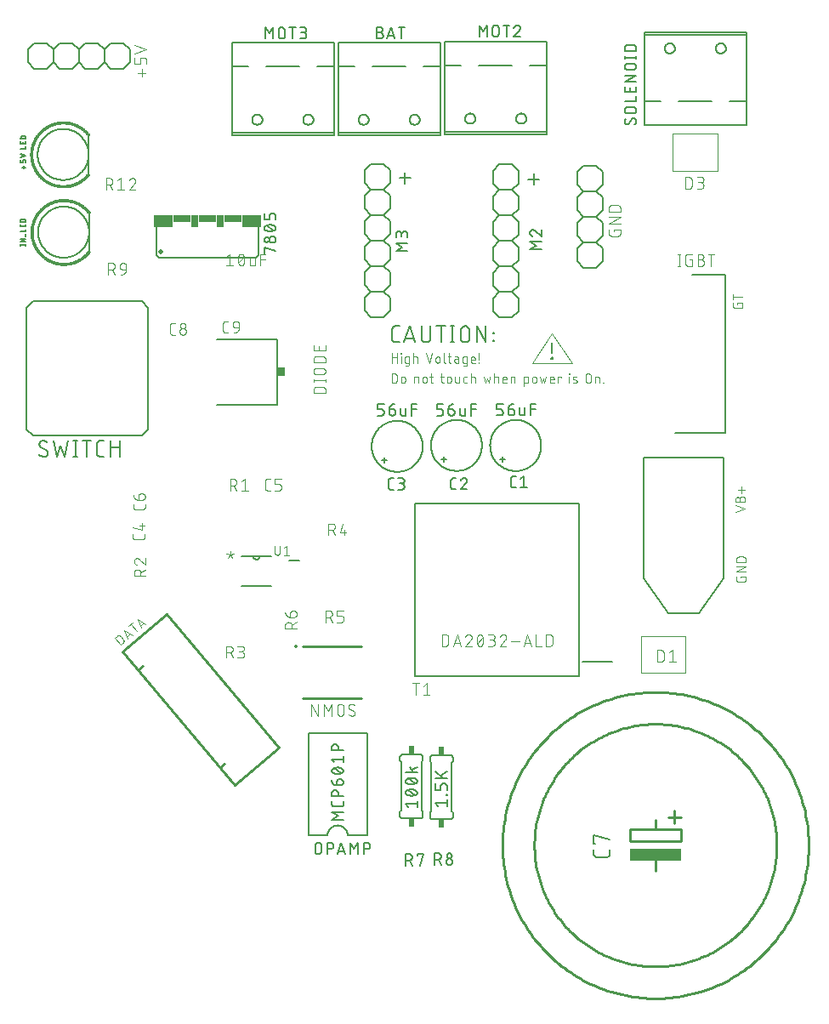
<source format=gbr>
G04 EAGLE Gerber RS-274X export*
G75*
%MOMM*%
%FSLAX34Y34*%
%LPD*%
%INSilkscreen Top*%
%IPPOS*%
%AMOC8*
5,1,8,0,0,1.08239X$1,22.5*%
G01*
%ADD10C,0.152400*%
%ADD11C,0.076200*%
%ADD12C,0.200000*%
%ADD13C,0.127000*%
%ADD14C,0.101600*%
%ADD15C,0.254000*%
%ADD16R,5.080000X1.270000*%
%ADD17C,0.177800*%
%ADD18C,0.203200*%
%ADD19C,0.025400*%
%ADD20R,0.762000X0.863600*%
%ADD21R,0.609600X0.863600*%
%ADD22C,0.508000*%
%ADD23R,1.905000X1.270000*%
%ADD24R,1.778000X0.762000*%
%ADD25R,0.762000X1.270000*%


D10*
X418182Y834394D02*
X429019Y834394D01*
X423601Y828975D02*
X423601Y839812D01*
X546372Y833204D02*
X557209Y833204D01*
X551791Y827785D02*
X551791Y838622D01*
D11*
X754548Y709932D02*
X754548Y708366D01*
X754548Y709932D02*
X759769Y709932D01*
X759769Y706799D01*
X759767Y706710D01*
X759761Y706622D01*
X759752Y706534D01*
X759739Y706446D01*
X759722Y706359D01*
X759702Y706273D01*
X759677Y706188D01*
X759650Y706103D01*
X759618Y706020D01*
X759584Y705939D01*
X759545Y705859D01*
X759504Y705781D01*
X759459Y705704D01*
X759411Y705630D01*
X759360Y705557D01*
X759306Y705487D01*
X759248Y705420D01*
X759188Y705354D01*
X759126Y705292D01*
X759060Y705232D01*
X758993Y705174D01*
X758923Y705120D01*
X758850Y705069D01*
X758776Y705021D01*
X758699Y704976D01*
X758621Y704935D01*
X758541Y704896D01*
X758460Y704862D01*
X758377Y704830D01*
X758292Y704803D01*
X758207Y704778D01*
X758121Y704758D01*
X758034Y704741D01*
X757946Y704728D01*
X757858Y704719D01*
X757770Y704713D01*
X757681Y704711D01*
X752459Y704711D01*
X752368Y704713D01*
X752277Y704719D01*
X752186Y704729D01*
X752096Y704743D01*
X752007Y704761D01*
X751918Y704782D01*
X751831Y704808D01*
X751745Y704837D01*
X751660Y704870D01*
X751576Y704907D01*
X751494Y704947D01*
X751415Y704991D01*
X751337Y705038D01*
X751261Y705089D01*
X751187Y705143D01*
X751116Y705200D01*
X751048Y705260D01*
X750982Y705323D01*
X750919Y705389D01*
X750859Y705457D01*
X750802Y705528D01*
X750748Y705602D01*
X750697Y705678D01*
X750650Y705755D01*
X750606Y705835D01*
X750566Y705917D01*
X750529Y706001D01*
X750496Y706085D01*
X750467Y706172D01*
X750441Y706259D01*
X750420Y706348D01*
X750402Y706437D01*
X750388Y706527D01*
X750378Y706618D01*
X750372Y706709D01*
X750370Y706800D01*
X750371Y706799D02*
X750371Y709932D01*
X750371Y716161D02*
X759769Y716161D01*
X750371Y713550D02*
X750371Y718771D01*
X762269Y505104D02*
X752871Y501971D01*
X752871Y508236D02*
X762269Y505104D01*
X757048Y512073D02*
X757048Y514684D01*
X757047Y514684D02*
X757049Y514785D01*
X757055Y514886D01*
X757065Y514987D01*
X757078Y515087D01*
X757096Y515187D01*
X757117Y515286D01*
X757143Y515384D01*
X757172Y515481D01*
X757204Y515577D01*
X757241Y515671D01*
X757281Y515764D01*
X757325Y515856D01*
X757372Y515945D01*
X757423Y516033D01*
X757477Y516119D01*
X757534Y516202D01*
X757594Y516284D01*
X757658Y516362D01*
X757724Y516439D01*
X757794Y516512D01*
X757866Y516583D01*
X757941Y516651D01*
X758019Y516716D01*
X758099Y516778D01*
X758181Y516837D01*
X758266Y516893D01*
X758353Y516945D01*
X758441Y516994D01*
X758532Y517040D01*
X758624Y517081D01*
X758718Y517120D01*
X758813Y517154D01*
X758909Y517185D01*
X759007Y517212D01*
X759105Y517236D01*
X759205Y517255D01*
X759305Y517271D01*
X759405Y517283D01*
X759506Y517291D01*
X759607Y517295D01*
X759709Y517295D01*
X759810Y517291D01*
X759911Y517283D01*
X760011Y517271D01*
X760111Y517255D01*
X760211Y517236D01*
X760309Y517212D01*
X760407Y517185D01*
X760503Y517154D01*
X760598Y517120D01*
X760692Y517081D01*
X760784Y517040D01*
X760875Y516994D01*
X760964Y516945D01*
X761050Y516893D01*
X761135Y516837D01*
X761217Y516778D01*
X761297Y516716D01*
X761375Y516651D01*
X761450Y516583D01*
X761522Y516512D01*
X761592Y516439D01*
X761658Y516362D01*
X761722Y516284D01*
X761782Y516202D01*
X761839Y516119D01*
X761893Y516033D01*
X761944Y515945D01*
X761991Y515856D01*
X762035Y515764D01*
X762075Y515671D01*
X762112Y515577D01*
X762144Y515481D01*
X762173Y515384D01*
X762199Y515286D01*
X762220Y515187D01*
X762238Y515087D01*
X762251Y514987D01*
X762261Y514886D01*
X762267Y514785D01*
X762269Y514684D01*
X762269Y512073D01*
X752871Y512073D01*
X752871Y514684D01*
X752873Y514774D01*
X752879Y514863D01*
X752888Y514953D01*
X752902Y515042D01*
X752919Y515130D01*
X752940Y515217D01*
X752965Y515304D01*
X752994Y515389D01*
X753026Y515473D01*
X753061Y515555D01*
X753101Y515636D01*
X753143Y515715D01*
X753189Y515792D01*
X753239Y515867D01*
X753291Y515940D01*
X753347Y516011D01*
X753405Y516079D01*
X753467Y516144D01*
X753531Y516207D01*
X753598Y516267D01*
X753667Y516324D01*
X753739Y516378D01*
X753813Y516429D01*
X753889Y516477D01*
X753967Y516521D01*
X754047Y516562D01*
X754129Y516600D01*
X754212Y516634D01*
X754297Y516664D01*
X754383Y516691D01*
X754469Y516714D01*
X754557Y516733D01*
X754646Y516748D01*
X754735Y516760D01*
X754824Y516768D01*
X754914Y516772D01*
X755004Y516772D01*
X755094Y516768D01*
X755183Y516760D01*
X755272Y516748D01*
X755361Y516733D01*
X755449Y516714D01*
X755535Y516691D01*
X755621Y516664D01*
X755706Y516634D01*
X755789Y516600D01*
X755871Y516562D01*
X755951Y516521D01*
X756029Y516477D01*
X756105Y516429D01*
X756179Y516378D01*
X756251Y516324D01*
X756320Y516267D01*
X756387Y516207D01*
X756451Y516144D01*
X756513Y516079D01*
X756571Y516011D01*
X756627Y515940D01*
X756679Y515867D01*
X756729Y515792D01*
X756775Y515715D01*
X756817Y515636D01*
X756857Y515555D01*
X756892Y515473D01*
X756924Y515389D01*
X756953Y515304D01*
X756978Y515217D01*
X756999Y515130D01*
X757016Y515042D01*
X757030Y514953D01*
X757039Y514863D01*
X757045Y514774D01*
X757047Y514684D01*
X758614Y520869D02*
X758614Y527134D01*
X761747Y524001D02*
X755482Y524001D01*
X757758Y437892D02*
X757758Y436326D01*
X757758Y437892D02*
X762979Y437892D01*
X762979Y434759D01*
X762977Y434670D01*
X762971Y434582D01*
X762962Y434494D01*
X762949Y434406D01*
X762932Y434319D01*
X762912Y434233D01*
X762887Y434148D01*
X762860Y434063D01*
X762828Y433980D01*
X762794Y433899D01*
X762755Y433819D01*
X762714Y433741D01*
X762669Y433664D01*
X762621Y433590D01*
X762570Y433517D01*
X762516Y433447D01*
X762458Y433380D01*
X762398Y433314D01*
X762336Y433252D01*
X762270Y433192D01*
X762203Y433134D01*
X762133Y433080D01*
X762060Y433029D01*
X761986Y432981D01*
X761909Y432936D01*
X761831Y432895D01*
X761751Y432856D01*
X761670Y432822D01*
X761587Y432790D01*
X761502Y432763D01*
X761417Y432738D01*
X761331Y432718D01*
X761244Y432701D01*
X761156Y432688D01*
X761068Y432679D01*
X760980Y432673D01*
X760891Y432671D01*
X755669Y432671D01*
X755578Y432673D01*
X755487Y432679D01*
X755396Y432689D01*
X755306Y432703D01*
X755217Y432721D01*
X755128Y432742D01*
X755041Y432768D01*
X754955Y432797D01*
X754870Y432830D01*
X754786Y432867D01*
X754704Y432907D01*
X754625Y432951D01*
X754547Y432998D01*
X754471Y433049D01*
X754397Y433103D01*
X754326Y433160D01*
X754258Y433220D01*
X754192Y433283D01*
X754129Y433349D01*
X754069Y433417D01*
X754012Y433488D01*
X753958Y433562D01*
X753907Y433638D01*
X753860Y433715D01*
X753816Y433795D01*
X753776Y433877D01*
X753739Y433961D01*
X753706Y434045D01*
X753677Y434132D01*
X753651Y434219D01*
X753630Y434308D01*
X753612Y434397D01*
X753598Y434487D01*
X753588Y434578D01*
X753582Y434669D01*
X753580Y434760D01*
X753581Y434759D02*
X753581Y437892D01*
X753581Y442425D02*
X762979Y442425D01*
X762979Y447646D02*
X753581Y442425D01*
X753581Y447646D02*
X762979Y447646D01*
X762979Y452178D02*
X753581Y452178D01*
X753581Y454789D01*
X753583Y454889D01*
X753589Y454989D01*
X753598Y455088D01*
X753612Y455188D01*
X753629Y455286D01*
X753650Y455384D01*
X753674Y455481D01*
X753703Y455577D01*
X753735Y455672D01*
X753770Y455765D01*
X753809Y455857D01*
X753852Y455948D01*
X753898Y456036D01*
X753948Y456123D01*
X754000Y456208D01*
X754056Y456291D01*
X754115Y456372D01*
X754178Y456450D01*
X754243Y456526D01*
X754311Y456600D01*
X754381Y456670D01*
X754455Y456738D01*
X754531Y456803D01*
X754609Y456866D01*
X754690Y456925D01*
X754773Y456981D01*
X754858Y457033D01*
X754945Y457083D01*
X755033Y457129D01*
X755124Y457172D01*
X755216Y457211D01*
X755309Y457246D01*
X755404Y457278D01*
X755500Y457307D01*
X755597Y457331D01*
X755695Y457352D01*
X755793Y457369D01*
X755893Y457383D01*
X755992Y457392D01*
X756092Y457398D01*
X756192Y457400D01*
X756192Y457399D02*
X760368Y457399D01*
X760368Y457400D02*
X760468Y457398D01*
X760568Y457392D01*
X760667Y457383D01*
X760767Y457369D01*
X760865Y457352D01*
X760963Y457331D01*
X761060Y457307D01*
X761156Y457278D01*
X761251Y457246D01*
X761344Y457211D01*
X761436Y457172D01*
X761527Y457129D01*
X761615Y457083D01*
X761702Y457033D01*
X761787Y456981D01*
X761870Y456925D01*
X761951Y456866D01*
X762029Y456803D01*
X762105Y456738D01*
X762179Y456670D01*
X762249Y456600D01*
X762317Y456526D01*
X762382Y456450D01*
X762445Y456372D01*
X762504Y456291D01*
X762560Y456208D01*
X762612Y456123D01*
X762662Y456036D01*
X762708Y455948D01*
X762751Y455857D01*
X762790Y455765D01*
X762825Y455672D01*
X762857Y455577D01*
X762886Y455481D01*
X762910Y455384D01*
X762931Y455286D01*
X762948Y455188D01*
X762962Y455088D01*
X762971Y454989D01*
X762977Y454889D01*
X762979Y454789D01*
X762979Y452178D01*
D10*
X417987Y670762D02*
X414374Y670762D01*
X414256Y670764D01*
X414138Y670770D01*
X414020Y670779D01*
X413903Y670793D01*
X413786Y670810D01*
X413669Y670831D01*
X413554Y670856D01*
X413439Y670885D01*
X413325Y670918D01*
X413213Y670954D01*
X413102Y670994D01*
X412992Y671037D01*
X412883Y671084D01*
X412776Y671134D01*
X412671Y671189D01*
X412568Y671246D01*
X412467Y671307D01*
X412367Y671371D01*
X412270Y671438D01*
X412175Y671508D01*
X412083Y671582D01*
X411992Y671658D01*
X411905Y671738D01*
X411820Y671820D01*
X411738Y671905D01*
X411658Y671992D01*
X411582Y672083D01*
X411508Y672175D01*
X411438Y672270D01*
X411371Y672367D01*
X411307Y672467D01*
X411246Y672568D01*
X411189Y672671D01*
X411134Y672776D01*
X411084Y672883D01*
X411037Y672992D01*
X410994Y673102D01*
X410954Y673213D01*
X410918Y673325D01*
X410885Y673439D01*
X410856Y673554D01*
X410831Y673669D01*
X410810Y673786D01*
X410793Y673903D01*
X410779Y674020D01*
X410770Y674138D01*
X410764Y674256D01*
X410762Y674374D01*
X410762Y683406D01*
X410764Y683524D01*
X410770Y683642D01*
X410779Y683760D01*
X410793Y683877D01*
X410810Y683994D01*
X410831Y684111D01*
X410856Y684226D01*
X410885Y684341D01*
X410918Y684455D01*
X410954Y684567D01*
X410994Y684678D01*
X411037Y684788D01*
X411084Y684897D01*
X411134Y685004D01*
X411188Y685109D01*
X411246Y685212D01*
X411307Y685313D01*
X411371Y685413D01*
X411438Y685510D01*
X411508Y685605D01*
X411582Y685697D01*
X411658Y685788D01*
X411738Y685875D01*
X411820Y685960D01*
X411905Y686042D01*
X411992Y686122D01*
X412083Y686198D01*
X412175Y686272D01*
X412270Y686342D01*
X412367Y686409D01*
X412467Y686473D01*
X412568Y686534D01*
X412671Y686591D01*
X412776Y686645D01*
X412883Y686696D01*
X412992Y686743D01*
X413102Y686786D01*
X413213Y686826D01*
X413325Y686862D01*
X413439Y686895D01*
X413554Y686924D01*
X413669Y686949D01*
X413786Y686970D01*
X413903Y686987D01*
X414020Y687001D01*
X414138Y687010D01*
X414256Y687016D01*
X414374Y687018D01*
X417987Y687018D01*
X428343Y687018D02*
X422924Y670762D01*
X433762Y670762D02*
X428343Y687018D01*
X432407Y674826D02*
X424279Y674826D01*
X439980Y675278D02*
X439980Y687018D01*
X439979Y675278D02*
X439981Y675145D01*
X439987Y675013D01*
X439997Y674881D01*
X440010Y674749D01*
X440028Y674617D01*
X440049Y674487D01*
X440074Y674356D01*
X440103Y674227D01*
X440136Y674099D01*
X440172Y673971D01*
X440212Y673845D01*
X440256Y673720D01*
X440304Y673596D01*
X440355Y673474D01*
X440410Y673353D01*
X440468Y673234D01*
X440530Y673116D01*
X440595Y673001D01*
X440664Y672887D01*
X440735Y672776D01*
X440811Y672667D01*
X440889Y672560D01*
X440970Y672455D01*
X441055Y672353D01*
X441142Y672253D01*
X441232Y672156D01*
X441325Y672061D01*
X441421Y671970D01*
X441519Y671881D01*
X441620Y671795D01*
X441724Y671712D01*
X441830Y671632D01*
X441938Y671556D01*
X442048Y671482D01*
X442161Y671412D01*
X442275Y671345D01*
X442392Y671282D01*
X442510Y671222D01*
X442630Y671165D01*
X442752Y671112D01*
X442875Y671063D01*
X442999Y671017D01*
X443125Y670975D01*
X443252Y670937D01*
X443380Y670902D01*
X443509Y670871D01*
X443638Y670844D01*
X443769Y670821D01*
X443900Y670801D01*
X444032Y670786D01*
X444164Y670774D01*
X444296Y670766D01*
X444429Y670762D01*
X444561Y670762D01*
X444694Y670766D01*
X444826Y670774D01*
X444958Y670786D01*
X445090Y670801D01*
X445221Y670821D01*
X445352Y670844D01*
X445481Y670871D01*
X445610Y670902D01*
X445738Y670937D01*
X445865Y670975D01*
X445991Y671017D01*
X446115Y671063D01*
X446238Y671112D01*
X446360Y671165D01*
X446480Y671222D01*
X446598Y671282D01*
X446715Y671345D01*
X446829Y671412D01*
X446942Y671482D01*
X447052Y671556D01*
X447160Y671632D01*
X447266Y671712D01*
X447370Y671795D01*
X447471Y671881D01*
X447569Y671970D01*
X447665Y672061D01*
X447758Y672156D01*
X447848Y672253D01*
X447935Y672353D01*
X448020Y672455D01*
X448101Y672560D01*
X448179Y672667D01*
X448255Y672776D01*
X448326Y672887D01*
X448395Y673001D01*
X448460Y673116D01*
X448522Y673234D01*
X448580Y673353D01*
X448635Y673474D01*
X448686Y673596D01*
X448734Y673720D01*
X448778Y673845D01*
X448818Y673971D01*
X448854Y674099D01*
X448887Y674227D01*
X448916Y674356D01*
X448941Y674487D01*
X448962Y674617D01*
X448980Y674749D01*
X448993Y674881D01*
X449003Y675013D01*
X449009Y675145D01*
X449011Y675278D01*
X449011Y687018D01*
X459606Y687018D02*
X459606Y670762D01*
X455090Y687018D02*
X464121Y687018D01*
X471068Y687018D02*
X471068Y670762D01*
X469262Y670762D02*
X472875Y670762D01*
X472875Y687018D02*
X469262Y687018D01*
X479058Y682502D02*
X479058Y675278D01*
X479057Y682502D02*
X479059Y682635D01*
X479065Y682767D01*
X479075Y682899D01*
X479088Y683031D01*
X479106Y683163D01*
X479127Y683293D01*
X479152Y683424D01*
X479181Y683553D01*
X479214Y683681D01*
X479250Y683809D01*
X479290Y683935D01*
X479334Y684060D01*
X479382Y684184D01*
X479433Y684306D01*
X479488Y684427D01*
X479546Y684546D01*
X479608Y684664D01*
X479673Y684779D01*
X479742Y684893D01*
X479813Y685004D01*
X479889Y685113D01*
X479967Y685220D01*
X480048Y685325D01*
X480133Y685427D01*
X480220Y685527D01*
X480310Y685624D01*
X480403Y685719D01*
X480499Y685810D01*
X480597Y685899D01*
X480698Y685985D01*
X480802Y686068D01*
X480908Y686148D01*
X481016Y686224D01*
X481126Y686298D01*
X481239Y686368D01*
X481353Y686435D01*
X481470Y686498D01*
X481588Y686558D01*
X481708Y686615D01*
X481830Y686668D01*
X481953Y686717D01*
X482077Y686763D01*
X482203Y686805D01*
X482330Y686843D01*
X482458Y686878D01*
X482587Y686909D01*
X482716Y686936D01*
X482847Y686959D01*
X482978Y686979D01*
X483110Y686994D01*
X483242Y687006D01*
X483374Y687014D01*
X483507Y687018D01*
X483639Y687018D01*
X483772Y687014D01*
X483904Y687006D01*
X484036Y686994D01*
X484168Y686979D01*
X484299Y686959D01*
X484430Y686936D01*
X484559Y686909D01*
X484688Y686878D01*
X484816Y686843D01*
X484943Y686805D01*
X485069Y686763D01*
X485193Y686717D01*
X485316Y686668D01*
X485438Y686615D01*
X485558Y686558D01*
X485676Y686498D01*
X485793Y686435D01*
X485907Y686368D01*
X486020Y686298D01*
X486130Y686224D01*
X486238Y686148D01*
X486344Y686068D01*
X486448Y685985D01*
X486549Y685899D01*
X486647Y685810D01*
X486743Y685719D01*
X486836Y685624D01*
X486926Y685527D01*
X487013Y685427D01*
X487098Y685325D01*
X487179Y685220D01*
X487257Y685113D01*
X487333Y685004D01*
X487404Y684893D01*
X487473Y684779D01*
X487538Y684664D01*
X487600Y684546D01*
X487658Y684427D01*
X487713Y684306D01*
X487764Y684184D01*
X487812Y684060D01*
X487856Y683935D01*
X487896Y683809D01*
X487932Y683681D01*
X487965Y683553D01*
X487994Y683424D01*
X488019Y683293D01*
X488040Y683163D01*
X488058Y683031D01*
X488071Y682899D01*
X488081Y682767D01*
X488087Y682635D01*
X488089Y682502D01*
X488089Y675278D01*
X488087Y675145D01*
X488081Y675013D01*
X488071Y674881D01*
X488058Y674749D01*
X488040Y674617D01*
X488019Y674487D01*
X487994Y674356D01*
X487965Y674227D01*
X487932Y674099D01*
X487896Y673971D01*
X487856Y673845D01*
X487812Y673720D01*
X487764Y673596D01*
X487713Y673474D01*
X487658Y673353D01*
X487600Y673234D01*
X487538Y673116D01*
X487473Y673001D01*
X487404Y672887D01*
X487333Y672776D01*
X487257Y672667D01*
X487179Y672560D01*
X487098Y672455D01*
X487013Y672353D01*
X486926Y672253D01*
X486836Y672156D01*
X486743Y672061D01*
X486647Y671970D01*
X486549Y671881D01*
X486448Y671795D01*
X486344Y671712D01*
X486238Y671632D01*
X486130Y671556D01*
X486020Y671482D01*
X485907Y671412D01*
X485793Y671345D01*
X485676Y671282D01*
X485558Y671222D01*
X485438Y671165D01*
X485316Y671112D01*
X485193Y671063D01*
X485069Y671017D01*
X484943Y670975D01*
X484816Y670937D01*
X484688Y670902D01*
X484559Y670871D01*
X484430Y670844D01*
X484299Y670821D01*
X484168Y670801D01*
X484036Y670786D01*
X483904Y670774D01*
X483772Y670766D01*
X483639Y670762D01*
X483507Y670762D01*
X483374Y670766D01*
X483242Y670774D01*
X483110Y670786D01*
X482978Y670801D01*
X482847Y670821D01*
X482716Y670844D01*
X482587Y670871D01*
X482458Y670902D01*
X482330Y670937D01*
X482203Y670975D01*
X482077Y671017D01*
X481953Y671063D01*
X481830Y671112D01*
X481708Y671165D01*
X481588Y671222D01*
X481470Y671282D01*
X481353Y671345D01*
X481239Y671412D01*
X481126Y671482D01*
X481016Y671556D01*
X480908Y671632D01*
X480802Y671712D01*
X480698Y671795D01*
X480597Y671881D01*
X480499Y671970D01*
X480403Y672061D01*
X480310Y672156D01*
X480220Y672253D01*
X480133Y672353D01*
X480048Y672455D01*
X479967Y672560D01*
X479889Y672667D01*
X479813Y672776D01*
X479742Y672887D01*
X479673Y673001D01*
X479608Y673116D01*
X479546Y673234D01*
X479488Y673353D01*
X479433Y673474D01*
X479382Y673596D01*
X479334Y673720D01*
X479290Y673845D01*
X479250Y673971D01*
X479214Y674099D01*
X479181Y674227D01*
X479152Y674356D01*
X479127Y674487D01*
X479106Y674617D01*
X479088Y674749D01*
X479075Y674881D01*
X479065Y675013D01*
X479059Y675145D01*
X479057Y675278D01*
X495210Y670762D02*
X495210Y687018D01*
X504241Y670762D01*
X504241Y687018D01*
X511258Y673020D02*
X511258Y672117D01*
X511258Y673020D02*
X512161Y673020D01*
X512161Y672117D01*
X511258Y672117D01*
X511258Y679342D02*
X511258Y680245D01*
X512161Y680245D01*
X512161Y679342D01*
X511258Y679342D01*
D11*
X410381Y659779D02*
X410381Y650381D01*
X410381Y655602D02*
X415602Y655602D01*
X415602Y659779D02*
X415602Y650381D01*
X419697Y650381D02*
X419697Y656646D01*
X419436Y659257D02*
X419436Y659779D01*
X419958Y659779D01*
X419958Y659257D01*
X419436Y659257D01*
X424921Y650381D02*
X427531Y650381D01*
X424921Y650381D02*
X424844Y650383D01*
X424768Y650389D01*
X424691Y650398D01*
X424615Y650411D01*
X424540Y650428D01*
X424466Y650448D01*
X424393Y650473D01*
X424322Y650500D01*
X424251Y650531D01*
X424183Y650566D01*
X424116Y650604D01*
X424051Y650645D01*
X423988Y650689D01*
X423928Y650736D01*
X423869Y650787D01*
X423814Y650840D01*
X423761Y650895D01*
X423710Y650954D01*
X423663Y651014D01*
X423619Y651077D01*
X423578Y651142D01*
X423540Y651209D01*
X423505Y651277D01*
X423474Y651348D01*
X423447Y651419D01*
X423422Y651492D01*
X423402Y651566D01*
X423385Y651641D01*
X423372Y651717D01*
X423363Y651794D01*
X423357Y651870D01*
X423355Y651947D01*
X423354Y651947D02*
X423354Y655080D01*
X423355Y655080D02*
X423357Y655157D01*
X423363Y655233D01*
X423372Y655310D01*
X423385Y655386D01*
X423402Y655461D01*
X423422Y655535D01*
X423447Y655608D01*
X423474Y655679D01*
X423505Y655750D01*
X423540Y655818D01*
X423578Y655885D01*
X423619Y655950D01*
X423663Y656013D01*
X423710Y656073D01*
X423761Y656132D01*
X423814Y656187D01*
X423869Y656240D01*
X423928Y656291D01*
X423988Y656338D01*
X424051Y656382D01*
X424116Y656423D01*
X424183Y656461D01*
X424251Y656496D01*
X424322Y656527D01*
X424393Y656554D01*
X424466Y656579D01*
X424540Y656599D01*
X424615Y656616D01*
X424691Y656629D01*
X424768Y656638D01*
X424844Y656644D01*
X424921Y656646D01*
X427531Y656646D01*
X427531Y648815D01*
X427529Y648738D01*
X427523Y648662D01*
X427514Y648585D01*
X427501Y648509D01*
X427484Y648434D01*
X427464Y648360D01*
X427439Y648287D01*
X427412Y648216D01*
X427381Y648145D01*
X427346Y648077D01*
X427308Y648010D01*
X427267Y647945D01*
X427223Y647882D01*
X427176Y647822D01*
X427125Y647763D01*
X427072Y647708D01*
X427017Y647655D01*
X426958Y647604D01*
X426898Y647557D01*
X426835Y647513D01*
X426770Y647472D01*
X426703Y647434D01*
X426635Y647399D01*
X426564Y647368D01*
X426493Y647341D01*
X426420Y647316D01*
X426346Y647296D01*
X426271Y647279D01*
X426195Y647266D01*
X426119Y647257D01*
X426042Y647251D01*
X425965Y647249D01*
X425965Y647248D02*
X423876Y647248D01*
X431934Y650381D02*
X431934Y659779D01*
X431934Y656646D02*
X434545Y656646D01*
X434622Y656644D01*
X434698Y656638D01*
X434775Y656629D01*
X434851Y656616D01*
X434926Y656599D01*
X435000Y656579D01*
X435073Y656554D01*
X435144Y656527D01*
X435215Y656496D01*
X435283Y656461D01*
X435350Y656423D01*
X435415Y656382D01*
X435478Y656338D01*
X435538Y656291D01*
X435597Y656240D01*
X435652Y656187D01*
X435705Y656132D01*
X435756Y656073D01*
X435803Y656013D01*
X435847Y655950D01*
X435888Y655885D01*
X435926Y655818D01*
X435961Y655750D01*
X435992Y655679D01*
X436019Y655608D01*
X436044Y655535D01*
X436064Y655461D01*
X436081Y655386D01*
X436094Y655310D01*
X436103Y655234D01*
X436109Y655157D01*
X436111Y655080D01*
X436111Y650381D01*
X447739Y650381D02*
X444606Y659779D01*
X450871Y659779D02*
X447739Y650381D01*
X454184Y652469D02*
X454184Y654558D01*
X454185Y654558D02*
X454187Y654648D01*
X454193Y654737D01*
X454202Y654827D01*
X454216Y654916D01*
X454233Y655004D01*
X454254Y655091D01*
X454279Y655178D01*
X454308Y655263D01*
X454340Y655347D01*
X454375Y655429D01*
X454415Y655510D01*
X454457Y655589D01*
X454503Y655666D01*
X454553Y655741D01*
X454605Y655814D01*
X454661Y655885D01*
X454719Y655953D01*
X454781Y656018D01*
X454845Y656081D01*
X454912Y656141D01*
X454981Y656198D01*
X455053Y656252D01*
X455127Y656303D01*
X455203Y656351D01*
X455281Y656395D01*
X455361Y656436D01*
X455443Y656474D01*
X455526Y656508D01*
X455611Y656538D01*
X455697Y656565D01*
X455783Y656588D01*
X455871Y656607D01*
X455960Y656622D01*
X456049Y656634D01*
X456138Y656642D01*
X456228Y656646D01*
X456318Y656646D01*
X456408Y656642D01*
X456497Y656634D01*
X456586Y656622D01*
X456675Y656607D01*
X456763Y656588D01*
X456849Y656565D01*
X456935Y656538D01*
X457020Y656508D01*
X457103Y656474D01*
X457185Y656436D01*
X457265Y656395D01*
X457343Y656351D01*
X457419Y656303D01*
X457493Y656252D01*
X457565Y656198D01*
X457634Y656141D01*
X457701Y656081D01*
X457765Y656018D01*
X457827Y655953D01*
X457885Y655885D01*
X457941Y655814D01*
X457993Y655741D01*
X458043Y655666D01*
X458089Y655589D01*
X458131Y655510D01*
X458171Y655429D01*
X458206Y655347D01*
X458238Y655263D01*
X458267Y655178D01*
X458292Y655091D01*
X458313Y655004D01*
X458330Y654916D01*
X458344Y654827D01*
X458353Y654737D01*
X458359Y654648D01*
X458361Y654558D01*
X458361Y652469D01*
X458359Y652379D01*
X458353Y652290D01*
X458344Y652200D01*
X458330Y652111D01*
X458313Y652023D01*
X458292Y651936D01*
X458267Y651849D01*
X458238Y651764D01*
X458206Y651680D01*
X458171Y651598D01*
X458131Y651517D01*
X458089Y651438D01*
X458043Y651361D01*
X457993Y651286D01*
X457941Y651213D01*
X457885Y651142D01*
X457827Y651074D01*
X457765Y651009D01*
X457701Y650946D01*
X457634Y650886D01*
X457565Y650829D01*
X457493Y650775D01*
X457419Y650724D01*
X457343Y650676D01*
X457265Y650632D01*
X457185Y650591D01*
X457103Y650553D01*
X457020Y650519D01*
X456935Y650489D01*
X456849Y650462D01*
X456763Y650439D01*
X456675Y650420D01*
X456586Y650405D01*
X456497Y650393D01*
X456408Y650385D01*
X456318Y650381D01*
X456228Y650381D01*
X456138Y650385D01*
X456049Y650393D01*
X455960Y650405D01*
X455871Y650420D01*
X455783Y650439D01*
X455697Y650462D01*
X455611Y650489D01*
X455526Y650519D01*
X455443Y650553D01*
X455361Y650591D01*
X455281Y650632D01*
X455203Y650676D01*
X455127Y650724D01*
X455053Y650775D01*
X454981Y650829D01*
X454912Y650886D01*
X454845Y650946D01*
X454781Y651009D01*
X454719Y651074D01*
X454661Y651142D01*
X454605Y651213D01*
X454553Y651286D01*
X454503Y651361D01*
X454457Y651438D01*
X454415Y651517D01*
X454375Y651598D01*
X454340Y651680D01*
X454308Y651764D01*
X454279Y651849D01*
X454254Y651936D01*
X454233Y652023D01*
X454216Y652111D01*
X454202Y652200D01*
X454193Y652290D01*
X454187Y652379D01*
X454185Y652469D01*
X462235Y651947D02*
X462235Y659779D01*
X462235Y651947D02*
X462237Y651870D01*
X462243Y651794D01*
X462252Y651717D01*
X462265Y651641D01*
X462282Y651566D01*
X462302Y651492D01*
X462327Y651419D01*
X462354Y651348D01*
X462385Y651277D01*
X462420Y651209D01*
X462458Y651142D01*
X462499Y651077D01*
X462543Y651014D01*
X462590Y650954D01*
X462641Y650895D01*
X462694Y650840D01*
X462749Y650787D01*
X462808Y650736D01*
X462868Y650689D01*
X462931Y650645D01*
X462996Y650604D01*
X463063Y650566D01*
X463131Y650531D01*
X463202Y650500D01*
X463273Y650473D01*
X463346Y650448D01*
X463420Y650428D01*
X463495Y650411D01*
X463571Y650398D01*
X463648Y650389D01*
X463724Y650383D01*
X463801Y650381D01*
X466217Y656646D02*
X469350Y656646D01*
X467262Y659779D02*
X467262Y651947D01*
X467264Y651870D01*
X467270Y651794D01*
X467279Y651717D01*
X467292Y651641D01*
X467309Y651566D01*
X467329Y651492D01*
X467354Y651419D01*
X467381Y651348D01*
X467412Y651277D01*
X467447Y651209D01*
X467485Y651142D01*
X467526Y651077D01*
X467570Y651014D01*
X467617Y650954D01*
X467668Y650895D01*
X467721Y650840D01*
X467776Y650787D01*
X467835Y650736D01*
X467895Y650689D01*
X467958Y650645D01*
X468023Y650604D01*
X468090Y650566D01*
X468158Y650531D01*
X468229Y650500D01*
X468300Y650473D01*
X468373Y650448D01*
X468447Y650428D01*
X468522Y650411D01*
X468598Y650398D01*
X468675Y650389D01*
X468751Y650383D01*
X468828Y650381D01*
X469350Y650381D01*
X474559Y654036D02*
X476908Y654036D01*
X474559Y654035D02*
X474475Y654033D01*
X474390Y654027D01*
X474307Y654017D01*
X474223Y654004D01*
X474141Y653986D01*
X474059Y653965D01*
X473978Y653940D01*
X473899Y653912D01*
X473821Y653879D01*
X473745Y653843D01*
X473670Y653804D01*
X473597Y653761D01*
X473526Y653715D01*
X473458Y653666D01*
X473392Y653614D01*
X473328Y653558D01*
X473267Y653500D01*
X473209Y653439D01*
X473153Y653375D01*
X473101Y653309D01*
X473052Y653241D01*
X473006Y653170D01*
X472963Y653097D01*
X472924Y653022D01*
X472888Y652946D01*
X472855Y652868D01*
X472827Y652789D01*
X472802Y652708D01*
X472781Y652626D01*
X472763Y652544D01*
X472750Y652460D01*
X472740Y652377D01*
X472734Y652292D01*
X472732Y652208D01*
X472734Y652124D01*
X472740Y652039D01*
X472750Y651956D01*
X472763Y651872D01*
X472781Y651790D01*
X472802Y651708D01*
X472827Y651627D01*
X472855Y651548D01*
X472888Y651470D01*
X472924Y651394D01*
X472963Y651319D01*
X473006Y651246D01*
X473052Y651175D01*
X473101Y651107D01*
X473153Y651041D01*
X473209Y650977D01*
X473267Y650916D01*
X473328Y650858D01*
X473392Y650802D01*
X473458Y650750D01*
X473526Y650701D01*
X473597Y650655D01*
X473670Y650612D01*
X473745Y650573D01*
X473821Y650537D01*
X473899Y650504D01*
X473978Y650476D01*
X474059Y650451D01*
X474141Y650430D01*
X474223Y650412D01*
X474307Y650399D01*
X474390Y650389D01*
X474475Y650383D01*
X474559Y650381D01*
X476908Y650381D01*
X476908Y655080D01*
X476906Y655157D01*
X476900Y655233D01*
X476891Y655310D01*
X476878Y655386D01*
X476861Y655461D01*
X476841Y655535D01*
X476816Y655608D01*
X476789Y655679D01*
X476758Y655750D01*
X476723Y655818D01*
X476685Y655885D01*
X476644Y655950D01*
X476600Y656013D01*
X476553Y656073D01*
X476502Y656132D01*
X476449Y656187D01*
X476394Y656240D01*
X476335Y656291D01*
X476275Y656338D01*
X476212Y656382D01*
X476147Y656423D01*
X476080Y656461D01*
X476012Y656496D01*
X475941Y656527D01*
X475870Y656554D01*
X475797Y656579D01*
X475723Y656599D01*
X475648Y656616D01*
X475572Y656629D01*
X475495Y656638D01*
X475419Y656644D01*
X475342Y656646D01*
X473254Y656646D01*
X482527Y650381D02*
X485138Y650381D01*
X482527Y650381D02*
X482450Y650383D01*
X482374Y650389D01*
X482297Y650398D01*
X482221Y650411D01*
X482146Y650428D01*
X482072Y650448D01*
X481999Y650473D01*
X481928Y650500D01*
X481857Y650531D01*
X481789Y650566D01*
X481722Y650604D01*
X481657Y650645D01*
X481594Y650689D01*
X481534Y650736D01*
X481475Y650787D01*
X481420Y650840D01*
X481367Y650895D01*
X481316Y650954D01*
X481269Y651014D01*
X481225Y651077D01*
X481184Y651142D01*
X481146Y651209D01*
X481111Y651277D01*
X481080Y651348D01*
X481053Y651419D01*
X481028Y651492D01*
X481008Y651566D01*
X480991Y651641D01*
X480978Y651717D01*
X480969Y651794D01*
X480963Y651870D01*
X480961Y651947D01*
X480961Y655080D01*
X480963Y655157D01*
X480969Y655233D01*
X480978Y655310D01*
X480991Y655386D01*
X481008Y655461D01*
X481028Y655535D01*
X481053Y655608D01*
X481080Y655679D01*
X481111Y655750D01*
X481146Y655818D01*
X481184Y655885D01*
X481225Y655950D01*
X481269Y656013D01*
X481316Y656073D01*
X481367Y656132D01*
X481420Y656187D01*
X481475Y656240D01*
X481534Y656291D01*
X481594Y656338D01*
X481657Y656382D01*
X481722Y656423D01*
X481789Y656461D01*
X481857Y656496D01*
X481928Y656527D01*
X481999Y656554D01*
X482072Y656579D01*
X482146Y656599D01*
X482221Y656616D01*
X482297Y656629D01*
X482374Y656638D01*
X482450Y656644D01*
X482527Y656646D01*
X485138Y656646D01*
X485138Y648815D01*
X485136Y648738D01*
X485130Y648662D01*
X485121Y648585D01*
X485108Y648509D01*
X485091Y648434D01*
X485071Y648360D01*
X485046Y648287D01*
X485019Y648216D01*
X484988Y648145D01*
X484953Y648077D01*
X484915Y648010D01*
X484874Y647945D01*
X484830Y647882D01*
X484783Y647822D01*
X484732Y647763D01*
X484679Y647708D01*
X484624Y647655D01*
X484565Y647604D01*
X484505Y647557D01*
X484442Y647513D01*
X484377Y647472D01*
X484310Y647434D01*
X484242Y647399D01*
X484171Y647368D01*
X484100Y647341D01*
X484027Y647316D01*
X483953Y647296D01*
X483878Y647279D01*
X483802Y647266D01*
X483726Y647257D01*
X483649Y647251D01*
X483572Y647249D01*
X483572Y647248D02*
X481483Y647248D01*
X490803Y650381D02*
X493413Y650381D01*
X490803Y650381D02*
X490726Y650383D01*
X490650Y650389D01*
X490573Y650398D01*
X490497Y650411D01*
X490422Y650428D01*
X490348Y650448D01*
X490275Y650473D01*
X490204Y650500D01*
X490133Y650531D01*
X490065Y650566D01*
X489998Y650604D01*
X489933Y650645D01*
X489870Y650689D01*
X489810Y650736D01*
X489751Y650787D01*
X489696Y650840D01*
X489643Y650895D01*
X489592Y650954D01*
X489545Y651014D01*
X489501Y651077D01*
X489460Y651142D01*
X489422Y651209D01*
X489387Y651277D01*
X489356Y651348D01*
X489329Y651419D01*
X489304Y651492D01*
X489284Y651566D01*
X489267Y651641D01*
X489254Y651717D01*
X489245Y651794D01*
X489239Y651870D01*
X489237Y651947D01*
X489236Y651947D02*
X489236Y654558D01*
X489237Y654558D02*
X489239Y654648D01*
X489245Y654737D01*
X489254Y654827D01*
X489268Y654916D01*
X489285Y655004D01*
X489306Y655091D01*
X489331Y655178D01*
X489360Y655263D01*
X489392Y655347D01*
X489427Y655429D01*
X489467Y655510D01*
X489509Y655589D01*
X489555Y655666D01*
X489605Y655741D01*
X489657Y655814D01*
X489713Y655885D01*
X489771Y655953D01*
X489833Y656018D01*
X489897Y656081D01*
X489964Y656141D01*
X490033Y656198D01*
X490105Y656252D01*
X490179Y656303D01*
X490255Y656351D01*
X490333Y656395D01*
X490413Y656436D01*
X490495Y656474D01*
X490578Y656508D01*
X490663Y656538D01*
X490749Y656565D01*
X490835Y656588D01*
X490923Y656607D01*
X491012Y656622D01*
X491101Y656634D01*
X491190Y656642D01*
X491280Y656646D01*
X491370Y656646D01*
X491460Y656642D01*
X491549Y656634D01*
X491638Y656622D01*
X491727Y656607D01*
X491815Y656588D01*
X491901Y656565D01*
X491987Y656538D01*
X492072Y656508D01*
X492155Y656474D01*
X492237Y656436D01*
X492317Y656395D01*
X492395Y656351D01*
X492471Y656303D01*
X492545Y656252D01*
X492617Y656198D01*
X492686Y656141D01*
X492753Y656081D01*
X492817Y656018D01*
X492879Y655953D01*
X492937Y655885D01*
X492993Y655814D01*
X493045Y655741D01*
X493095Y655666D01*
X493141Y655589D01*
X493183Y655510D01*
X493223Y655429D01*
X493258Y655347D01*
X493290Y655263D01*
X493319Y655178D01*
X493344Y655091D01*
X493365Y655004D01*
X493382Y654916D01*
X493396Y654827D01*
X493405Y654737D01*
X493411Y654648D01*
X493413Y654558D01*
X493413Y653514D01*
X489236Y653514D01*
X497116Y653514D02*
X497116Y659779D01*
X496855Y650903D02*
X496855Y650381D01*
X496855Y650903D02*
X497377Y650903D01*
X497377Y650381D01*
X496855Y650381D01*
X410381Y639779D02*
X410381Y630381D01*
X410381Y639779D02*
X412992Y639779D01*
X413092Y639777D01*
X413192Y639771D01*
X413291Y639762D01*
X413391Y639748D01*
X413489Y639731D01*
X413587Y639710D01*
X413684Y639686D01*
X413780Y639657D01*
X413875Y639625D01*
X413968Y639590D01*
X414060Y639551D01*
X414151Y639508D01*
X414239Y639462D01*
X414326Y639412D01*
X414411Y639360D01*
X414494Y639304D01*
X414575Y639245D01*
X414653Y639182D01*
X414729Y639117D01*
X414803Y639049D01*
X414873Y638979D01*
X414941Y638905D01*
X415006Y638829D01*
X415069Y638751D01*
X415128Y638670D01*
X415184Y638587D01*
X415236Y638502D01*
X415286Y638415D01*
X415332Y638327D01*
X415375Y638236D01*
X415414Y638144D01*
X415449Y638051D01*
X415481Y637956D01*
X415510Y637860D01*
X415534Y637763D01*
X415555Y637665D01*
X415572Y637567D01*
X415586Y637467D01*
X415595Y637368D01*
X415601Y637268D01*
X415603Y637168D01*
X415602Y637168D02*
X415602Y632992D01*
X415603Y632992D02*
X415601Y632892D01*
X415595Y632792D01*
X415586Y632693D01*
X415572Y632593D01*
X415555Y632495D01*
X415534Y632397D01*
X415510Y632300D01*
X415481Y632204D01*
X415449Y632109D01*
X415414Y632016D01*
X415375Y631924D01*
X415332Y631833D01*
X415286Y631745D01*
X415236Y631658D01*
X415184Y631573D01*
X415128Y631490D01*
X415069Y631409D01*
X415006Y631331D01*
X414941Y631255D01*
X414873Y631181D01*
X414803Y631111D01*
X414729Y631043D01*
X414653Y630978D01*
X414575Y630915D01*
X414494Y630856D01*
X414411Y630800D01*
X414326Y630748D01*
X414239Y630698D01*
X414151Y630652D01*
X414060Y630609D01*
X413968Y630570D01*
X413875Y630535D01*
X413780Y630503D01*
X413684Y630474D01*
X413587Y630450D01*
X413489Y630429D01*
X413391Y630412D01*
X413291Y630398D01*
X413192Y630389D01*
X413092Y630383D01*
X412992Y630381D01*
X410381Y630381D01*
X419742Y632469D02*
X419742Y634558D01*
X419743Y634558D02*
X419745Y634648D01*
X419751Y634737D01*
X419760Y634827D01*
X419774Y634916D01*
X419791Y635004D01*
X419812Y635091D01*
X419837Y635178D01*
X419866Y635263D01*
X419898Y635347D01*
X419933Y635429D01*
X419973Y635510D01*
X420015Y635589D01*
X420061Y635666D01*
X420111Y635741D01*
X420163Y635814D01*
X420219Y635885D01*
X420277Y635953D01*
X420339Y636018D01*
X420403Y636081D01*
X420470Y636141D01*
X420539Y636198D01*
X420611Y636252D01*
X420685Y636303D01*
X420761Y636351D01*
X420839Y636395D01*
X420919Y636436D01*
X421001Y636474D01*
X421084Y636508D01*
X421169Y636538D01*
X421255Y636565D01*
X421341Y636588D01*
X421429Y636607D01*
X421518Y636622D01*
X421607Y636634D01*
X421696Y636642D01*
X421786Y636646D01*
X421876Y636646D01*
X421966Y636642D01*
X422055Y636634D01*
X422144Y636622D01*
X422233Y636607D01*
X422321Y636588D01*
X422407Y636565D01*
X422493Y636538D01*
X422578Y636508D01*
X422661Y636474D01*
X422743Y636436D01*
X422823Y636395D01*
X422901Y636351D01*
X422977Y636303D01*
X423051Y636252D01*
X423123Y636198D01*
X423192Y636141D01*
X423259Y636081D01*
X423323Y636018D01*
X423385Y635953D01*
X423443Y635885D01*
X423499Y635814D01*
X423551Y635741D01*
X423601Y635666D01*
X423647Y635589D01*
X423689Y635510D01*
X423729Y635429D01*
X423764Y635347D01*
X423796Y635263D01*
X423825Y635178D01*
X423850Y635091D01*
X423871Y635004D01*
X423888Y634916D01*
X423902Y634827D01*
X423911Y634737D01*
X423917Y634648D01*
X423919Y634558D01*
X423919Y632469D01*
X423917Y632379D01*
X423911Y632290D01*
X423902Y632200D01*
X423888Y632111D01*
X423871Y632023D01*
X423850Y631936D01*
X423825Y631849D01*
X423796Y631764D01*
X423764Y631680D01*
X423729Y631598D01*
X423689Y631517D01*
X423647Y631438D01*
X423601Y631361D01*
X423551Y631286D01*
X423499Y631213D01*
X423443Y631142D01*
X423385Y631074D01*
X423323Y631009D01*
X423259Y630946D01*
X423192Y630886D01*
X423123Y630829D01*
X423051Y630775D01*
X422977Y630724D01*
X422901Y630676D01*
X422823Y630632D01*
X422743Y630591D01*
X422661Y630553D01*
X422578Y630519D01*
X422493Y630489D01*
X422407Y630462D01*
X422321Y630439D01*
X422233Y630420D01*
X422144Y630405D01*
X422055Y630393D01*
X421966Y630385D01*
X421876Y630381D01*
X421786Y630381D01*
X421696Y630385D01*
X421607Y630393D01*
X421518Y630405D01*
X421429Y630420D01*
X421341Y630439D01*
X421255Y630462D01*
X421169Y630489D01*
X421084Y630519D01*
X421001Y630553D01*
X420919Y630591D01*
X420839Y630632D01*
X420761Y630676D01*
X420685Y630724D01*
X420611Y630775D01*
X420539Y630829D01*
X420470Y630886D01*
X420403Y630946D01*
X420339Y631009D01*
X420277Y631074D01*
X420219Y631142D01*
X420163Y631213D01*
X420111Y631286D01*
X420061Y631361D01*
X420015Y631438D01*
X419973Y631517D01*
X419933Y631598D01*
X419898Y631680D01*
X419866Y631764D01*
X419837Y631849D01*
X419812Y631936D01*
X419791Y632023D01*
X419774Y632111D01*
X419760Y632200D01*
X419751Y632290D01*
X419745Y632379D01*
X419743Y632469D01*
X432849Y630381D02*
X432849Y636646D01*
X435459Y636646D01*
X435536Y636644D01*
X435612Y636638D01*
X435689Y636629D01*
X435765Y636616D01*
X435840Y636599D01*
X435914Y636579D01*
X435987Y636554D01*
X436058Y636527D01*
X436129Y636496D01*
X436197Y636461D01*
X436264Y636423D01*
X436329Y636382D01*
X436392Y636338D01*
X436452Y636291D01*
X436511Y636240D01*
X436566Y636187D01*
X436619Y636132D01*
X436670Y636073D01*
X436717Y636013D01*
X436761Y635950D01*
X436802Y635885D01*
X436840Y635818D01*
X436875Y635750D01*
X436906Y635679D01*
X436933Y635608D01*
X436958Y635535D01*
X436978Y635461D01*
X436995Y635386D01*
X437008Y635310D01*
X437017Y635234D01*
X437023Y635157D01*
X437025Y635080D01*
X437025Y630381D01*
X441078Y632469D02*
X441078Y634558D01*
X441079Y634558D02*
X441081Y634648D01*
X441087Y634737D01*
X441096Y634827D01*
X441110Y634916D01*
X441127Y635004D01*
X441148Y635091D01*
X441173Y635178D01*
X441202Y635263D01*
X441234Y635347D01*
X441269Y635429D01*
X441309Y635510D01*
X441351Y635589D01*
X441397Y635666D01*
X441447Y635741D01*
X441499Y635814D01*
X441555Y635885D01*
X441613Y635953D01*
X441675Y636018D01*
X441739Y636081D01*
X441806Y636141D01*
X441875Y636198D01*
X441947Y636252D01*
X442021Y636303D01*
X442097Y636351D01*
X442175Y636395D01*
X442255Y636436D01*
X442337Y636474D01*
X442420Y636508D01*
X442505Y636538D01*
X442591Y636565D01*
X442677Y636588D01*
X442765Y636607D01*
X442854Y636622D01*
X442943Y636634D01*
X443032Y636642D01*
X443122Y636646D01*
X443212Y636646D01*
X443302Y636642D01*
X443391Y636634D01*
X443480Y636622D01*
X443569Y636607D01*
X443657Y636588D01*
X443743Y636565D01*
X443829Y636538D01*
X443914Y636508D01*
X443997Y636474D01*
X444079Y636436D01*
X444159Y636395D01*
X444237Y636351D01*
X444313Y636303D01*
X444387Y636252D01*
X444459Y636198D01*
X444528Y636141D01*
X444595Y636081D01*
X444659Y636018D01*
X444721Y635953D01*
X444779Y635885D01*
X444835Y635814D01*
X444887Y635741D01*
X444937Y635666D01*
X444983Y635589D01*
X445025Y635510D01*
X445065Y635429D01*
X445100Y635347D01*
X445132Y635263D01*
X445161Y635178D01*
X445186Y635091D01*
X445207Y635004D01*
X445224Y634916D01*
X445238Y634827D01*
X445247Y634737D01*
X445253Y634648D01*
X445255Y634558D01*
X445255Y632469D01*
X445253Y632379D01*
X445247Y632290D01*
X445238Y632200D01*
X445224Y632111D01*
X445207Y632023D01*
X445186Y631936D01*
X445161Y631849D01*
X445132Y631764D01*
X445100Y631680D01*
X445065Y631598D01*
X445025Y631517D01*
X444983Y631438D01*
X444937Y631361D01*
X444887Y631286D01*
X444835Y631213D01*
X444779Y631142D01*
X444721Y631074D01*
X444659Y631009D01*
X444595Y630946D01*
X444528Y630886D01*
X444459Y630829D01*
X444387Y630775D01*
X444313Y630724D01*
X444237Y630676D01*
X444159Y630632D01*
X444079Y630591D01*
X443997Y630553D01*
X443914Y630519D01*
X443829Y630489D01*
X443743Y630462D01*
X443657Y630439D01*
X443569Y630420D01*
X443480Y630405D01*
X443391Y630393D01*
X443302Y630385D01*
X443212Y630381D01*
X443122Y630381D01*
X443032Y630385D01*
X442943Y630393D01*
X442854Y630405D01*
X442765Y630420D01*
X442677Y630439D01*
X442591Y630462D01*
X442505Y630489D01*
X442420Y630519D01*
X442337Y630553D01*
X442255Y630591D01*
X442175Y630632D01*
X442097Y630676D01*
X442021Y630724D01*
X441947Y630775D01*
X441875Y630829D01*
X441806Y630886D01*
X441739Y630946D01*
X441675Y631009D01*
X441613Y631074D01*
X441555Y631142D01*
X441499Y631213D01*
X441447Y631286D01*
X441397Y631361D01*
X441351Y631438D01*
X441309Y631517D01*
X441269Y631598D01*
X441234Y631680D01*
X441202Y631764D01*
X441173Y631849D01*
X441148Y631936D01*
X441127Y632023D01*
X441110Y632111D01*
X441096Y632200D01*
X441087Y632290D01*
X441081Y632379D01*
X441079Y632469D01*
X448234Y636646D02*
X451367Y636646D01*
X449278Y639779D02*
X449278Y631947D01*
X449279Y631947D02*
X449281Y631870D01*
X449287Y631794D01*
X449296Y631717D01*
X449309Y631641D01*
X449326Y631566D01*
X449346Y631492D01*
X449371Y631419D01*
X449398Y631348D01*
X449429Y631277D01*
X449464Y631209D01*
X449502Y631142D01*
X449543Y631077D01*
X449587Y631014D01*
X449634Y630954D01*
X449685Y630895D01*
X449738Y630840D01*
X449793Y630787D01*
X449852Y630736D01*
X449912Y630689D01*
X449975Y630645D01*
X450040Y630604D01*
X450107Y630566D01*
X450175Y630531D01*
X450246Y630500D01*
X450317Y630473D01*
X450390Y630448D01*
X450464Y630428D01*
X450539Y630411D01*
X450615Y630398D01*
X450692Y630389D01*
X450768Y630383D01*
X450845Y630381D01*
X451367Y630381D01*
X458902Y636646D02*
X462035Y636646D01*
X459946Y639779D02*
X459946Y631947D01*
X459947Y631947D02*
X459949Y631870D01*
X459955Y631794D01*
X459964Y631717D01*
X459977Y631641D01*
X459994Y631566D01*
X460014Y631492D01*
X460039Y631419D01*
X460066Y631348D01*
X460097Y631277D01*
X460132Y631209D01*
X460170Y631142D01*
X460211Y631077D01*
X460255Y631014D01*
X460302Y630954D01*
X460353Y630895D01*
X460406Y630840D01*
X460461Y630787D01*
X460520Y630736D01*
X460580Y630689D01*
X460643Y630645D01*
X460708Y630604D01*
X460775Y630566D01*
X460843Y630531D01*
X460914Y630500D01*
X460985Y630473D01*
X461058Y630448D01*
X461132Y630428D01*
X461207Y630411D01*
X461283Y630398D01*
X461360Y630389D01*
X461436Y630383D01*
X461513Y630381D01*
X462035Y630381D01*
X465462Y632469D02*
X465462Y634558D01*
X465464Y634648D01*
X465470Y634737D01*
X465479Y634827D01*
X465493Y634916D01*
X465510Y635004D01*
X465531Y635091D01*
X465556Y635178D01*
X465585Y635263D01*
X465617Y635347D01*
X465652Y635429D01*
X465692Y635510D01*
X465734Y635589D01*
X465780Y635666D01*
X465830Y635741D01*
X465882Y635814D01*
X465938Y635885D01*
X465996Y635953D01*
X466058Y636018D01*
X466122Y636081D01*
X466189Y636141D01*
X466258Y636198D01*
X466330Y636252D01*
X466404Y636303D01*
X466480Y636351D01*
X466558Y636395D01*
X466638Y636436D01*
X466720Y636474D01*
X466803Y636508D01*
X466888Y636538D01*
X466974Y636565D01*
X467060Y636588D01*
X467148Y636607D01*
X467237Y636622D01*
X467326Y636634D01*
X467415Y636642D01*
X467505Y636646D01*
X467595Y636646D01*
X467685Y636642D01*
X467774Y636634D01*
X467863Y636622D01*
X467952Y636607D01*
X468040Y636588D01*
X468126Y636565D01*
X468212Y636538D01*
X468297Y636508D01*
X468380Y636474D01*
X468462Y636436D01*
X468542Y636395D01*
X468620Y636351D01*
X468696Y636303D01*
X468770Y636252D01*
X468842Y636198D01*
X468911Y636141D01*
X468978Y636081D01*
X469042Y636018D01*
X469104Y635953D01*
X469162Y635885D01*
X469218Y635814D01*
X469270Y635741D01*
X469320Y635666D01*
X469366Y635589D01*
X469408Y635510D01*
X469448Y635429D01*
X469483Y635347D01*
X469515Y635263D01*
X469544Y635178D01*
X469569Y635091D01*
X469590Y635004D01*
X469607Y634916D01*
X469621Y634827D01*
X469630Y634737D01*
X469636Y634648D01*
X469638Y634558D01*
X469639Y634558D02*
X469639Y632469D01*
X469638Y632469D02*
X469636Y632379D01*
X469630Y632290D01*
X469621Y632200D01*
X469607Y632111D01*
X469590Y632023D01*
X469569Y631936D01*
X469544Y631849D01*
X469515Y631764D01*
X469483Y631680D01*
X469448Y631598D01*
X469408Y631517D01*
X469366Y631438D01*
X469320Y631361D01*
X469270Y631286D01*
X469218Y631213D01*
X469162Y631142D01*
X469104Y631074D01*
X469042Y631009D01*
X468978Y630946D01*
X468911Y630886D01*
X468842Y630829D01*
X468770Y630775D01*
X468696Y630724D01*
X468620Y630676D01*
X468542Y630632D01*
X468462Y630591D01*
X468380Y630553D01*
X468297Y630519D01*
X468212Y630489D01*
X468126Y630462D01*
X468040Y630439D01*
X467952Y630420D01*
X467863Y630405D01*
X467774Y630393D01*
X467685Y630385D01*
X467595Y630381D01*
X467505Y630381D01*
X467415Y630385D01*
X467326Y630393D01*
X467237Y630405D01*
X467148Y630420D01*
X467060Y630439D01*
X466974Y630462D01*
X466888Y630489D01*
X466803Y630519D01*
X466720Y630553D01*
X466638Y630591D01*
X466558Y630632D01*
X466480Y630676D01*
X466404Y630724D01*
X466330Y630775D01*
X466258Y630829D01*
X466189Y630886D01*
X466122Y630946D01*
X466058Y631009D01*
X465996Y631074D01*
X465938Y631142D01*
X465882Y631213D01*
X465830Y631286D01*
X465780Y631361D01*
X465734Y631438D01*
X465692Y631517D01*
X465652Y631598D01*
X465617Y631680D01*
X465585Y631764D01*
X465556Y631849D01*
X465531Y631936D01*
X465510Y632023D01*
X465493Y632111D01*
X465479Y632200D01*
X465470Y632290D01*
X465464Y632379D01*
X465462Y632469D01*
X473692Y631947D02*
X473692Y636646D01*
X473692Y631947D02*
X473694Y631870D01*
X473700Y631794D01*
X473709Y631717D01*
X473722Y631641D01*
X473739Y631566D01*
X473759Y631492D01*
X473784Y631419D01*
X473811Y631348D01*
X473842Y631277D01*
X473877Y631209D01*
X473915Y631142D01*
X473956Y631077D01*
X474000Y631014D01*
X474047Y630954D01*
X474098Y630895D01*
X474151Y630840D01*
X474206Y630787D01*
X474265Y630736D01*
X474325Y630689D01*
X474388Y630645D01*
X474453Y630604D01*
X474520Y630566D01*
X474588Y630531D01*
X474659Y630500D01*
X474730Y630473D01*
X474803Y630448D01*
X474877Y630428D01*
X474952Y630411D01*
X475028Y630398D01*
X475105Y630389D01*
X475181Y630383D01*
X475258Y630381D01*
X477868Y630381D01*
X477868Y636646D01*
X483498Y630381D02*
X485586Y630381D01*
X483498Y630381D02*
X483421Y630383D01*
X483345Y630389D01*
X483268Y630398D01*
X483192Y630411D01*
X483117Y630428D01*
X483043Y630448D01*
X482970Y630473D01*
X482899Y630500D01*
X482828Y630531D01*
X482760Y630566D01*
X482693Y630604D01*
X482628Y630645D01*
X482565Y630689D01*
X482505Y630736D01*
X482446Y630787D01*
X482391Y630840D01*
X482338Y630895D01*
X482287Y630954D01*
X482240Y631014D01*
X482196Y631077D01*
X482155Y631142D01*
X482117Y631209D01*
X482082Y631277D01*
X482051Y631348D01*
X482024Y631419D01*
X481999Y631492D01*
X481979Y631566D01*
X481962Y631641D01*
X481949Y631717D01*
X481940Y631794D01*
X481934Y631870D01*
X481932Y631947D01*
X481931Y631947D02*
X481931Y635080D01*
X481932Y635080D02*
X481934Y635157D01*
X481940Y635233D01*
X481949Y635310D01*
X481962Y635386D01*
X481979Y635461D01*
X481999Y635535D01*
X482024Y635608D01*
X482051Y635679D01*
X482082Y635750D01*
X482117Y635818D01*
X482155Y635885D01*
X482196Y635950D01*
X482240Y636013D01*
X482287Y636073D01*
X482338Y636132D01*
X482391Y636187D01*
X482446Y636240D01*
X482505Y636291D01*
X482565Y636338D01*
X482628Y636382D01*
X482693Y636423D01*
X482760Y636461D01*
X482828Y636496D01*
X482899Y636527D01*
X482970Y636554D01*
X483043Y636579D01*
X483117Y636599D01*
X483192Y636616D01*
X483268Y636629D01*
X483345Y636638D01*
X483421Y636644D01*
X483498Y636646D01*
X485586Y636646D01*
X489236Y639779D02*
X489236Y630381D01*
X489236Y636646D02*
X491847Y636646D01*
X491924Y636644D01*
X492000Y636638D01*
X492077Y636629D01*
X492153Y636616D01*
X492228Y636599D01*
X492302Y636579D01*
X492375Y636554D01*
X492446Y636527D01*
X492517Y636496D01*
X492585Y636461D01*
X492652Y636423D01*
X492717Y636382D01*
X492780Y636338D01*
X492840Y636291D01*
X492899Y636240D01*
X492954Y636187D01*
X493007Y636132D01*
X493058Y636073D01*
X493105Y636013D01*
X493149Y635950D01*
X493190Y635885D01*
X493228Y635818D01*
X493263Y635750D01*
X493294Y635679D01*
X493321Y635608D01*
X493346Y635535D01*
X493366Y635461D01*
X493383Y635386D01*
X493396Y635310D01*
X493405Y635234D01*
X493411Y635157D01*
X493413Y635080D01*
X493413Y630381D01*
X503779Y630381D02*
X502213Y636646D01*
X505345Y634558D02*
X503779Y630381D01*
X506912Y630381D02*
X505345Y634558D01*
X508478Y636646D02*
X506912Y630381D01*
X512401Y630381D02*
X512401Y639779D01*
X512401Y636646D02*
X515012Y636646D01*
X515089Y636644D01*
X515165Y636638D01*
X515242Y636629D01*
X515318Y636616D01*
X515393Y636599D01*
X515467Y636579D01*
X515540Y636554D01*
X515611Y636527D01*
X515682Y636496D01*
X515750Y636461D01*
X515817Y636423D01*
X515882Y636382D01*
X515945Y636338D01*
X516005Y636291D01*
X516064Y636240D01*
X516119Y636187D01*
X516172Y636132D01*
X516223Y636073D01*
X516270Y636013D01*
X516314Y635950D01*
X516355Y635885D01*
X516393Y635818D01*
X516428Y635750D01*
X516459Y635679D01*
X516486Y635608D01*
X516511Y635535D01*
X516531Y635461D01*
X516548Y635386D01*
X516561Y635310D01*
X516570Y635234D01*
X516576Y635157D01*
X516578Y635080D01*
X516578Y630381D01*
X522197Y630381D02*
X524807Y630381D01*
X522197Y630381D02*
X522120Y630383D01*
X522044Y630389D01*
X521967Y630398D01*
X521891Y630411D01*
X521816Y630428D01*
X521742Y630448D01*
X521669Y630473D01*
X521598Y630500D01*
X521527Y630531D01*
X521459Y630566D01*
X521392Y630604D01*
X521327Y630645D01*
X521264Y630689D01*
X521204Y630736D01*
X521145Y630787D01*
X521090Y630840D01*
X521037Y630895D01*
X520986Y630954D01*
X520939Y631014D01*
X520895Y631077D01*
X520854Y631142D01*
X520816Y631209D01*
X520781Y631277D01*
X520750Y631348D01*
X520723Y631419D01*
X520698Y631492D01*
X520678Y631566D01*
X520661Y631641D01*
X520648Y631717D01*
X520639Y631794D01*
X520633Y631870D01*
X520631Y631947D01*
X520631Y634558D01*
X520633Y634648D01*
X520639Y634737D01*
X520648Y634827D01*
X520662Y634916D01*
X520679Y635004D01*
X520700Y635091D01*
X520725Y635178D01*
X520754Y635263D01*
X520786Y635347D01*
X520821Y635429D01*
X520861Y635510D01*
X520903Y635589D01*
X520949Y635666D01*
X520999Y635741D01*
X521051Y635814D01*
X521107Y635885D01*
X521165Y635953D01*
X521227Y636018D01*
X521291Y636081D01*
X521358Y636141D01*
X521427Y636198D01*
X521499Y636252D01*
X521573Y636303D01*
X521649Y636351D01*
X521727Y636395D01*
X521807Y636436D01*
X521889Y636474D01*
X521972Y636508D01*
X522057Y636538D01*
X522143Y636565D01*
X522229Y636588D01*
X522317Y636607D01*
X522406Y636622D01*
X522495Y636634D01*
X522584Y636642D01*
X522674Y636646D01*
X522764Y636646D01*
X522854Y636642D01*
X522943Y636634D01*
X523032Y636622D01*
X523121Y636607D01*
X523209Y636588D01*
X523295Y636565D01*
X523381Y636538D01*
X523466Y636508D01*
X523549Y636474D01*
X523631Y636436D01*
X523711Y636395D01*
X523789Y636351D01*
X523865Y636303D01*
X523939Y636252D01*
X524011Y636198D01*
X524080Y636141D01*
X524147Y636081D01*
X524211Y636018D01*
X524273Y635953D01*
X524331Y635885D01*
X524387Y635814D01*
X524439Y635741D01*
X524489Y635666D01*
X524535Y635589D01*
X524577Y635510D01*
X524617Y635429D01*
X524652Y635347D01*
X524684Y635263D01*
X524713Y635178D01*
X524738Y635091D01*
X524759Y635004D01*
X524776Y634916D01*
X524790Y634827D01*
X524799Y634737D01*
X524805Y634648D01*
X524807Y634558D01*
X524807Y633514D01*
X520631Y633514D01*
X528860Y636646D02*
X528860Y630381D01*
X528860Y636646D02*
X531471Y636646D01*
X531548Y636644D01*
X531624Y636638D01*
X531701Y636629D01*
X531777Y636616D01*
X531852Y636599D01*
X531926Y636579D01*
X531999Y636554D01*
X532070Y636527D01*
X532141Y636496D01*
X532209Y636461D01*
X532276Y636423D01*
X532341Y636382D01*
X532404Y636338D01*
X532464Y636291D01*
X532523Y636240D01*
X532578Y636187D01*
X532631Y636132D01*
X532682Y636073D01*
X532729Y636013D01*
X532773Y635950D01*
X532814Y635885D01*
X532852Y635818D01*
X532887Y635750D01*
X532918Y635679D01*
X532945Y635608D01*
X532970Y635535D01*
X532990Y635461D01*
X533007Y635386D01*
X533020Y635310D01*
X533029Y635234D01*
X533035Y635157D01*
X533037Y635080D01*
X533037Y630381D01*
X542317Y627248D02*
X542317Y636646D01*
X544927Y636646D01*
X545004Y636644D01*
X545080Y636638D01*
X545157Y636629D01*
X545233Y636616D01*
X545308Y636599D01*
X545382Y636579D01*
X545455Y636554D01*
X545526Y636527D01*
X545597Y636496D01*
X545665Y636461D01*
X545732Y636423D01*
X545797Y636382D01*
X545860Y636338D01*
X545920Y636291D01*
X545979Y636240D01*
X546034Y636187D01*
X546087Y636132D01*
X546138Y636073D01*
X546185Y636013D01*
X546229Y635950D01*
X546270Y635885D01*
X546308Y635818D01*
X546343Y635750D01*
X546374Y635679D01*
X546401Y635608D01*
X546426Y635535D01*
X546446Y635461D01*
X546463Y635386D01*
X546476Y635310D01*
X546485Y635234D01*
X546491Y635157D01*
X546493Y635080D01*
X546494Y635080D02*
X546494Y631947D01*
X546493Y631947D02*
X546491Y631870D01*
X546485Y631794D01*
X546476Y631717D01*
X546463Y631641D01*
X546446Y631566D01*
X546426Y631492D01*
X546401Y631419D01*
X546374Y631348D01*
X546343Y631277D01*
X546308Y631209D01*
X546270Y631142D01*
X546229Y631077D01*
X546185Y631014D01*
X546138Y630954D01*
X546087Y630895D01*
X546034Y630840D01*
X545979Y630787D01*
X545920Y630736D01*
X545860Y630689D01*
X545797Y630645D01*
X545732Y630604D01*
X545665Y630566D01*
X545597Y630531D01*
X545526Y630500D01*
X545455Y630473D01*
X545382Y630448D01*
X545308Y630428D01*
X545233Y630411D01*
X545157Y630398D01*
X545080Y630389D01*
X545004Y630383D01*
X544927Y630381D01*
X542317Y630381D01*
X550196Y632469D02*
X550196Y634558D01*
X550198Y634648D01*
X550204Y634737D01*
X550213Y634827D01*
X550227Y634916D01*
X550244Y635004D01*
X550265Y635091D01*
X550290Y635178D01*
X550319Y635263D01*
X550351Y635347D01*
X550386Y635429D01*
X550426Y635510D01*
X550468Y635589D01*
X550514Y635666D01*
X550564Y635741D01*
X550616Y635814D01*
X550672Y635885D01*
X550730Y635953D01*
X550792Y636018D01*
X550856Y636081D01*
X550923Y636141D01*
X550992Y636198D01*
X551064Y636252D01*
X551138Y636303D01*
X551214Y636351D01*
X551292Y636395D01*
X551372Y636436D01*
X551454Y636474D01*
X551537Y636508D01*
X551622Y636538D01*
X551708Y636565D01*
X551794Y636588D01*
X551882Y636607D01*
X551971Y636622D01*
X552060Y636634D01*
X552149Y636642D01*
X552239Y636646D01*
X552329Y636646D01*
X552419Y636642D01*
X552508Y636634D01*
X552597Y636622D01*
X552686Y636607D01*
X552774Y636588D01*
X552860Y636565D01*
X552946Y636538D01*
X553031Y636508D01*
X553114Y636474D01*
X553196Y636436D01*
X553276Y636395D01*
X553354Y636351D01*
X553430Y636303D01*
X553504Y636252D01*
X553576Y636198D01*
X553645Y636141D01*
X553712Y636081D01*
X553776Y636018D01*
X553838Y635953D01*
X553896Y635885D01*
X553952Y635814D01*
X554004Y635741D01*
X554054Y635666D01*
X554100Y635589D01*
X554142Y635510D01*
X554182Y635429D01*
X554217Y635347D01*
X554249Y635263D01*
X554278Y635178D01*
X554303Y635091D01*
X554324Y635004D01*
X554341Y634916D01*
X554355Y634827D01*
X554364Y634737D01*
X554370Y634648D01*
X554372Y634558D01*
X554373Y634558D02*
X554373Y632469D01*
X554372Y632469D02*
X554370Y632379D01*
X554364Y632290D01*
X554355Y632200D01*
X554341Y632111D01*
X554324Y632023D01*
X554303Y631936D01*
X554278Y631849D01*
X554249Y631764D01*
X554217Y631680D01*
X554182Y631598D01*
X554142Y631517D01*
X554100Y631438D01*
X554054Y631361D01*
X554004Y631286D01*
X553952Y631213D01*
X553896Y631142D01*
X553838Y631074D01*
X553776Y631009D01*
X553712Y630946D01*
X553645Y630886D01*
X553576Y630829D01*
X553504Y630775D01*
X553430Y630724D01*
X553354Y630676D01*
X553276Y630632D01*
X553196Y630591D01*
X553114Y630553D01*
X553031Y630519D01*
X552946Y630489D01*
X552860Y630462D01*
X552774Y630439D01*
X552686Y630420D01*
X552597Y630405D01*
X552508Y630393D01*
X552419Y630385D01*
X552329Y630381D01*
X552239Y630381D01*
X552149Y630385D01*
X552060Y630393D01*
X551971Y630405D01*
X551882Y630420D01*
X551794Y630439D01*
X551708Y630462D01*
X551622Y630489D01*
X551537Y630519D01*
X551454Y630553D01*
X551372Y630591D01*
X551292Y630632D01*
X551214Y630676D01*
X551138Y630724D01*
X551064Y630775D01*
X550992Y630829D01*
X550923Y630886D01*
X550856Y630946D01*
X550792Y631009D01*
X550730Y631074D01*
X550672Y631142D01*
X550616Y631213D01*
X550564Y631286D01*
X550514Y631361D01*
X550468Y631438D01*
X550426Y631517D01*
X550386Y631598D01*
X550351Y631680D01*
X550319Y631764D01*
X550290Y631849D01*
X550265Y631936D01*
X550244Y632023D01*
X550227Y632111D01*
X550213Y632200D01*
X550204Y632290D01*
X550198Y632379D01*
X550196Y632469D01*
X557991Y636646D02*
X559557Y630381D01*
X561124Y634558D01*
X562690Y630381D01*
X564256Y636646D01*
X569441Y630381D02*
X572051Y630381D01*
X569441Y630381D02*
X569364Y630383D01*
X569288Y630389D01*
X569211Y630398D01*
X569135Y630411D01*
X569060Y630428D01*
X568986Y630448D01*
X568913Y630473D01*
X568842Y630500D01*
X568771Y630531D01*
X568703Y630566D01*
X568636Y630604D01*
X568571Y630645D01*
X568508Y630689D01*
X568448Y630736D01*
X568389Y630787D01*
X568334Y630840D01*
X568281Y630895D01*
X568230Y630954D01*
X568183Y631014D01*
X568139Y631077D01*
X568098Y631142D01*
X568060Y631209D01*
X568025Y631277D01*
X567994Y631348D01*
X567967Y631419D01*
X567942Y631492D01*
X567922Y631566D01*
X567905Y631641D01*
X567892Y631717D01*
X567883Y631794D01*
X567877Y631870D01*
X567875Y631947D01*
X567874Y631947D02*
X567874Y634558D01*
X567875Y634558D02*
X567877Y634648D01*
X567883Y634737D01*
X567892Y634827D01*
X567906Y634916D01*
X567923Y635004D01*
X567944Y635091D01*
X567969Y635178D01*
X567998Y635263D01*
X568030Y635347D01*
X568065Y635429D01*
X568105Y635510D01*
X568147Y635589D01*
X568193Y635666D01*
X568243Y635741D01*
X568295Y635814D01*
X568351Y635885D01*
X568409Y635953D01*
X568471Y636018D01*
X568535Y636081D01*
X568602Y636141D01*
X568671Y636198D01*
X568743Y636252D01*
X568817Y636303D01*
X568893Y636351D01*
X568971Y636395D01*
X569051Y636436D01*
X569133Y636474D01*
X569216Y636508D01*
X569301Y636538D01*
X569387Y636565D01*
X569473Y636588D01*
X569561Y636607D01*
X569650Y636622D01*
X569739Y636634D01*
X569828Y636642D01*
X569918Y636646D01*
X570008Y636646D01*
X570098Y636642D01*
X570187Y636634D01*
X570276Y636622D01*
X570365Y636607D01*
X570453Y636588D01*
X570539Y636565D01*
X570625Y636538D01*
X570710Y636508D01*
X570793Y636474D01*
X570875Y636436D01*
X570955Y636395D01*
X571033Y636351D01*
X571109Y636303D01*
X571183Y636252D01*
X571255Y636198D01*
X571324Y636141D01*
X571391Y636081D01*
X571455Y636018D01*
X571517Y635953D01*
X571575Y635885D01*
X571631Y635814D01*
X571683Y635741D01*
X571733Y635666D01*
X571779Y635589D01*
X571821Y635510D01*
X571861Y635429D01*
X571896Y635347D01*
X571928Y635263D01*
X571957Y635178D01*
X571982Y635091D01*
X572003Y635004D01*
X572020Y634916D01*
X572034Y634827D01*
X572043Y634737D01*
X572049Y634648D01*
X572051Y634558D01*
X572051Y633514D01*
X567874Y633514D01*
X576155Y630381D02*
X576155Y636646D01*
X579288Y636646D01*
X579288Y635602D01*
X587031Y636646D02*
X587031Y630381D01*
X586770Y639257D02*
X586770Y639779D01*
X587292Y639779D01*
X587292Y639257D01*
X586770Y639257D01*
X591517Y634036D02*
X594128Y632992D01*
X591517Y634036D02*
X591451Y634064D01*
X591386Y634097D01*
X591323Y634132D01*
X591262Y634171D01*
X591203Y634213D01*
X591147Y634258D01*
X591093Y634306D01*
X591042Y634357D01*
X590993Y634410D01*
X590948Y634467D01*
X590905Y634525D01*
X590866Y634585D01*
X590829Y634648D01*
X590797Y634713D01*
X590768Y634779D01*
X590742Y634846D01*
X590720Y634915D01*
X590702Y634985D01*
X590687Y635056D01*
X590676Y635127D01*
X590669Y635199D01*
X590666Y635271D01*
X590667Y635343D01*
X590672Y635416D01*
X590680Y635487D01*
X590692Y635559D01*
X590708Y635629D01*
X590728Y635698D01*
X590752Y635767D01*
X590779Y635834D01*
X590809Y635899D01*
X590843Y635963D01*
X590881Y636025D01*
X590921Y636085D01*
X590965Y636142D01*
X591012Y636197D01*
X591062Y636250D01*
X591114Y636299D01*
X591169Y636346D01*
X591226Y636390D01*
X591286Y636431D01*
X591348Y636468D01*
X591412Y636503D01*
X591477Y636533D01*
X591544Y636561D01*
X591612Y636584D01*
X591682Y636604D01*
X591752Y636620D01*
X591823Y636633D01*
X591895Y636641D01*
X591967Y636646D01*
X592039Y636647D01*
X592040Y636646D02*
X592191Y636642D01*
X592342Y636634D01*
X592493Y636623D01*
X592644Y636607D01*
X592794Y636587D01*
X592944Y636564D01*
X593093Y636537D01*
X593241Y636506D01*
X593389Y636471D01*
X593535Y636433D01*
X593681Y636390D01*
X593825Y636344D01*
X593968Y636295D01*
X594110Y636242D01*
X594250Y636185D01*
X594389Y636124D01*
X594128Y632992D02*
X594194Y632964D01*
X594259Y632931D01*
X594322Y632896D01*
X594383Y632857D01*
X594442Y632815D01*
X594498Y632770D01*
X594552Y632722D01*
X594603Y632671D01*
X594652Y632618D01*
X594697Y632561D01*
X594740Y632503D01*
X594779Y632443D01*
X594816Y632380D01*
X594848Y632315D01*
X594877Y632249D01*
X594903Y632182D01*
X594925Y632113D01*
X594943Y632043D01*
X594958Y631972D01*
X594969Y631901D01*
X594976Y631829D01*
X594979Y631757D01*
X594978Y631685D01*
X594973Y631612D01*
X594965Y631541D01*
X594953Y631469D01*
X594937Y631399D01*
X594917Y631330D01*
X594893Y631261D01*
X594866Y631194D01*
X594836Y631129D01*
X594802Y631065D01*
X594764Y631003D01*
X594724Y630943D01*
X594680Y630886D01*
X594633Y630831D01*
X594583Y630778D01*
X594531Y630729D01*
X594476Y630682D01*
X594419Y630638D01*
X594359Y630597D01*
X594297Y630560D01*
X594233Y630525D01*
X594168Y630495D01*
X594101Y630467D01*
X594033Y630444D01*
X593963Y630424D01*
X593893Y630408D01*
X593822Y630395D01*
X593750Y630387D01*
X593678Y630382D01*
X593606Y630381D01*
X593396Y630386D01*
X593187Y630397D01*
X592978Y630412D01*
X592770Y630432D01*
X592562Y630458D01*
X592355Y630488D01*
X592148Y630523D01*
X591943Y630563D01*
X591738Y630607D01*
X591535Y630657D01*
X591332Y630711D01*
X591131Y630771D01*
X590932Y630834D01*
X590734Y630903D01*
X603623Y632992D02*
X603623Y637168D01*
X603625Y637269D01*
X603631Y637370D01*
X603641Y637471D01*
X603654Y637571D01*
X603672Y637671D01*
X603693Y637770D01*
X603719Y637868D01*
X603748Y637965D01*
X603780Y638061D01*
X603817Y638155D01*
X603857Y638248D01*
X603901Y638340D01*
X603948Y638429D01*
X603999Y638517D01*
X604053Y638603D01*
X604110Y638686D01*
X604170Y638768D01*
X604234Y638846D01*
X604300Y638923D01*
X604370Y638996D01*
X604442Y639067D01*
X604517Y639135D01*
X604595Y639200D01*
X604675Y639262D01*
X604757Y639321D01*
X604842Y639377D01*
X604929Y639429D01*
X605017Y639478D01*
X605108Y639524D01*
X605200Y639565D01*
X605294Y639604D01*
X605389Y639638D01*
X605485Y639669D01*
X605583Y639696D01*
X605681Y639720D01*
X605781Y639739D01*
X605881Y639755D01*
X605981Y639767D01*
X606082Y639775D01*
X606183Y639779D01*
X606285Y639779D01*
X606386Y639775D01*
X606487Y639767D01*
X606587Y639755D01*
X606687Y639739D01*
X606787Y639720D01*
X606885Y639696D01*
X606983Y639669D01*
X607079Y639638D01*
X607174Y639604D01*
X607268Y639565D01*
X607360Y639524D01*
X607451Y639478D01*
X607540Y639429D01*
X607626Y639377D01*
X607711Y639321D01*
X607793Y639262D01*
X607873Y639200D01*
X607951Y639135D01*
X608026Y639067D01*
X608098Y638996D01*
X608168Y638923D01*
X608234Y638846D01*
X608298Y638768D01*
X608358Y638686D01*
X608415Y638603D01*
X608469Y638517D01*
X608520Y638429D01*
X608567Y638340D01*
X608611Y638248D01*
X608651Y638155D01*
X608688Y638061D01*
X608720Y637965D01*
X608749Y637868D01*
X608775Y637770D01*
X608796Y637671D01*
X608814Y637571D01*
X608827Y637471D01*
X608837Y637370D01*
X608843Y637269D01*
X608845Y637168D01*
X608844Y637168D02*
X608844Y632992D01*
X608845Y632992D02*
X608843Y632891D01*
X608837Y632790D01*
X608827Y632689D01*
X608814Y632589D01*
X608796Y632489D01*
X608775Y632390D01*
X608749Y632292D01*
X608720Y632195D01*
X608688Y632099D01*
X608651Y632005D01*
X608611Y631912D01*
X608567Y631820D01*
X608520Y631731D01*
X608469Y631643D01*
X608415Y631557D01*
X608358Y631474D01*
X608298Y631392D01*
X608234Y631314D01*
X608168Y631237D01*
X608098Y631164D01*
X608026Y631093D01*
X607951Y631025D01*
X607873Y630960D01*
X607793Y630898D01*
X607711Y630839D01*
X607626Y630783D01*
X607540Y630731D01*
X607451Y630682D01*
X607360Y630636D01*
X607268Y630595D01*
X607174Y630556D01*
X607079Y630522D01*
X606983Y630491D01*
X606885Y630464D01*
X606787Y630440D01*
X606687Y630421D01*
X606587Y630405D01*
X606487Y630393D01*
X606386Y630385D01*
X606285Y630381D01*
X606183Y630381D01*
X606082Y630385D01*
X605981Y630393D01*
X605881Y630405D01*
X605781Y630421D01*
X605681Y630440D01*
X605583Y630464D01*
X605485Y630491D01*
X605389Y630522D01*
X605294Y630556D01*
X605200Y630595D01*
X605108Y630636D01*
X605017Y630682D01*
X604929Y630731D01*
X604842Y630783D01*
X604757Y630839D01*
X604675Y630898D01*
X604595Y630960D01*
X604517Y631025D01*
X604442Y631093D01*
X604370Y631164D01*
X604300Y631237D01*
X604234Y631314D01*
X604170Y631392D01*
X604110Y631474D01*
X604053Y631557D01*
X603999Y631643D01*
X603948Y631731D01*
X603901Y631820D01*
X603857Y631912D01*
X603817Y632005D01*
X603780Y632099D01*
X603748Y632195D01*
X603719Y632292D01*
X603693Y632390D01*
X603672Y632489D01*
X603654Y632589D01*
X603641Y632689D01*
X603631Y632790D01*
X603625Y632891D01*
X603623Y632992D01*
X612984Y630381D02*
X612984Y636646D01*
X615595Y636646D01*
X615672Y636644D01*
X615748Y636638D01*
X615825Y636629D01*
X615901Y636616D01*
X615976Y636599D01*
X616050Y636579D01*
X616123Y636554D01*
X616194Y636527D01*
X616265Y636496D01*
X616333Y636461D01*
X616400Y636423D01*
X616465Y636382D01*
X616528Y636338D01*
X616588Y636291D01*
X616647Y636240D01*
X616702Y636187D01*
X616755Y636132D01*
X616806Y636073D01*
X616853Y636013D01*
X616897Y635950D01*
X616938Y635885D01*
X616976Y635818D01*
X617011Y635750D01*
X617042Y635679D01*
X617069Y635608D01*
X617094Y635535D01*
X617114Y635461D01*
X617131Y635386D01*
X617144Y635310D01*
X617153Y635234D01*
X617159Y635157D01*
X617161Y635080D01*
X617161Y630381D01*
X620908Y630381D02*
X620908Y630903D01*
X621430Y630903D01*
X621430Y630381D01*
X620908Y630381D01*
X570000Y680000D02*
X550000Y650000D01*
X590000Y650000D01*
X570000Y680000D01*
D12*
X570000Y670000D02*
X570000Y660000D01*
X569350Y654900D02*
X569352Y654954D01*
X569358Y655008D01*
X569368Y655061D01*
X569382Y655113D01*
X569399Y655164D01*
X569421Y655213D01*
X569446Y655261D01*
X569474Y655307D01*
X569506Y655351D01*
X569541Y655392D01*
X569578Y655430D01*
X569619Y655466D01*
X569662Y655498D01*
X569707Y655528D01*
X569755Y655553D01*
X569804Y655576D01*
X569854Y655594D01*
X569906Y655609D01*
X569959Y655620D01*
X570013Y655627D01*
X570067Y655630D01*
X570120Y655629D01*
X570174Y655624D01*
X570227Y655615D01*
X570280Y655602D01*
X570331Y655585D01*
X570381Y655565D01*
X570429Y655541D01*
X570476Y655513D01*
X570520Y655483D01*
X570562Y655448D01*
X570601Y655411D01*
X570637Y655372D01*
X570671Y655329D01*
X570701Y655284D01*
X570727Y655237D01*
X570750Y655189D01*
X570770Y655138D01*
X570786Y655087D01*
X570798Y655034D01*
X570806Y654981D01*
X570810Y654927D01*
X570810Y654873D01*
X570806Y654819D01*
X570798Y654766D01*
X570786Y654713D01*
X570770Y654662D01*
X570750Y654611D01*
X570727Y654563D01*
X570701Y654516D01*
X570671Y654471D01*
X570637Y654428D01*
X570601Y654389D01*
X570562Y654352D01*
X570520Y654317D01*
X570476Y654287D01*
X570429Y654259D01*
X570381Y654235D01*
X570331Y654215D01*
X570280Y654198D01*
X570227Y654185D01*
X570174Y654176D01*
X570120Y654171D01*
X570067Y654170D01*
X570013Y654173D01*
X569959Y654180D01*
X569906Y654191D01*
X569854Y654206D01*
X569804Y654224D01*
X569755Y654247D01*
X569707Y654272D01*
X569662Y654302D01*
X569619Y654334D01*
X569578Y654370D01*
X569541Y654408D01*
X569506Y654449D01*
X569474Y654493D01*
X569446Y654539D01*
X569421Y654587D01*
X569399Y654636D01*
X569382Y654687D01*
X569368Y654739D01*
X569358Y654792D01*
X569352Y654846D01*
X569350Y654900D01*
D10*
X521200Y554130D02*
X521200Y551590D01*
X521200Y554130D02*
X523740Y554130D01*
X521200Y554130D02*
X521200Y556670D01*
X521200Y554130D02*
X518660Y554130D01*
X508500Y568100D02*
X508508Y568723D01*
X508531Y569346D01*
X508569Y569969D01*
X508622Y570590D01*
X508691Y571209D01*
X508775Y571827D01*
X508874Y572442D01*
X508988Y573055D01*
X509117Y573665D01*
X509261Y574272D01*
X509420Y574875D01*
X509594Y575473D01*
X509782Y576068D01*
X509985Y576657D01*
X510202Y577241D01*
X510433Y577820D01*
X510679Y578393D01*
X510939Y578960D01*
X511212Y579520D01*
X511499Y580073D01*
X511800Y580620D01*
X512114Y581158D01*
X512441Y581689D01*
X512781Y582211D01*
X513133Y582726D01*
X513499Y583231D01*
X513876Y583727D01*
X514266Y584214D01*
X514667Y584691D01*
X515080Y585158D01*
X515504Y585614D01*
X515939Y586061D01*
X516386Y586496D01*
X516842Y586920D01*
X517309Y587333D01*
X517786Y587734D01*
X518273Y588124D01*
X518769Y588501D01*
X519274Y588867D01*
X519789Y589219D01*
X520311Y589559D01*
X520842Y589886D01*
X521380Y590200D01*
X521927Y590501D01*
X522480Y590788D01*
X523040Y591061D01*
X523607Y591321D01*
X524180Y591567D01*
X524759Y591798D01*
X525343Y592015D01*
X525932Y592218D01*
X526527Y592406D01*
X527125Y592580D01*
X527728Y592739D01*
X528335Y592883D01*
X528945Y593012D01*
X529558Y593126D01*
X530173Y593225D01*
X530791Y593309D01*
X531410Y593378D01*
X532031Y593431D01*
X532654Y593469D01*
X533277Y593492D01*
X533900Y593500D01*
X534523Y593492D01*
X535146Y593469D01*
X535769Y593431D01*
X536390Y593378D01*
X537009Y593309D01*
X537627Y593225D01*
X538242Y593126D01*
X538855Y593012D01*
X539465Y592883D01*
X540072Y592739D01*
X540675Y592580D01*
X541273Y592406D01*
X541868Y592218D01*
X542457Y592015D01*
X543041Y591798D01*
X543620Y591567D01*
X544193Y591321D01*
X544760Y591061D01*
X545320Y590788D01*
X545873Y590501D01*
X546420Y590200D01*
X546958Y589886D01*
X547489Y589559D01*
X548011Y589219D01*
X548526Y588867D01*
X549031Y588501D01*
X549527Y588124D01*
X550014Y587734D01*
X550491Y587333D01*
X550958Y586920D01*
X551414Y586496D01*
X551861Y586061D01*
X552296Y585614D01*
X552720Y585158D01*
X553133Y584691D01*
X553534Y584214D01*
X553924Y583727D01*
X554301Y583231D01*
X554667Y582726D01*
X555019Y582211D01*
X555359Y581689D01*
X555686Y581158D01*
X556000Y580620D01*
X556301Y580073D01*
X556588Y579520D01*
X556861Y578960D01*
X557121Y578393D01*
X557367Y577820D01*
X557598Y577241D01*
X557815Y576657D01*
X558018Y576068D01*
X558206Y575473D01*
X558380Y574875D01*
X558539Y574272D01*
X558683Y573665D01*
X558812Y573055D01*
X558926Y572442D01*
X559025Y571827D01*
X559109Y571209D01*
X559178Y570590D01*
X559231Y569969D01*
X559269Y569346D01*
X559292Y568723D01*
X559300Y568100D01*
X559292Y567477D01*
X559269Y566854D01*
X559231Y566231D01*
X559178Y565610D01*
X559109Y564991D01*
X559025Y564373D01*
X558926Y563758D01*
X558812Y563145D01*
X558683Y562535D01*
X558539Y561928D01*
X558380Y561325D01*
X558206Y560727D01*
X558018Y560132D01*
X557815Y559543D01*
X557598Y558959D01*
X557367Y558380D01*
X557121Y557807D01*
X556861Y557240D01*
X556588Y556680D01*
X556301Y556127D01*
X556000Y555580D01*
X555686Y555042D01*
X555359Y554511D01*
X555019Y553989D01*
X554667Y553474D01*
X554301Y552969D01*
X553924Y552473D01*
X553534Y551986D01*
X553133Y551509D01*
X552720Y551042D01*
X552296Y550586D01*
X551861Y550139D01*
X551414Y549704D01*
X550958Y549280D01*
X550491Y548867D01*
X550014Y548466D01*
X549527Y548076D01*
X549031Y547699D01*
X548526Y547333D01*
X548011Y546981D01*
X547489Y546641D01*
X546958Y546314D01*
X546420Y546000D01*
X545873Y545699D01*
X545320Y545412D01*
X544760Y545139D01*
X544193Y544879D01*
X543620Y544633D01*
X543041Y544402D01*
X542457Y544185D01*
X541868Y543982D01*
X541273Y543794D01*
X540675Y543620D01*
X540072Y543461D01*
X539465Y543317D01*
X538855Y543188D01*
X538242Y543074D01*
X537627Y542975D01*
X537009Y542891D01*
X536390Y542822D01*
X535769Y542769D01*
X535146Y542731D01*
X534523Y542708D01*
X533900Y542700D01*
X533277Y542708D01*
X532654Y542731D01*
X532031Y542769D01*
X531410Y542822D01*
X530791Y542891D01*
X530173Y542975D01*
X529558Y543074D01*
X528945Y543188D01*
X528335Y543317D01*
X527728Y543461D01*
X527125Y543620D01*
X526527Y543794D01*
X525932Y543982D01*
X525343Y544185D01*
X524759Y544402D01*
X524180Y544633D01*
X523607Y544879D01*
X523040Y545139D01*
X522480Y545412D01*
X521927Y545699D01*
X521380Y546000D01*
X520842Y546314D01*
X520311Y546641D01*
X519789Y546981D01*
X519274Y547333D01*
X518769Y547699D01*
X518273Y548076D01*
X517786Y548466D01*
X517309Y548867D01*
X516842Y549280D01*
X516386Y549704D01*
X515939Y550139D01*
X515504Y550586D01*
X515080Y551042D01*
X514667Y551509D01*
X514266Y551986D01*
X513876Y552473D01*
X513499Y552969D01*
X513133Y553474D01*
X512781Y553989D01*
X512441Y554511D01*
X512114Y555042D01*
X511800Y555580D01*
X511499Y556127D01*
X511212Y556680D01*
X510939Y557240D01*
X510679Y557807D01*
X510433Y558380D01*
X510202Y558959D01*
X509985Y559543D01*
X509782Y560132D01*
X509594Y560727D01*
X509420Y561325D01*
X509261Y561928D01*
X509117Y562535D01*
X508988Y563145D01*
X508874Y563758D01*
X508775Y564373D01*
X508691Y564991D01*
X508622Y565610D01*
X508569Y566231D01*
X508531Y566854D01*
X508508Y567477D01*
X508500Y568100D01*
D13*
X531873Y526025D02*
X534413Y526025D01*
X531873Y526025D02*
X531773Y526027D01*
X531674Y526033D01*
X531574Y526043D01*
X531476Y526056D01*
X531377Y526074D01*
X531280Y526095D01*
X531184Y526120D01*
X531088Y526149D01*
X530994Y526182D01*
X530901Y526218D01*
X530810Y526258D01*
X530720Y526302D01*
X530632Y526349D01*
X530546Y526399D01*
X530462Y526453D01*
X530380Y526510D01*
X530301Y526570D01*
X530223Y526634D01*
X530149Y526700D01*
X530077Y526769D01*
X530008Y526841D01*
X529942Y526915D01*
X529878Y526993D01*
X529818Y527072D01*
X529761Y527154D01*
X529707Y527238D01*
X529657Y527324D01*
X529610Y527412D01*
X529566Y527502D01*
X529526Y527593D01*
X529490Y527686D01*
X529457Y527780D01*
X529428Y527876D01*
X529403Y527972D01*
X529382Y528069D01*
X529364Y528168D01*
X529351Y528266D01*
X529341Y528366D01*
X529335Y528465D01*
X529333Y528565D01*
X529333Y534915D01*
X529335Y535015D01*
X529341Y535114D01*
X529351Y535214D01*
X529364Y535312D01*
X529382Y535411D01*
X529403Y535508D01*
X529428Y535604D01*
X529457Y535700D01*
X529490Y535794D01*
X529526Y535887D01*
X529566Y535978D01*
X529610Y536068D01*
X529657Y536156D01*
X529707Y536242D01*
X529761Y536326D01*
X529818Y536408D01*
X529878Y536487D01*
X529942Y536565D01*
X530008Y536639D01*
X530077Y536711D01*
X530149Y536780D01*
X530223Y536846D01*
X530301Y536910D01*
X530380Y536970D01*
X530462Y537027D01*
X530546Y537081D01*
X530632Y537131D01*
X530720Y537178D01*
X530810Y537222D01*
X530901Y537262D01*
X530994Y537298D01*
X531088Y537331D01*
X531184Y537360D01*
X531280Y537385D01*
X531377Y537406D01*
X531476Y537424D01*
X531574Y537437D01*
X531674Y537447D01*
X531773Y537453D01*
X531873Y537455D01*
X534413Y537455D01*
X538895Y534915D02*
X542070Y537455D01*
X542070Y526025D01*
X538895Y526025D02*
X545245Y526025D01*
X518691Y597945D02*
X514881Y597945D01*
X518691Y597945D02*
X518791Y597947D01*
X518890Y597953D01*
X518990Y597963D01*
X519088Y597976D01*
X519187Y597994D01*
X519284Y598015D01*
X519380Y598040D01*
X519476Y598069D01*
X519570Y598102D01*
X519663Y598138D01*
X519754Y598178D01*
X519844Y598222D01*
X519932Y598269D01*
X520018Y598319D01*
X520102Y598373D01*
X520184Y598430D01*
X520263Y598490D01*
X520341Y598554D01*
X520415Y598620D01*
X520487Y598689D01*
X520556Y598761D01*
X520622Y598835D01*
X520686Y598913D01*
X520746Y598992D01*
X520803Y599074D01*
X520857Y599158D01*
X520907Y599244D01*
X520954Y599332D01*
X520998Y599422D01*
X521038Y599513D01*
X521074Y599606D01*
X521107Y599700D01*
X521136Y599796D01*
X521161Y599892D01*
X521182Y599989D01*
X521200Y600088D01*
X521213Y600186D01*
X521223Y600286D01*
X521229Y600385D01*
X521231Y600485D01*
X521231Y601755D01*
X521229Y601855D01*
X521223Y601954D01*
X521213Y602054D01*
X521200Y602152D01*
X521182Y602251D01*
X521161Y602348D01*
X521136Y602444D01*
X521107Y602540D01*
X521074Y602634D01*
X521038Y602727D01*
X520998Y602818D01*
X520954Y602908D01*
X520907Y602996D01*
X520857Y603082D01*
X520803Y603166D01*
X520746Y603248D01*
X520686Y603327D01*
X520622Y603405D01*
X520556Y603479D01*
X520487Y603551D01*
X520415Y603620D01*
X520341Y603686D01*
X520263Y603750D01*
X520184Y603810D01*
X520102Y603867D01*
X520018Y603921D01*
X519932Y603971D01*
X519844Y604018D01*
X519754Y604062D01*
X519663Y604102D01*
X519570Y604138D01*
X519476Y604171D01*
X519380Y604200D01*
X519284Y604225D01*
X519187Y604246D01*
X519088Y604264D01*
X518990Y604277D01*
X518890Y604287D01*
X518791Y604293D01*
X518691Y604295D01*
X514881Y604295D01*
X514881Y609375D01*
X521231Y609375D01*
X526311Y604295D02*
X530121Y604295D01*
X530221Y604293D01*
X530320Y604287D01*
X530420Y604277D01*
X530518Y604264D01*
X530617Y604246D01*
X530714Y604225D01*
X530810Y604200D01*
X530906Y604171D01*
X531000Y604138D01*
X531093Y604102D01*
X531184Y604062D01*
X531274Y604018D01*
X531362Y603971D01*
X531448Y603921D01*
X531532Y603867D01*
X531614Y603810D01*
X531693Y603750D01*
X531771Y603686D01*
X531845Y603620D01*
X531917Y603551D01*
X531986Y603479D01*
X532052Y603405D01*
X532116Y603327D01*
X532176Y603248D01*
X532233Y603166D01*
X532287Y603082D01*
X532337Y602996D01*
X532384Y602908D01*
X532428Y602818D01*
X532468Y602727D01*
X532504Y602634D01*
X532537Y602540D01*
X532566Y602444D01*
X532591Y602348D01*
X532612Y602251D01*
X532630Y602152D01*
X532643Y602054D01*
X532653Y601954D01*
X532659Y601855D01*
X532661Y601755D01*
X532661Y601120D01*
X532659Y601009D01*
X532653Y600899D01*
X532644Y600788D01*
X532630Y600678D01*
X532613Y600569D01*
X532592Y600460D01*
X532567Y600352D01*
X532538Y600245D01*
X532506Y600139D01*
X532470Y600034D01*
X532430Y599931D01*
X532387Y599829D01*
X532340Y599728D01*
X532289Y599629D01*
X532236Y599533D01*
X532179Y599438D01*
X532118Y599345D01*
X532055Y599254D01*
X531988Y599165D01*
X531918Y599079D01*
X531845Y598996D01*
X531770Y598914D01*
X531692Y598836D01*
X531610Y598761D01*
X531527Y598688D01*
X531441Y598618D01*
X531352Y598551D01*
X531261Y598488D01*
X531168Y598427D01*
X531074Y598370D01*
X530977Y598317D01*
X530878Y598266D01*
X530777Y598219D01*
X530675Y598176D01*
X530572Y598136D01*
X530467Y598100D01*
X530361Y598068D01*
X530254Y598039D01*
X530146Y598014D01*
X530037Y597993D01*
X529928Y597976D01*
X529818Y597962D01*
X529707Y597953D01*
X529597Y597947D01*
X529486Y597945D01*
X529375Y597947D01*
X529265Y597953D01*
X529154Y597962D01*
X529044Y597976D01*
X528935Y597993D01*
X528826Y598014D01*
X528718Y598039D01*
X528611Y598068D01*
X528505Y598100D01*
X528400Y598136D01*
X528297Y598176D01*
X528195Y598219D01*
X528094Y598266D01*
X527995Y598317D01*
X527899Y598370D01*
X527804Y598427D01*
X527711Y598488D01*
X527620Y598551D01*
X527531Y598618D01*
X527445Y598688D01*
X527362Y598761D01*
X527280Y598836D01*
X527202Y598914D01*
X527127Y598996D01*
X527054Y599079D01*
X526984Y599165D01*
X526917Y599254D01*
X526854Y599345D01*
X526793Y599438D01*
X526736Y599533D01*
X526683Y599629D01*
X526632Y599728D01*
X526585Y599829D01*
X526542Y599931D01*
X526502Y600034D01*
X526466Y600139D01*
X526434Y600245D01*
X526405Y600352D01*
X526380Y600460D01*
X526359Y600569D01*
X526342Y600678D01*
X526328Y600788D01*
X526319Y600899D01*
X526313Y601009D01*
X526311Y601120D01*
X526311Y604295D01*
X526313Y604435D01*
X526319Y604575D01*
X526328Y604715D01*
X526342Y604854D01*
X526359Y604993D01*
X526380Y605131D01*
X526405Y605269D01*
X526434Y605406D01*
X526466Y605542D01*
X526503Y605677D01*
X526543Y605811D01*
X526586Y605944D01*
X526634Y606076D01*
X526684Y606207D01*
X526739Y606336D01*
X526797Y606463D01*
X526858Y606589D01*
X526923Y606713D01*
X526992Y606835D01*
X527063Y606955D01*
X527138Y607073D01*
X527216Y607190D01*
X527298Y607304D01*
X527382Y607415D01*
X527470Y607524D01*
X527560Y607631D01*
X527654Y607736D01*
X527750Y607837D01*
X527849Y607936D01*
X527950Y608032D01*
X528055Y608126D01*
X528162Y608216D01*
X528271Y608304D01*
X528382Y608388D01*
X528496Y608470D01*
X528613Y608548D01*
X528731Y608623D01*
X528851Y608694D01*
X528973Y608763D01*
X529097Y608828D01*
X529223Y608889D01*
X529350Y608947D01*
X529479Y609002D01*
X529610Y609052D01*
X529742Y609100D01*
X529875Y609143D01*
X530009Y609183D01*
X530144Y609220D01*
X530280Y609252D01*
X530417Y609281D01*
X530555Y609306D01*
X530693Y609327D01*
X530832Y609344D01*
X530971Y609358D01*
X531111Y609367D01*
X531251Y609373D01*
X531391Y609375D01*
X537995Y605565D02*
X537995Y599850D01*
X537997Y599765D01*
X538003Y599679D01*
X538012Y599594D01*
X538026Y599510D01*
X538043Y599426D01*
X538064Y599343D01*
X538088Y599261D01*
X538116Y599181D01*
X538148Y599101D01*
X538184Y599023D01*
X538222Y598947D01*
X538265Y598873D01*
X538310Y598801D01*
X538359Y598730D01*
X538411Y598662D01*
X538465Y598597D01*
X538523Y598534D01*
X538584Y598473D01*
X538647Y598415D01*
X538712Y598361D01*
X538780Y598309D01*
X538851Y598260D01*
X538923Y598215D01*
X538997Y598172D01*
X539073Y598134D01*
X539151Y598098D01*
X539231Y598066D01*
X539311Y598038D01*
X539393Y598014D01*
X539476Y597993D01*
X539560Y597976D01*
X539644Y597962D01*
X539729Y597953D01*
X539815Y597947D01*
X539900Y597945D01*
X543075Y597945D01*
X543075Y605565D01*
X548815Y609375D02*
X548815Y597945D01*
X548815Y609375D02*
X553895Y609375D01*
X553895Y604295D02*
X548815Y604295D01*
D10*
X462200Y554230D02*
X462200Y551690D01*
X462200Y554230D02*
X464740Y554230D01*
X462200Y554230D02*
X462200Y556770D01*
X462200Y554230D02*
X459660Y554230D01*
X449500Y568200D02*
X449508Y568823D01*
X449531Y569446D01*
X449569Y570069D01*
X449622Y570690D01*
X449691Y571309D01*
X449775Y571927D01*
X449874Y572542D01*
X449988Y573155D01*
X450117Y573765D01*
X450261Y574372D01*
X450420Y574975D01*
X450594Y575573D01*
X450782Y576168D01*
X450985Y576757D01*
X451202Y577341D01*
X451433Y577920D01*
X451679Y578493D01*
X451939Y579060D01*
X452212Y579620D01*
X452499Y580173D01*
X452800Y580720D01*
X453114Y581258D01*
X453441Y581789D01*
X453781Y582311D01*
X454133Y582826D01*
X454499Y583331D01*
X454876Y583827D01*
X455266Y584314D01*
X455667Y584791D01*
X456080Y585258D01*
X456504Y585714D01*
X456939Y586161D01*
X457386Y586596D01*
X457842Y587020D01*
X458309Y587433D01*
X458786Y587834D01*
X459273Y588224D01*
X459769Y588601D01*
X460274Y588967D01*
X460789Y589319D01*
X461311Y589659D01*
X461842Y589986D01*
X462380Y590300D01*
X462927Y590601D01*
X463480Y590888D01*
X464040Y591161D01*
X464607Y591421D01*
X465180Y591667D01*
X465759Y591898D01*
X466343Y592115D01*
X466932Y592318D01*
X467527Y592506D01*
X468125Y592680D01*
X468728Y592839D01*
X469335Y592983D01*
X469945Y593112D01*
X470558Y593226D01*
X471173Y593325D01*
X471791Y593409D01*
X472410Y593478D01*
X473031Y593531D01*
X473654Y593569D01*
X474277Y593592D01*
X474900Y593600D01*
X475523Y593592D01*
X476146Y593569D01*
X476769Y593531D01*
X477390Y593478D01*
X478009Y593409D01*
X478627Y593325D01*
X479242Y593226D01*
X479855Y593112D01*
X480465Y592983D01*
X481072Y592839D01*
X481675Y592680D01*
X482273Y592506D01*
X482868Y592318D01*
X483457Y592115D01*
X484041Y591898D01*
X484620Y591667D01*
X485193Y591421D01*
X485760Y591161D01*
X486320Y590888D01*
X486873Y590601D01*
X487420Y590300D01*
X487958Y589986D01*
X488489Y589659D01*
X489011Y589319D01*
X489526Y588967D01*
X490031Y588601D01*
X490527Y588224D01*
X491014Y587834D01*
X491491Y587433D01*
X491958Y587020D01*
X492414Y586596D01*
X492861Y586161D01*
X493296Y585714D01*
X493720Y585258D01*
X494133Y584791D01*
X494534Y584314D01*
X494924Y583827D01*
X495301Y583331D01*
X495667Y582826D01*
X496019Y582311D01*
X496359Y581789D01*
X496686Y581258D01*
X497000Y580720D01*
X497301Y580173D01*
X497588Y579620D01*
X497861Y579060D01*
X498121Y578493D01*
X498367Y577920D01*
X498598Y577341D01*
X498815Y576757D01*
X499018Y576168D01*
X499206Y575573D01*
X499380Y574975D01*
X499539Y574372D01*
X499683Y573765D01*
X499812Y573155D01*
X499926Y572542D01*
X500025Y571927D01*
X500109Y571309D01*
X500178Y570690D01*
X500231Y570069D01*
X500269Y569446D01*
X500292Y568823D01*
X500300Y568200D01*
X500292Y567577D01*
X500269Y566954D01*
X500231Y566331D01*
X500178Y565710D01*
X500109Y565091D01*
X500025Y564473D01*
X499926Y563858D01*
X499812Y563245D01*
X499683Y562635D01*
X499539Y562028D01*
X499380Y561425D01*
X499206Y560827D01*
X499018Y560232D01*
X498815Y559643D01*
X498598Y559059D01*
X498367Y558480D01*
X498121Y557907D01*
X497861Y557340D01*
X497588Y556780D01*
X497301Y556227D01*
X497000Y555680D01*
X496686Y555142D01*
X496359Y554611D01*
X496019Y554089D01*
X495667Y553574D01*
X495301Y553069D01*
X494924Y552573D01*
X494534Y552086D01*
X494133Y551609D01*
X493720Y551142D01*
X493296Y550686D01*
X492861Y550239D01*
X492414Y549804D01*
X491958Y549380D01*
X491491Y548967D01*
X491014Y548566D01*
X490527Y548176D01*
X490031Y547799D01*
X489526Y547433D01*
X489011Y547081D01*
X488489Y546741D01*
X487958Y546414D01*
X487420Y546100D01*
X486873Y545799D01*
X486320Y545512D01*
X485760Y545239D01*
X485193Y544979D01*
X484620Y544733D01*
X484041Y544502D01*
X483457Y544285D01*
X482868Y544082D01*
X482273Y543894D01*
X481675Y543720D01*
X481072Y543561D01*
X480465Y543417D01*
X479855Y543288D01*
X479242Y543174D01*
X478627Y543075D01*
X478009Y542991D01*
X477390Y542922D01*
X476769Y542869D01*
X476146Y542831D01*
X475523Y542808D01*
X474900Y542800D01*
X474277Y542808D01*
X473654Y542831D01*
X473031Y542869D01*
X472410Y542922D01*
X471791Y542991D01*
X471173Y543075D01*
X470558Y543174D01*
X469945Y543288D01*
X469335Y543417D01*
X468728Y543561D01*
X468125Y543720D01*
X467527Y543894D01*
X466932Y544082D01*
X466343Y544285D01*
X465759Y544502D01*
X465180Y544733D01*
X464607Y544979D01*
X464040Y545239D01*
X463480Y545512D01*
X462927Y545799D01*
X462380Y546100D01*
X461842Y546414D01*
X461311Y546741D01*
X460789Y547081D01*
X460274Y547433D01*
X459769Y547799D01*
X459273Y548176D01*
X458786Y548566D01*
X458309Y548967D01*
X457842Y549380D01*
X457386Y549804D01*
X456939Y550239D01*
X456504Y550686D01*
X456080Y551142D01*
X455667Y551609D01*
X455266Y552086D01*
X454876Y552573D01*
X454499Y553069D01*
X454133Y553574D01*
X453781Y554089D01*
X453441Y554611D01*
X453114Y555142D01*
X452800Y555680D01*
X452499Y556227D01*
X452212Y556780D01*
X451939Y557340D01*
X451679Y557907D01*
X451433Y558480D01*
X451202Y559059D01*
X450985Y559643D01*
X450782Y560232D01*
X450594Y560827D01*
X450420Y561425D01*
X450261Y562028D01*
X450117Y562635D01*
X449988Y563245D01*
X449874Y563858D01*
X449775Y564473D01*
X449691Y565091D01*
X449622Y565710D01*
X449569Y566331D01*
X449531Y566954D01*
X449508Y567577D01*
X449500Y568200D01*
D13*
X472093Y524435D02*
X474633Y524435D01*
X472093Y524435D02*
X471993Y524437D01*
X471894Y524443D01*
X471794Y524453D01*
X471696Y524466D01*
X471597Y524484D01*
X471500Y524505D01*
X471404Y524530D01*
X471308Y524559D01*
X471214Y524592D01*
X471121Y524628D01*
X471030Y524668D01*
X470940Y524712D01*
X470852Y524759D01*
X470766Y524809D01*
X470682Y524863D01*
X470600Y524920D01*
X470521Y524980D01*
X470443Y525044D01*
X470369Y525110D01*
X470297Y525179D01*
X470228Y525251D01*
X470162Y525325D01*
X470098Y525403D01*
X470038Y525482D01*
X469981Y525564D01*
X469927Y525648D01*
X469877Y525734D01*
X469830Y525822D01*
X469786Y525912D01*
X469746Y526003D01*
X469710Y526096D01*
X469677Y526190D01*
X469648Y526286D01*
X469623Y526382D01*
X469602Y526479D01*
X469584Y526578D01*
X469571Y526676D01*
X469561Y526776D01*
X469555Y526875D01*
X469553Y526975D01*
X469553Y533325D01*
X469555Y533425D01*
X469561Y533524D01*
X469571Y533624D01*
X469584Y533722D01*
X469602Y533821D01*
X469623Y533918D01*
X469648Y534014D01*
X469677Y534110D01*
X469710Y534204D01*
X469746Y534297D01*
X469786Y534388D01*
X469830Y534478D01*
X469877Y534566D01*
X469927Y534652D01*
X469981Y534736D01*
X470038Y534818D01*
X470098Y534897D01*
X470162Y534975D01*
X470228Y535049D01*
X470297Y535121D01*
X470369Y535190D01*
X470443Y535256D01*
X470521Y535320D01*
X470600Y535380D01*
X470682Y535437D01*
X470766Y535491D01*
X470852Y535541D01*
X470940Y535588D01*
X471030Y535632D01*
X471121Y535672D01*
X471214Y535708D01*
X471308Y535741D01*
X471404Y535770D01*
X471500Y535795D01*
X471597Y535816D01*
X471696Y535834D01*
X471794Y535847D01*
X471894Y535857D01*
X471993Y535863D01*
X472093Y535865D01*
X474633Y535865D01*
X482608Y535866D02*
X482712Y535864D01*
X482817Y535858D01*
X482921Y535849D01*
X483024Y535836D01*
X483127Y535818D01*
X483229Y535798D01*
X483331Y535773D01*
X483431Y535745D01*
X483531Y535713D01*
X483629Y535677D01*
X483726Y535638D01*
X483821Y535596D01*
X483915Y535550D01*
X484007Y535500D01*
X484097Y535448D01*
X484185Y535392D01*
X484271Y535332D01*
X484355Y535270D01*
X484436Y535205D01*
X484515Y535137D01*
X484592Y535065D01*
X484665Y534992D01*
X484737Y534915D01*
X484805Y534836D01*
X484870Y534755D01*
X484932Y534671D01*
X484992Y534585D01*
X485048Y534497D01*
X485100Y534407D01*
X485150Y534315D01*
X485196Y534221D01*
X485238Y534126D01*
X485277Y534029D01*
X485313Y533931D01*
X485345Y533831D01*
X485373Y533731D01*
X485398Y533629D01*
X485418Y533527D01*
X485436Y533424D01*
X485449Y533321D01*
X485458Y533217D01*
X485464Y533112D01*
X485466Y533008D01*
X482608Y535865D02*
X482490Y535863D01*
X482371Y535857D01*
X482253Y535848D01*
X482136Y535835D01*
X482019Y535817D01*
X481902Y535797D01*
X481786Y535772D01*
X481671Y535744D01*
X481558Y535711D01*
X481445Y535676D01*
X481333Y535636D01*
X481223Y535594D01*
X481114Y535547D01*
X481006Y535497D01*
X480901Y535444D01*
X480797Y535387D01*
X480695Y535327D01*
X480595Y535264D01*
X480497Y535197D01*
X480401Y535128D01*
X480308Y535055D01*
X480217Y534979D01*
X480128Y534901D01*
X480042Y534819D01*
X479959Y534735D01*
X479878Y534649D01*
X479801Y534559D01*
X479726Y534468D01*
X479654Y534374D01*
X479585Y534277D01*
X479520Y534179D01*
X479457Y534078D01*
X479398Y533975D01*
X479342Y533871D01*
X479290Y533765D01*
X479241Y533657D01*
X479196Y533548D01*
X479154Y533437D01*
X479116Y533325D01*
X484513Y530786D02*
X484589Y530861D01*
X484664Y530940D01*
X484735Y531021D01*
X484804Y531105D01*
X484869Y531191D01*
X484931Y531279D01*
X484991Y531369D01*
X485047Y531461D01*
X485100Y531556D01*
X485149Y531652D01*
X485195Y531750D01*
X485238Y531849D01*
X485277Y531950D01*
X485312Y532052D01*
X485344Y532155D01*
X485372Y532259D01*
X485397Y532364D01*
X485418Y532471D01*
X485435Y532577D01*
X485448Y532684D01*
X485457Y532792D01*
X485463Y532900D01*
X485465Y533008D01*
X484513Y530785D02*
X479115Y524435D01*
X485465Y524435D01*
X459221Y597795D02*
X455411Y597795D01*
X459221Y597795D02*
X459321Y597797D01*
X459420Y597803D01*
X459520Y597813D01*
X459618Y597826D01*
X459717Y597844D01*
X459814Y597865D01*
X459910Y597890D01*
X460006Y597919D01*
X460100Y597952D01*
X460193Y597988D01*
X460284Y598028D01*
X460374Y598072D01*
X460462Y598119D01*
X460548Y598169D01*
X460632Y598223D01*
X460714Y598280D01*
X460793Y598340D01*
X460871Y598404D01*
X460945Y598470D01*
X461017Y598539D01*
X461086Y598611D01*
X461152Y598685D01*
X461216Y598763D01*
X461276Y598842D01*
X461333Y598924D01*
X461387Y599008D01*
X461437Y599094D01*
X461484Y599182D01*
X461528Y599272D01*
X461568Y599363D01*
X461604Y599456D01*
X461637Y599550D01*
X461666Y599646D01*
X461691Y599742D01*
X461712Y599839D01*
X461730Y599938D01*
X461743Y600036D01*
X461753Y600136D01*
X461759Y600235D01*
X461761Y600335D01*
X461761Y601605D01*
X461759Y601705D01*
X461753Y601804D01*
X461743Y601904D01*
X461730Y602002D01*
X461712Y602101D01*
X461691Y602198D01*
X461666Y602294D01*
X461637Y602390D01*
X461604Y602484D01*
X461568Y602577D01*
X461528Y602668D01*
X461484Y602758D01*
X461437Y602846D01*
X461387Y602932D01*
X461333Y603016D01*
X461276Y603098D01*
X461216Y603177D01*
X461152Y603255D01*
X461086Y603329D01*
X461017Y603401D01*
X460945Y603470D01*
X460871Y603536D01*
X460793Y603600D01*
X460714Y603660D01*
X460632Y603717D01*
X460548Y603771D01*
X460462Y603821D01*
X460374Y603868D01*
X460284Y603912D01*
X460193Y603952D01*
X460100Y603988D01*
X460006Y604021D01*
X459910Y604050D01*
X459814Y604075D01*
X459717Y604096D01*
X459618Y604114D01*
X459520Y604127D01*
X459420Y604137D01*
X459321Y604143D01*
X459221Y604145D01*
X455411Y604145D01*
X455411Y609225D01*
X461761Y609225D01*
X466841Y604145D02*
X470651Y604145D01*
X470751Y604143D01*
X470850Y604137D01*
X470950Y604127D01*
X471048Y604114D01*
X471147Y604096D01*
X471244Y604075D01*
X471340Y604050D01*
X471436Y604021D01*
X471530Y603988D01*
X471623Y603952D01*
X471714Y603912D01*
X471804Y603868D01*
X471892Y603821D01*
X471978Y603771D01*
X472062Y603717D01*
X472144Y603660D01*
X472223Y603600D01*
X472301Y603536D01*
X472375Y603470D01*
X472447Y603401D01*
X472516Y603329D01*
X472582Y603255D01*
X472646Y603177D01*
X472706Y603098D01*
X472763Y603016D01*
X472817Y602932D01*
X472867Y602846D01*
X472914Y602758D01*
X472958Y602668D01*
X472998Y602577D01*
X473034Y602484D01*
X473067Y602390D01*
X473096Y602294D01*
X473121Y602198D01*
X473142Y602101D01*
X473160Y602002D01*
X473173Y601904D01*
X473183Y601804D01*
X473189Y601705D01*
X473191Y601605D01*
X473191Y600970D01*
X473189Y600859D01*
X473183Y600749D01*
X473174Y600638D01*
X473160Y600528D01*
X473143Y600419D01*
X473122Y600310D01*
X473097Y600202D01*
X473068Y600095D01*
X473036Y599989D01*
X473000Y599884D01*
X472960Y599781D01*
X472917Y599679D01*
X472870Y599578D01*
X472819Y599479D01*
X472766Y599383D01*
X472709Y599288D01*
X472648Y599195D01*
X472585Y599104D01*
X472518Y599015D01*
X472448Y598929D01*
X472375Y598846D01*
X472300Y598764D01*
X472222Y598686D01*
X472140Y598611D01*
X472057Y598538D01*
X471971Y598468D01*
X471882Y598401D01*
X471791Y598338D01*
X471698Y598277D01*
X471603Y598220D01*
X471507Y598167D01*
X471408Y598116D01*
X471307Y598069D01*
X471205Y598026D01*
X471102Y597986D01*
X470997Y597950D01*
X470891Y597918D01*
X470784Y597889D01*
X470676Y597864D01*
X470567Y597843D01*
X470458Y597826D01*
X470348Y597812D01*
X470237Y597803D01*
X470127Y597797D01*
X470016Y597795D01*
X469905Y597797D01*
X469795Y597803D01*
X469684Y597812D01*
X469574Y597826D01*
X469465Y597843D01*
X469356Y597864D01*
X469248Y597889D01*
X469141Y597918D01*
X469035Y597950D01*
X468930Y597986D01*
X468827Y598026D01*
X468725Y598069D01*
X468624Y598116D01*
X468525Y598167D01*
X468429Y598220D01*
X468334Y598277D01*
X468241Y598338D01*
X468150Y598401D01*
X468061Y598468D01*
X467975Y598538D01*
X467892Y598611D01*
X467810Y598686D01*
X467732Y598764D01*
X467657Y598846D01*
X467584Y598929D01*
X467514Y599015D01*
X467447Y599104D01*
X467384Y599195D01*
X467323Y599288D01*
X467266Y599383D01*
X467213Y599479D01*
X467162Y599578D01*
X467115Y599679D01*
X467072Y599781D01*
X467032Y599884D01*
X466996Y599989D01*
X466964Y600095D01*
X466935Y600202D01*
X466910Y600310D01*
X466889Y600419D01*
X466872Y600528D01*
X466858Y600638D01*
X466849Y600749D01*
X466843Y600859D01*
X466841Y600970D01*
X466841Y604145D01*
X466843Y604285D01*
X466849Y604425D01*
X466858Y604565D01*
X466872Y604704D01*
X466889Y604843D01*
X466910Y604981D01*
X466935Y605119D01*
X466964Y605256D01*
X466996Y605392D01*
X467033Y605527D01*
X467073Y605661D01*
X467116Y605794D01*
X467164Y605926D01*
X467214Y606057D01*
X467269Y606186D01*
X467327Y606313D01*
X467388Y606439D01*
X467453Y606563D01*
X467522Y606685D01*
X467593Y606805D01*
X467668Y606923D01*
X467746Y607040D01*
X467828Y607154D01*
X467912Y607265D01*
X468000Y607374D01*
X468090Y607481D01*
X468184Y607586D01*
X468280Y607687D01*
X468379Y607786D01*
X468480Y607882D01*
X468585Y607976D01*
X468692Y608066D01*
X468801Y608154D01*
X468912Y608238D01*
X469026Y608320D01*
X469143Y608398D01*
X469261Y608473D01*
X469381Y608544D01*
X469503Y608613D01*
X469627Y608678D01*
X469753Y608739D01*
X469880Y608797D01*
X470009Y608852D01*
X470140Y608902D01*
X470272Y608950D01*
X470405Y608993D01*
X470539Y609033D01*
X470674Y609070D01*
X470810Y609102D01*
X470947Y609131D01*
X471085Y609156D01*
X471223Y609177D01*
X471362Y609194D01*
X471501Y609208D01*
X471641Y609217D01*
X471781Y609223D01*
X471921Y609225D01*
X478525Y605415D02*
X478525Y599700D01*
X478527Y599615D01*
X478533Y599529D01*
X478542Y599444D01*
X478556Y599360D01*
X478573Y599276D01*
X478594Y599193D01*
X478618Y599111D01*
X478646Y599031D01*
X478678Y598951D01*
X478714Y598873D01*
X478752Y598797D01*
X478795Y598723D01*
X478840Y598651D01*
X478889Y598580D01*
X478941Y598512D01*
X478995Y598447D01*
X479053Y598384D01*
X479114Y598323D01*
X479177Y598265D01*
X479242Y598211D01*
X479310Y598159D01*
X479381Y598110D01*
X479453Y598065D01*
X479527Y598022D01*
X479603Y597984D01*
X479681Y597948D01*
X479761Y597916D01*
X479841Y597888D01*
X479923Y597864D01*
X480006Y597843D01*
X480090Y597826D01*
X480174Y597812D01*
X480259Y597803D01*
X480345Y597797D01*
X480430Y597795D01*
X483605Y597795D01*
X483605Y605415D01*
X489345Y609225D02*
X489345Y597795D01*
X489345Y609225D02*
X494425Y609225D01*
X494425Y604145D02*
X489345Y604145D01*
D10*
X403200Y553330D02*
X403200Y550790D01*
X403200Y553330D02*
X405740Y553330D01*
X403200Y553330D02*
X403200Y555870D01*
X403200Y553330D02*
X400660Y553330D01*
X390500Y567300D02*
X390508Y567923D01*
X390531Y568546D01*
X390569Y569169D01*
X390622Y569790D01*
X390691Y570409D01*
X390775Y571027D01*
X390874Y571642D01*
X390988Y572255D01*
X391117Y572865D01*
X391261Y573472D01*
X391420Y574075D01*
X391594Y574673D01*
X391782Y575268D01*
X391985Y575857D01*
X392202Y576441D01*
X392433Y577020D01*
X392679Y577593D01*
X392939Y578160D01*
X393212Y578720D01*
X393499Y579273D01*
X393800Y579820D01*
X394114Y580358D01*
X394441Y580889D01*
X394781Y581411D01*
X395133Y581926D01*
X395499Y582431D01*
X395876Y582927D01*
X396266Y583414D01*
X396667Y583891D01*
X397080Y584358D01*
X397504Y584814D01*
X397939Y585261D01*
X398386Y585696D01*
X398842Y586120D01*
X399309Y586533D01*
X399786Y586934D01*
X400273Y587324D01*
X400769Y587701D01*
X401274Y588067D01*
X401789Y588419D01*
X402311Y588759D01*
X402842Y589086D01*
X403380Y589400D01*
X403927Y589701D01*
X404480Y589988D01*
X405040Y590261D01*
X405607Y590521D01*
X406180Y590767D01*
X406759Y590998D01*
X407343Y591215D01*
X407932Y591418D01*
X408527Y591606D01*
X409125Y591780D01*
X409728Y591939D01*
X410335Y592083D01*
X410945Y592212D01*
X411558Y592326D01*
X412173Y592425D01*
X412791Y592509D01*
X413410Y592578D01*
X414031Y592631D01*
X414654Y592669D01*
X415277Y592692D01*
X415900Y592700D01*
X416523Y592692D01*
X417146Y592669D01*
X417769Y592631D01*
X418390Y592578D01*
X419009Y592509D01*
X419627Y592425D01*
X420242Y592326D01*
X420855Y592212D01*
X421465Y592083D01*
X422072Y591939D01*
X422675Y591780D01*
X423273Y591606D01*
X423868Y591418D01*
X424457Y591215D01*
X425041Y590998D01*
X425620Y590767D01*
X426193Y590521D01*
X426760Y590261D01*
X427320Y589988D01*
X427873Y589701D01*
X428420Y589400D01*
X428958Y589086D01*
X429489Y588759D01*
X430011Y588419D01*
X430526Y588067D01*
X431031Y587701D01*
X431527Y587324D01*
X432014Y586934D01*
X432491Y586533D01*
X432958Y586120D01*
X433414Y585696D01*
X433861Y585261D01*
X434296Y584814D01*
X434720Y584358D01*
X435133Y583891D01*
X435534Y583414D01*
X435924Y582927D01*
X436301Y582431D01*
X436667Y581926D01*
X437019Y581411D01*
X437359Y580889D01*
X437686Y580358D01*
X438000Y579820D01*
X438301Y579273D01*
X438588Y578720D01*
X438861Y578160D01*
X439121Y577593D01*
X439367Y577020D01*
X439598Y576441D01*
X439815Y575857D01*
X440018Y575268D01*
X440206Y574673D01*
X440380Y574075D01*
X440539Y573472D01*
X440683Y572865D01*
X440812Y572255D01*
X440926Y571642D01*
X441025Y571027D01*
X441109Y570409D01*
X441178Y569790D01*
X441231Y569169D01*
X441269Y568546D01*
X441292Y567923D01*
X441300Y567300D01*
X441292Y566677D01*
X441269Y566054D01*
X441231Y565431D01*
X441178Y564810D01*
X441109Y564191D01*
X441025Y563573D01*
X440926Y562958D01*
X440812Y562345D01*
X440683Y561735D01*
X440539Y561128D01*
X440380Y560525D01*
X440206Y559927D01*
X440018Y559332D01*
X439815Y558743D01*
X439598Y558159D01*
X439367Y557580D01*
X439121Y557007D01*
X438861Y556440D01*
X438588Y555880D01*
X438301Y555327D01*
X438000Y554780D01*
X437686Y554242D01*
X437359Y553711D01*
X437019Y553189D01*
X436667Y552674D01*
X436301Y552169D01*
X435924Y551673D01*
X435534Y551186D01*
X435133Y550709D01*
X434720Y550242D01*
X434296Y549786D01*
X433861Y549339D01*
X433414Y548904D01*
X432958Y548480D01*
X432491Y548067D01*
X432014Y547666D01*
X431527Y547276D01*
X431031Y546899D01*
X430526Y546533D01*
X430011Y546181D01*
X429489Y545841D01*
X428958Y545514D01*
X428420Y545200D01*
X427873Y544899D01*
X427320Y544612D01*
X426760Y544339D01*
X426193Y544079D01*
X425620Y543833D01*
X425041Y543602D01*
X424457Y543385D01*
X423868Y543182D01*
X423273Y542994D01*
X422675Y542820D01*
X422072Y542661D01*
X421465Y542517D01*
X420855Y542388D01*
X420242Y542274D01*
X419627Y542175D01*
X419009Y542091D01*
X418390Y542022D01*
X417769Y541969D01*
X417146Y541931D01*
X416523Y541908D01*
X415900Y541900D01*
X415277Y541908D01*
X414654Y541931D01*
X414031Y541969D01*
X413410Y542022D01*
X412791Y542091D01*
X412173Y542175D01*
X411558Y542274D01*
X410945Y542388D01*
X410335Y542517D01*
X409728Y542661D01*
X409125Y542820D01*
X408527Y542994D01*
X407932Y543182D01*
X407343Y543385D01*
X406759Y543602D01*
X406180Y543833D01*
X405607Y544079D01*
X405040Y544339D01*
X404480Y544612D01*
X403927Y544899D01*
X403380Y545200D01*
X402842Y545514D01*
X402311Y545841D01*
X401789Y546181D01*
X401274Y546533D01*
X400769Y546899D01*
X400273Y547276D01*
X399786Y547666D01*
X399309Y548067D01*
X398842Y548480D01*
X398386Y548904D01*
X397939Y549339D01*
X397504Y549786D01*
X397080Y550242D01*
X396667Y550709D01*
X396266Y551186D01*
X395876Y551673D01*
X395499Y552169D01*
X395133Y552674D01*
X394781Y553189D01*
X394441Y553711D01*
X394114Y554242D01*
X393800Y554780D01*
X393499Y555327D01*
X393212Y555880D01*
X392939Y556440D01*
X392679Y557007D01*
X392433Y557580D01*
X392202Y558159D01*
X391985Y558743D01*
X391782Y559332D01*
X391594Y559927D01*
X391420Y560525D01*
X391261Y561128D01*
X391117Y561735D01*
X390988Y562345D01*
X390874Y562958D01*
X390775Y563573D01*
X390691Y564191D01*
X390622Y564810D01*
X390569Y565431D01*
X390531Y566054D01*
X390508Y566677D01*
X390500Y567300D01*
D13*
X409803Y524115D02*
X412343Y524115D01*
X409803Y524115D02*
X409703Y524117D01*
X409604Y524123D01*
X409504Y524133D01*
X409406Y524146D01*
X409307Y524164D01*
X409210Y524185D01*
X409114Y524210D01*
X409018Y524239D01*
X408924Y524272D01*
X408831Y524308D01*
X408740Y524348D01*
X408650Y524392D01*
X408562Y524439D01*
X408476Y524489D01*
X408392Y524543D01*
X408310Y524600D01*
X408231Y524660D01*
X408153Y524724D01*
X408079Y524790D01*
X408007Y524859D01*
X407938Y524931D01*
X407872Y525005D01*
X407808Y525083D01*
X407748Y525162D01*
X407691Y525244D01*
X407637Y525328D01*
X407587Y525414D01*
X407540Y525502D01*
X407496Y525592D01*
X407456Y525683D01*
X407420Y525776D01*
X407387Y525870D01*
X407358Y525966D01*
X407333Y526062D01*
X407312Y526159D01*
X407294Y526258D01*
X407281Y526356D01*
X407271Y526456D01*
X407265Y526555D01*
X407263Y526655D01*
X407263Y533005D01*
X407265Y533105D01*
X407271Y533204D01*
X407281Y533304D01*
X407294Y533402D01*
X407312Y533501D01*
X407333Y533598D01*
X407358Y533694D01*
X407387Y533790D01*
X407420Y533884D01*
X407456Y533977D01*
X407496Y534068D01*
X407540Y534158D01*
X407587Y534246D01*
X407637Y534332D01*
X407691Y534416D01*
X407748Y534498D01*
X407808Y534577D01*
X407872Y534655D01*
X407938Y534729D01*
X408007Y534801D01*
X408079Y534870D01*
X408153Y534936D01*
X408231Y535000D01*
X408310Y535060D01*
X408392Y535117D01*
X408476Y535171D01*
X408562Y535221D01*
X408650Y535268D01*
X408740Y535312D01*
X408831Y535352D01*
X408924Y535388D01*
X409018Y535421D01*
X409114Y535450D01*
X409210Y535475D01*
X409307Y535496D01*
X409406Y535514D01*
X409504Y535527D01*
X409604Y535537D01*
X409703Y535543D01*
X409803Y535545D01*
X412343Y535545D01*
X416825Y524115D02*
X420000Y524115D01*
X420111Y524117D01*
X420221Y524123D01*
X420332Y524132D01*
X420442Y524146D01*
X420551Y524163D01*
X420660Y524184D01*
X420768Y524209D01*
X420875Y524238D01*
X420981Y524270D01*
X421086Y524306D01*
X421189Y524346D01*
X421291Y524389D01*
X421392Y524436D01*
X421491Y524487D01*
X421588Y524540D01*
X421682Y524597D01*
X421775Y524658D01*
X421866Y524721D01*
X421955Y524788D01*
X422041Y524858D01*
X422124Y524931D01*
X422206Y525006D01*
X422284Y525084D01*
X422359Y525166D01*
X422432Y525249D01*
X422502Y525335D01*
X422569Y525424D01*
X422632Y525515D01*
X422693Y525608D01*
X422750Y525703D01*
X422803Y525799D01*
X422854Y525898D01*
X422901Y525999D01*
X422944Y526101D01*
X422984Y526204D01*
X423020Y526309D01*
X423052Y526415D01*
X423081Y526522D01*
X423106Y526630D01*
X423127Y526739D01*
X423144Y526848D01*
X423158Y526958D01*
X423167Y527069D01*
X423173Y527179D01*
X423175Y527290D01*
X423173Y527401D01*
X423167Y527511D01*
X423158Y527622D01*
X423144Y527732D01*
X423127Y527841D01*
X423106Y527950D01*
X423081Y528058D01*
X423052Y528165D01*
X423020Y528271D01*
X422984Y528376D01*
X422944Y528479D01*
X422901Y528581D01*
X422854Y528682D01*
X422803Y528781D01*
X422750Y528877D01*
X422693Y528972D01*
X422632Y529065D01*
X422569Y529156D01*
X422502Y529245D01*
X422432Y529331D01*
X422359Y529414D01*
X422284Y529496D01*
X422206Y529574D01*
X422124Y529649D01*
X422041Y529722D01*
X421955Y529792D01*
X421866Y529859D01*
X421775Y529922D01*
X421682Y529983D01*
X421588Y530040D01*
X421491Y530093D01*
X421392Y530144D01*
X421291Y530191D01*
X421189Y530234D01*
X421086Y530274D01*
X420981Y530310D01*
X420875Y530342D01*
X420768Y530371D01*
X420660Y530396D01*
X420551Y530417D01*
X420442Y530434D01*
X420332Y530448D01*
X420221Y530457D01*
X420111Y530463D01*
X420000Y530465D01*
X420635Y535545D02*
X416825Y535545D01*
X420635Y535545D02*
X420735Y535543D01*
X420834Y535537D01*
X420934Y535527D01*
X421032Y535514D01*
X421131Y535496D01*
X421228Y535475D01*
X421324Y535450D01*
X421420Y535421D01*
X421514Y535388D01*
X421607Y535352D01*
X421698Y535312D01*
X421788Y535268D01*
X421876Y535221D01*
X421962Y535171D01*
X422046Y535117D01*
X422128Y535060D01*
X422207Y535000D01*
X422285Y534936D01*
X422359Y534870D01*
X422431Y534801D01*
X422500Y534729D01*
X422566Y534655D01*
X422630Y534577D01*
X422690Y534498D01*
X422747Y534416D01*
X422801Y534332D01*
X422851Y534246D01*
X422898Y534158D01*
X422942Y534068D01*
X422982Y533977D01*
X423018Y533884D01*
X423051Y533790D01*
X423080Y533694D01*
X423105Y533598D01*
X423126Y533501D01*
X423144Y533402D01*
X423157Y533304D01*
X423167Y533204D01*
X423173Y533105D01*
X423175Y533005D01*
X423173Y532905D01*
X423167Y532806D01*
X423157Y532706D01*
X423144Y532608D01*
X423126Y532509D01*
X423105Y532412D01*
X423080Y532316D01*
X423051Y532220D01*
X423018Y532126D01*
X422982Y532033D01*
X422942Y531942D01*
X422898Y531852D01*
X422851Y531764D01*
X422801Y531678D01*
X422747Y531594D01*
X422690Y531512D01*
X422630Y531433D01*
X422566Y531355D01*
X422500Y531281D01*
X422431Y531209D01*
X422359Y531140D01*
X422285Y531074D01*
X422207Y531010D01*
X422128Y530950D01*
X422046Y530893D01*
X421962Y530839D01*
X421876Y530789D01*
X421788Y530742D01*
X421698Y530698D01*
X421607Y530658D01*
X421514Y530622D01*
X421420Y530589D01*
X421324Y530560D01*
X421228Y530535D01*
X421131Y530514D01*
X421032Y530496D01*
X420934Y530483D01*
X420834Y530473D01*
X420735Y530467D01*
X420635Y530465D01*
X418095Y530465D01*
X400231Y597895D02*
X396421Y597895D01*
X400231Y597895D02*
X400331Y597897D01*
X400430Y597903D01*
X400530Y597913D01*
X400628Y597926D01*
X400727Y597944D01*
X400824Y597965D01*
X400920Y597990D01*
X401016Y598019D01*
X401110Y598052D01*
X401203Y598088D01*
X401294Y598128D01*
X401384Y598172D01*
X401472Y598219D01*
X401558Y598269D01*
X401642Y598323D01*
X401724Y598380D01*
X401803Y598440D01*
X401881Y598504D01*
X401955Y598570D01*
X402027Y598639D01*
X402096Y598711D01*
X402162Y598785D01*
X402226Y598863D01*
X402286Y598942D01*
X402343Y599024D01*
X402397Y599108D01*
X402447Y599194D01*
X402494Y599282D01*
X402538Y599372D01*
X402578Y599463D01*
X402614Y599556D01*
X402647Y599650D01*
X402676Y599746D01*
X402701Y599842D01*
X402722Y599939D01*
X402740Y600038D01*
X402753Y600136D01*
X402763Y600236D01*
X402769Y600335D01*
X402771Y600435D01*
X402771Y601705D01*
X402769Y601805D01*
X402763Y601904D01*
X402753Y602004D01*
X402740Y602102D01*
X402722Y602201D01*
X402701Y602298D01*
X402676Y602394D01*
X402647Y602490D01*
X402614Y602584D01*
X402578Y602677D01*
X402538Y602768D01*
X402494Y602858D01*
X402447Y602946D01*
X402397Y603032D01*
X402343Y603116D01*
X402286Y603198D01*
X402226Y603277D01*
X402162Y603355D01*
X402096Y603429D01*
X402027Y603501D01*
X401955Y603570D01*
X401881Y603636D01*
X401803Y603700D01*
X401724Y603760D01*
X401642Y603817D01*
X401558Y603871D01*
X401472Y603921D01*
X401384Y603968D01*
X401294Y604012D01*
X401203Y604052D01*
X401110Y604088D01*
X401016Y604121D01*
X400920Y604150D01*
X400824Y604175D01*
X400727Y604196D01*
X400628Y604214D01*
X400530Y604227D01*
X400430Y604237D01*
X400331Y604243D01*
X400231Y604245D01*
X396421Y604245D01*
X396421Y609325D01*
X402771Y609325D01*
X407851Y604245D02*
X411661Y604245D01*
X411761Y604243D01*
X411860Y604237D01*
X411960Y604227D01*
X412058Y604214D01*
X412157Y604196D01*
X412254Y604175D01*
X412350Y604150D01*
X412446Y604121D01*
X412540Y604088D01*
X412633Y604052D01*
X412724Y604012D01*
X412814Y603968D01*
X412902Y603921D01*
X412988Y603871D01*
X413072Y603817D01*
X413154Y603760D01*
X413233Y603700D01*
X413311Y603636D01*
X413385Y603570D01*
X413457Y603501D01*
X413526Y603429D01*
X413592Y603355D01*
X413656Y603277D01*
X413716Y603198D01*
X413773Y603116D01*
X413827Y603032D01*
X413877Y602946D01*
X413924Y602858D01*
X413968Y602768D01*
X414008Y602677D01*
X414044Y602584D01*
X414077Y602490D01*
X414106Y602394D01*
X414131Y602298D01*
X414152Y602201D01*
X414170Y602102D01*
X414183Y602004D01*
X414193Y601904D01*
X414199Y601805D01*
X414201Y601705D01*
X414201Y601070D01*
X414199Y600959D01*
X414193Y600849D01*
X414184Y600738D01*
X414170Y600628D01*
X414153Y600519D01*
X414132Y600410D01*
X414107Y600302D01*
X414078Y600195D01*
X414046Y600089D01*
X414010Y599984D01*
X413970Y599881D01*
X413927Y599779D01*
X413880Y599678D01*
X413829Y599579D01*
X413776Y599483D01*
X413719Y599388D01*
X413658Y599295D01*
X413595Y599204D01*
X413528Y599115D01*
X413458Y599029D01*
X413385Y598946D01*
X413310Y598864D01*
X413232Y598786D01*
X413150Y598711D01*
X413067Y598638D01*
X412981Y598568D01*
X412892Y598501D01*
X412801Y598438D01*
X412708Y598377D01*
X412613Y598320D01*
X412517Y598267D01*
X412418Y598216D01*
X412317Y598169D01*
X412215Y598126D01*
X412112Y598086D01*
X412007Y598050D01*
X411901Y598018D01*
X411794Y597989D01*
X411686Y597964D01*
X411577Y597943D01*
X411468Y597926D01*
X411358Y597912D01*
X411247Y597903D01*
X411137Y597897D01*
X411026Y597895D01*
X410915Y597897D01*
X410805Y597903D01*
X410694Y597912D01*
X410584Y597926D01*
X410475Y597943D01*
X410366Y597964D01*
X410258Y597989D01*
X410151Y598018D01*
X410045Y598050D01*
X409940Y598086D01*
X409837Y598126D01*
X409735Y598169D01*
X409634Y598216D01*
X409535Y598267D01*
X409439Y598320D01*
X409344Y598377D01*
X409251Y598438D01*
X409160Y598501D01*
X409071Y598568D01*
X408985Y598638D01*
X408902Y598711D01*
X408820Y598786D01*
X408742Y598864D01*
X408667Y598946D01*
X408594Y599029D01*
X408524Y599115D01*
X408457Y599204D01*
X408394Y599295D01*
X408333Y599388D01*
X408276Y599483D01*
X408223Y599579D01*
X408172Y599678D01*
X408125Y599779D01*
X408082Y599881D01*
X408042Y599984D01*
X408006Y600089D01*
X407974Y600195D01*
X407945Y600302D01*
X407920Y600410D01*
X407899Y600519D01*
X407882Y600628D01*
X407868Y600738D01*
X407859Y600849D01*
X407853Y600959D01*
X407851Y601070D01*
X407851Y604245D01*
X407853Y604385D01*
X407859Y604525D01*
X407868Y604665D01*
X407882Y604804D01*
X407899Y604943D01*
X407920Y605081D01*
X407945Y605219D01*
X407974Y605356D01*
X408006Y605492D01*
X408043Y605627D01*
X408083Y605761D01*
X408126Y605894D01*
X408174Y606026D01*
X408224Y606157D01*
X408279Y606286D01*
X408337Y606413D01*
X408398Y606539D01*
X408463Y606663D01*
X408532Y606785D01*
X408603Y606905D01*
X408678Y607023D01*
X408756Y607140D01*
X408838Y607254D01*
X408922Y607365D01*
X409010Y607474D01*
X409100Y607581D01*
X409194Y607686D01*
X409290Y607787D01*
X409389Y607886D01*
X409490Y607982D01*
X409595Y608076D01*
X409702Y608166D01*
X409811Y608254D01*
X409922Y608338D01*
X410036Y608420D01*
X410153Y608498D01*
X410271Y608573D01*
X410391Y608644D01*
X410513Y608713D01*
X410637Y608778D01*
X410763Y608839D01*
X410890Y608897D01*
X411019Y608952D01*
X411150Y609002D01*
X411282Y609050D01*
X411415Y609093D01*
X411549Y609133D01*
X411684Y609170D01*
X411820Y609202D01*
X411957Y609231D01*
X412095Y609256D01*
X412233Y609277D01*
X412372Y609294D01*
X412511Y609308D01*
X412651Y609317D01*
X412791Y609323D01*
X412931Y609325D01*
X419535Y605515D02*
X419535Y599800D01*
X419537Y599715D01*
X419543Y599629D01*
X419552Y599544D01*
X419566Y599460D01*
X419583Y599376D01*
X419604Y599293D01*
X419628Y599211D01*
X419656Y599131D01*
X419688Y599051D01*
X419724Y598973D01*
X419762Y598897D01*
X419805Y598823D01*
X419850Y598751D01*
X419899Y598680D01*
X419951Y598612D01*
X420005Y598547D01*
X420063Y598484D01*
X420124Y598423D01*
X420187Y598365D01*
X420252Y598311D01*
X420320Y598259D01*
X420391Y598210D01*
X420463Y598165D01*
X420537Y598122D01*
X420613Y598084D01*
X420691Y598048D01*
X420771Y598016D01*
X420851Y597988D01*
X420933Y597964D01*
X421016Y597943D01*
X421100Y597926D01*
X421184Y597912D01*
X421269Y597903D01*
X421355Y597897D01*
X421440Y597895D01*
X424615Y597895D01*
X424615Y605515D01*
X430355Y609325D02*
X430355Y597895D01*
X430355Y609325D02*
X435435Y609325D01*
X435435Y604245D02*
X430355Y604245D01*
D14*
X164272Y479766D02*
X164272Y477169D01*
X164270Y477070D01*
X164264Y476970D01*
X164255Y476871D01*
X164242Y476773D01*
X164225Y476675D01*
X164204Y476577D01*
X164179Y476481D01*
X164151Y476386D01*
X164119Y476292D01*
X164084Y476199D01*
X164045Y476107D01*
X164002Y476017D01*
X163957Y475929D01*
X163907Y475842D01*
X163855Y475758D01*
X163799Y475675D01*
X163741Y475595D01*
X163679Y475517D01*
X163614Y475442D01*
X163546Y475369D01*
X163476Y475299D01*
X163403Y475231D01*
X163328Y475166D01*
X163250Y475104D01*
X163170Y475046D01*
X163087Y474990D01*
X163003Y474938D01*
X162916Y474888D01*
X162828Y474843D01*
X162738Y474800D01*
X162646Y474761D01*
X162553Y474726D01*
X162459Y474694D01*
X162364Y474666D01*
X162268Y474641D01*
X162170Y474620D01*
X162072Y474603D01*
X161974Y474590D01*
X161875Y474581D01*
X161775Y474575D01*
X161676Y474573D01*
X155184Y474573D01*
X155184Y474572D02*
X155085Y474574D01*
X154985Y474580D01*
X154886Y474589D01*
X154788Y474602D01*
X154690Y474620D01*
X154592Y474640D01*
X154496Y474665D01*
X154400Y474693D01*
X154306Y474725D01*
X154213Y474760D01*
X154122Y474799D01*
X154032Y474842D01*
X153943Y474887D01*
X153857Y474937D01*
X153772Y474989D01*
X153690Y475045D01*
X153610Y475104D01*
X153532Y475165D01*
X153456Y475230D01*
X153383Y475298D01*
X153313Y475368D01*
X153245Y475441D01*
X153180Y475517D01*
X153119Y475595D01*
X153060Y475675D01*
X153004Y475757D01*
X152952Y475842D01*
X152903Y475928D01*
X152857Y476017D01*
X152814Y476107D01*
X152775Y476198D01*
X152740Y476291D01*
X152708Y476385D01*
X152680Y476481D01*
X152655Y476577D01*
X152635Y476675D01*
X152617Y476773D01*
X152604Y476871D01*
X152595Y476970D01*
X152589Y477069D01*
X152587Y477169D01*
X152588Y477169D02*
X152588Y479766D01*
X152588Y486727D02*
X161676Y484131D01*
X161676Y490622D01*
X159079Y488675D02*
X164272Y488675D01*
X287029Y523258D02*
X289626Y523258D01*
X287029Y523258D02*
X286930Y523260D01*
X286830Y523266D01*
X286731Y523275D01*
X286633Y523288D01*
X286535Y523305D01*
X286437Y523326D01*
X286341Y523351D01*
X286246Y523379D01*
X286152Y523411D01*
X286059Y523446D01*
X285967Y523485D01*
X285877Y523528D01*
X285789Y523573D01*
X285702Y523623D01*
X285618Y523675D01*
X285535Y523731D01*
X285455Y523789D01*
X285377Y523851D01*
X285302Y523916D01*
X285229Y523984D01*
X285159Y524054D01*
X285091Y524127D01*
X285026Y524202D01*
X284964Y524280D01*
X284906Y524360D01*
X284850Y524443D01*
X284798Y524527D01*
X284748Y524614D01*
X284703Y524702D01*
X284660Y524792D01*
X284621Y524884D01*
X284586Y524977D01*
X284554Y525071D01*
X284526Y525166D01*
X284501Y525262D01*
X284480Y525360D01*
X284463Y525458D01*
X284450Y525556D01*
X284441Y525655D01*
X284435Y525755D01*
X284433Y525854D01*
X284433Y532346D01*
X284435Y532445D01*
X284441Y532545D01*
X284450Y532644D01*
X284463Y532742D01*
X284480Y532840D01*
X284501Y532938D01*
X284526Y533034D01*
X284554Y533129D01*
X284586Y533223D01*
X284621Y533316D01*
X284660Y533408D01*
X284703Y533498D01*
X284748Y533586D01*
X284798Y533673D01*
X284850Y533757D01*
X284906Y533840D01*
X284964Y533920D01*
X285026Y533998D01*
X285091Y534073D01*
X285159Y534146D01*
X285229Y534216D01*
X285302Y534284D01*
X285377Y534349D01*
X285455Y534411D01*
X285535Y534469D01*
X285618Y534525D01*
X285702Y534577D01*
X285789Y534627D01*
X285877Y534672D01*
X285967Y534715D01*
X286059Y534754D01*
X286151Y534789D01*
X286246Y534821D01*
X286341Y534849D01*
X286437Y534874D01*
X286535Y534895D01*
X286633Y534912D01*
X286731Y534925D01*
X286830Y534934D01*
X286930Y534940D01*
X287029Y534942D01*
X289626Y534942D01*
X293991Y523258D02*
X297886Y523258D01*
X297985Y523260D01*
X298085Y523266D01*
X298184Y523275D01*
X298282Y523288D01*
X298380Y523305D01*
X298478Y523326D01*
X298574Y523351D01*
X298669Y523379D01*
X298763Y523411D01*
X298856Y523446D01*
X298948Y523485D01*
X299038Y523528D01*
X299126Y523573D01*
X299213Y523623D01*
X299297Y523675D01*
X299380Y523731D01*
X299460Y523789D01*
X299538Y523851D01*
X299613Y523916D01*
X299686Y523984D01*
X299756Y524054D01*
X299824Y524127D01*
X299889Y524202D01*
X299951Y524280D01*
X300009Y524360D01*
X300065Y524443D01*
X300117Y524527D01*
X300167Y524614D01*
X300212Y524702D01*
X300255Y524792D01*
X300294Y524884D01*
X300329Y524977D01*
X300361Y525071D01*
X300389Y525166D01*
X300414Y525262D01*
X300435Y525360D01*
X300452Y525458D01*
X300465Y525556D01*
X300474Y525655D01*
X300480Y525755D01*
X300482Y525854D01*
X300482Y527153D01*
X300480Y527252D01*
X300474Y527352D01*
X300465Y527451D01*
X300452Y527549D01*
X300435Y527647D01*
X300414Y527745D01*
X300389Y527841D01*
X300361Y527936D01*
X300329Y528030D01*
X300294Y528123D01*
X300255Y528215D01*
X300212Y528305D01*
X300167Y528393D01*
X300117Y528480D01*
X300065Y528564D01*
X300009Y528647D01*
X299951Y528727D01*
X299889Y528805D01*
X299824Y528880D01*
X299756Y528953D01*
X299686Y529023D01*
X299613Y529091D01*
X299538Y529156D01*
X299460Y529218D01*
X299380Y529276D01*
X299297Y529332D01*
X299213Y529384D01*
X299126Y529434D01*
X299038Y529479D01*
X298948Y529522D01*
X298856Y529561D01*
X298763Y529596D01*
X298669Y529628D01*
X298574Y529656D01*
X298478Y529681D01*
X298380Y529702D01*
X298282Y529719D01*
X298184Y529732D01*
X298085Y529741D01*
X297985Y529747D01*
X297886Y529749D01*
X293991Y529749D01*
X293991Y534942D01*
X300482Y534942D01*
X164822Y509466D02*
X164822Y506869D01*
X164820Y506770D01*
X164814Y506670D01*
X164805Y506571D01*
X164792Y506473D01*
X164775Y506375D01*
X164754Y506277D01*
X164729Y506181D01*
X164701Y506086D01*
X164669Y505992D01*
X164634Y505899D01*
X164595Y505807D01*
X164552Y505717D01*
X164507Y505629D01*
X164457Y505542D01*
X164405Y505458D01*
X164349Y505375D01*
X164291Y505295D01*
X164229Y505217D01*
X164164Y505142D01*
X164096Y505069D01*
X164026Y504999D01*
X163953Y504931D01*
X163878Y504866D01*
X163800Y504804D01*
X163720Y504746D01*
X163637Y504690D01*
X163553Y504638D01*
X163466Y504588D01*
X163378Y504543D01*
X163288Y504500D01*
X163196Y504461D01*
X163103Y504426D01*
X163009Y504394D01*
X162914Y504366D01*
X162818Y504341D01*
X162720Y504320D01*
X162622Y504303D01*
X162524Y504290D01*
X162425Y504281D01*
X162325Y504275D01*
X162226Y504273D01*
X155734Y504273D01*
X155734Y504272D02*
X155635Y504274D01*
X155535Y504280D01*
X155436Y504289D01*
X155338Y504302D01*
X155240Y504320D01*
X155142Y504340D01*
X155046Y504365D01*
X154950Y504393D01*
X154856Y504425D01*
X154763Y504460D01*
X154672Y504499D01*
X154582Y504542D01*
X154493Y504587D01*
X154407Y504637D01*
X154322Y504689D01*
X154240Y504745D01*
X154160Y504804D01*
X154082Y504865D01*
X154006Y504930D01*
X153933Y504998D01*
X153863Y505068D01*
X153795Y505141D01*
X153730Y505217D01*
X153669Y505295D01*
X153610Y505375D01*
X153554Y505457D01*
X153502Y505542D01*
X153453Y505628D01*
X153407Y505717D01*
X153364Y505807D01*
X153325Y505898D01*
X153290Y505991D01*
X153258Y506085D01*
X153230Y506181D01*
X153205Y506277D01*
X153185Y506375D01*
X153167Y506473D01*
X153154Y506571D01*
X153145Y506670D01*
X153139Y506769D01*
X153137Y506869D01*
X153138Y506869D02*
X153138Y509466D01*
X158331Y513831D02*
X158331Y517726D01*
X158333Y517825D01*
X158339Y517925D01*
X158348Y518024D01*
X158361Y518122D01*
X158378Y518220D01*
X158399Y518318D01*
X158424Y518414D01*
X158452Y518509D01*
X158484Y518603D01*
X158519Y518696D01*
X158558Y518788D01*
X158601Y518878D01*
X158646Y518966D01*
X158696Y519053D01*
X158748Y519137D01*
X158804Y519220D01*
X158862Y519300D01*
X158924Y519378D01*
X158989Y519453D01*
X159057Y519526D01*
X159127Y519596D01*
X159200Y519664D01*
X159275Y519729D01*
X159353Y519791D01*
X159433Y519849D01*
X159516Y519905D01*
X159600Y519957D01*
X159687Y520007D01*
X159775Y520052D01*
X159865Y520095D01*
X159957Y520134D01*
X160050Y520169D01*
X160144Y520201D01*
X160239Y520229D01*
X160335Y520254D01*
X160433Y520275D01*
X160531Y520292D01*
X160629Y520305D01*
X160728Y520314D01*
X160828Y520320D01*
X160927Y520322D01*
X161576Y520322D01*
X161689Y520320D01*
X161802Y520314D01*
X161915Y520304D01*
X162028Y520290D01*
X162140Y520273D01*
X162251Y520251D01*
X162361Y520226D01*
X162471Y520196D01*
X162579Y520163D01*
X162686Y520126D01*
X162792Y520086D01*
X162896Y520041D01*
X162999Y519993D01*
X163100Y519942D01*
X163199Y519887D01*
X163296Y519829D01*
X163391Y519767D01*
X163484Y519702D01*
X163574Y519634D01*
X163662Y519563D01*
X163748Y519488D01*
X163831Y519411D01*
X163911Y519331D01*
X163988Y519248D01*
X164063Y519162D01*
X164134Y519074D01*
X164202Y518984D01*
X164267Y518891D01*
X164329Y518796D01*
X164387Y518699D01*
X164442Y518600D01*
X164493Y518499D01*
X164541Y518396D01*
X164586Y518292D01*
X164626Y518186D01*
X164663Y518079D01*
X164696Y517971D01*
X164726Y517861D01*
X164751Y517751D01*
X164773Y517640D01*
X164790Y517528D01*
X164804Y517415D01*
X164814Y517302D01*
X164820Y517189D01*
X164822Y517076D01*
X164820Y516963D01*
X164814Y516850D01*
X164804Y516737D01*
X164790Y516624D01*
X164773Y516512D01*
X164751Y516401D01*
X164726Y516291D01*
X164696Y516181D01*
X164663Y516073D01*
X164626Y515966D01*
X164586Y515860D01*
X164541Y515756D01*
X164493Y515653D01*
X164442Y515552D01*
X164387Y515453D01*
X164329Y515356D01*
X164267Y515261D01*
X164202Y515168D01*
X164134Y515078D01*
X164063Y514990D01*
X163988Y514904D01*
X163911Y514821D01*
X163831Y514741D01*
X163748Y514664D01*
X163662Y514589D01*
X163574Y514518D01*
X163484Y514450D01*
X163391Y514385D01*
X163296Y514323D01*
X163199Y514265D01*
X163100Y514210D01*
X162999Y514159D01*
X162896Y514111D01*
X162792Y514066D01*
X162686Y514026D01*
X162579Y513989D01*
X162471Y513956D01*
X162361Y513926D01*
X162251Y513901D01*
X162140Y513879D01*
X162028Y513862D01*
X161915Y513848D01*
X161802Y513838D01*
X161689Y513832D01*
X161576Y513830D01*
X161576Y513831D02*
X158331Y513831D01*
X158188Y513833D01*
X158045Y513839D01*
X157902Y513849D01*
X157760Y513863D01*
X157618Y513880D01*
X157476Y513902D01*
X157335Y513927D01*
X157195Y513957D01*
X157056Y513990D01*
X156918Y514027D01*
X156781Y514068D01*
X156645Y514112D01*
X156510Y514161D01*
X156377Y514213D01*
X156245Y514268D01*
X156115Y514328D01*
X155986Y514391D01*
X155859Y514457D01*
X155735Y514527D01*
X155612Y514600D01*
X155491Y514677D01*
X155372Y514756D01*
X155256Y514840D01*
X155141Y514926D01*
X155030Y515015D01*
X154921Y515108D01*
X154814Y515203D01*
X154710Y515302D01*
X154609Y515403D01*
X154510Y515507D01*
X154415Y515613D01*
X154322Y515723D01*
X154233Y515834D01*
X154147Y515948D01*
X154064Y516065D01*
X153984Y516184D01*
X153907Y516305D01*
X153834Y516427D01*
X153764Y516552D01*
X153698Y516679D01*
X153635Y516808D01*
X153575Y516938D01*
X153520Y517070D01*
X153468Y517203D01*
X153419Y517338D01*
X153375Y517474D01*
X153334Y517611D01*
X153297Y517749D01*
X153264Y517888D01*
X153234Y518028D01*
X153209Y518169D01*
X153187Y518311D01*
X153170Y518453D01*
X153156Y518595D01*
X153146Y518738D01*
X153140Y518881D01*
X153138Y519024D01*
D15*
X673100Y195500D02*
X673100Y185848D01*
X698500Y185848D01*
X698500Y174418D01*
X647700Y174418D01*
X647700Y185848D01*
X673100Y185848D01*
X673100Y163750D02*
X673100Y144700D01*
X685800Y198040D02*
X698500Y198040D01*
X692150Y191690D02*
X692150Y204390D01*
X520700Y170100D02*
X520746Y173840D01*
X520884Y177578D01*
X521113Y181311D01*
X521434Y185038D01*
X521846Y188755D01*
X522349Y192462D01*
X522944Y196155D01*
X523628Y199832D01*
X524403Y203491D01*
X525267Y207130D01*
X526221Y210747D01*
X527262Y214339D01*
X528392Y217905D01*
X529609Y221442D01*
X530912Y224948D01*
X532301Y228421D01*
X533774Y231859D01*
X535332Y235259D01*
X536973Y238621D01*
X538695Y241941D01*
X540499Y245218D01*
X542382Y248449D01*
X544344Y251634D01*
X546384Y254769D01*
X548500Y257853D01*
X550691Y260885D01*
X552956Y263861D01*
X555293Y266782D01*
X557701Y269644D01*
X560179Y272446D01*
X562725Y275186D01*
X565337Y277863D01*
X568014Y280475D01*
X570754Y283021D01*
X573556Y285499D01*
X576418Y287907D01*
X579339Y290244D01*
X582315Y292509D01*
X585347Y294700D01*
X588431Y296816D01*
X591566Y298856D01*
X594751Y300818D01*
X597982Y302701D01*
X601259Y304505D01*
X604579Y306227D01*
X607941Y307868D01*
X611341Y309426D01*
X614779Y310899D01*
X618252Y312288D01*
X621758Y313591D01*
X625295Y314808D01*
X628861Y315938D01*
X632453Y316979D01*
X636070Y317933D01*
X639709Y318797D01*
X643368Y319572D01*
X647045Y320256D01*
X650738Y320851D01*
X654445Y321354D01*
X658162Y321766D01*
X661889Y322087D01*
X665622Y322316D01*
X669360Y322454D01*
X673100Y322500D01*
X676840Y322454D01*
X680578Y322316D01*
X684311Y322087D01*
X688038Y321766D01*
X691755Y321354D01*
X695462Y320851D01*
X699155Y320256D01*
X702832Y319572D01*
X706491Y318797D01*
X710130Y317933D01*
X713747Y316979D01*
X717339Y315938D01*
X720905Y314808D01*
X724442Y313591D01*
X727948Y312288D01*
X731421Y310899D01*
X734859Y309426D01*
X738259Y307868D01*
X741621Y306227D01*
X744941Y304505D01*
X748218Y302701D01*
X751449Y300818D01*
X754634Y298856D01*
X757769Y296816D01*
X760853Y294700D01*
X763885Y292509D01*
X766861Y290244D01*
X769782Y287907D01*
X772644Y285499D01*
X775446Y283021D01*
X778186Y280475D01*
X780863Y277863D01*
X783475Y275186D01*
X786021Y272446D01*
X788499Y269644D01*
X790907Y266782D01*
X793244Y263861D01*
X795509Y260885D01*
X797700Y257853D01*
X799816Y254769D01*
X801856Y251634D01*
X803818Y248449D01*
X805701Y245218D01*
X807505Y241941D01*
X809227Y238621D01*
X810868Y235259D01*
X812426Y231859D01*
X813899Y228421D01*
X815288Y224948D01*
X816591Y221442D01*
X817808Y217905D01*
X818938Y214339D01*
X819979Y210747D01*
X820933Y207130D01*
X821797Y203491D01*
X822572Y199832D01*
X823256Y196155D01*
X823851Y192462D01*
X824354Y188755D01*
X824766Y185038D01*
X825087Y181311D01*
X825316Y177578D01*
X825454Y173840D01*
X825500Y170100D01*
X825454Y166360D01*
X825316Y162622D01*
X825087Y158889D01*
X824766Y155162D01*
X824354Y151445D01*
X823851Y147738D01*
X823256Y144045D01*
X822572Y140368D01*
X821797Y136709D01*
X820933Y133070D01*
X819979Y129453D01*
X818938Y125861D01*
X817808Y122295D01*
X816591Y118758D01*
X815288Y115252D01*
X813899Y111779D01*
X812426Y108341D01*
X810868Y104941D01*
X809227Y101579D01*
X807505Y98259D01*
X805701Y94982D01*
X803818Y91751D01*
X801856Y88566D01*
X799816Y85431D01*
X797700Y82347D01*
X795509Y79315D01*
X793244Y76339D01*
X790907Y73418D01*
X788499Y70556D01*
X786021Y67754D01*
X783475Y65014D01*
X780863Y62337D01*
X778186Y59725D01*
X775446Y57179D01*
X772644Y54701D01*
X769782Y52293D01*
X766861Y49956D01*
X763885Y47691D01*
X760853Y45500D01*
X757769Y43384D01*
X754634Y41344D01*
X751449Y39382D01*
X748218Y37499D01*
X744941Y35695D01*
X741621Y33973D01*
X738259Y32332D01*
X734859Y30774D01*
X731421Y29301D01*
X727948Y27912D01*
X724442Y26609D01*
X720905Y25392D01*
X717339Y24262D01*
X713747Y23221D01*
X710130Y22267D01*
X706491Y21403D01*
X702832Y20628D01*
X699155Y19944D01*
X695462Y19349D01*
X691755Y18846D01*
X688038Y18434D01*
X684311Y18113D01*
X680578Y17884D01*
X676840Y17746D01*
X673100Y17700D01*
X669360Y17746D01*
X665622Y17884D01*
X661889Y18113D01*
X658162Y18434D01*
X654445Y18846D01*
X650738Y19349D01*
X647045Y19944D01*
X643368Y20628D01*
X639709Y21403D01*
X636070Y22267D01*
X632453Y23221D01*
X628861Y24262D01*
X625295Y25392D01*
X621758Y26609D01*
X618252Y27912D01*
X614779Y29301D01*
X611341Y30774D01*
X607941Y32332D01*
X604579Y33973D01*
X601259Y35695D01*
X597982Y37499D01*
X594751Y39382D01*
X591566Y41344D01*
X588431Y43384D01*
X585347Y45500D01*
X582315Y47691D01*
X579339Y49956D01*
X576418Y52293D01*
X573556Y54701D01*
X570754Y57179D01*
X568014Y59725D01*
X565337Y62337D01*
X562725Y65014D01*
X560179Y67754D01*
X557701Y70556D01*
X555293Y73418D01*
X552956Y76339D01*
X550691Y79315D01*
X548500Y82347D01*
X546384Y85431D01*
X544344Y88566D01*
X542382Y91751D01*
X540499Y94982D01*
X538695Y98259D01*
X536973Y101579D01*
X535332Y104941D01*
X533774Y108341D01*
X532301Y111779D01*
X530912Y115252D01*
X529609Y118758D01*
X528392Y122295D01*
X527262Y125861D01*
X526221Y129453D01*
X525267Y133070D01*
X524403Y136709D01*
X523628Y140368D01*
X522944Y144045D01*
X522349Y147738D01*
X521846Y151445D01*
X521434Y155162D01*
X521113Y158889D01*
X520884Y162622D01*
X520746Y166360D01*
X520700Y170100D01*
X552450Y170100D02*
X552486Y173061D01*
X552595Y176020D01*
X552777Y178976D01*
X553031Y181926D01*
X553357Y184869D01*
X553756Y187803D01*
X554226Y190727D01*
X554768Y193638D01*
X555382Y196535D01*
X556066Y199416D01*
X556820Y202279D01*
X557645Y205123D01*
X558539Y207946D01*
X559503Y210746D01*
X560534Y213521D01*
X561634Y216271D01*
X562801Y218992D01*
X564034Y221685D01*
X565332Y224346D01*
X566696Y226974D01*
X568124Y229568D01*
X569615Y232126D01*
X571168Y234647D01*
X572783Y237130D01*
X574458Y239571D01*
X576193Y241971D01*
X577986Y244328D01*
X579836Y246640D01*
X581743Y248905D01*
X583704Y251124D01*
X585720Y253293D01*
X587788Y255412D01*
X589907Y257480D01*
X592076Y259496D01*
X594295Y261457D01*
X596560Y263364D01*
X598872Y265214D01*
X601229Y267007D01*
X603629Y268742D01*
X606070Y270417D01*
X608553Y272032D01*
X611074Y273585D01*
X613632Y275076D01*
X616226Y276504D01*
X618854Y277868D01*
X621515Y279166D01*
X624208Y280399D01*
X626929Y281566D01*
X629679Y282666D01*
X632454Y283697D01*
X635254Y284661D01*
X638077Y285555D01*
X640921Y286380D01*
X643784Y287134D01*
X646665Y287818D01*
X649562Y288432D01*
X652473Y288974D01*
X655397Y289444D01*
X658331Y289843D01*
X661274Y290169D01*
X664224Y290423D01*
X667180Y290605D01*
X670139Y290714D01*
X673100Y290750D01*
X676061Y290714D01*
X679020Y290605D01*
X681976Y290423D01*
X684926Y290169D01*
X687869Y289843D01*
X690803Y289444D01*
X693727Y288974D01*
X696638Y288432D01*
X699535Y287818D01*
X702416Y287134D01*
X705279Y286380D01*
X708123Y285555D01*
X710946Y284661D01*
X713746Y283697D01*
X716521Y282666D01*
X719271Y281566D01*
X721992Y280399D01*
X724685Y279166D01*
X727346Y277868D01*
X729974Y276504D01*
X732568Y275076D01*
X735126Y273585D01*
X737647Y272032D01*
X740130Y270417D01*
X742571Y268742D01*
X744971Y267007D01*
X747328Y265214D01*
X749640Y263364D01*
X751905Y261457D01*
X754124Y259496D01*
X756293Y257480D01*
X758412Y255412D01*
X760480Y253293D01*
X762496Y251124D01*
X764457Y248905D01*
X766364Y246640D01*
X768214Y244328D01*
X770007Y241971D01*
X771742Y239571D01*
X773417Y237130D01*
X775032Y234647D01*
X776585Y232126D01*
X778076Y229568D01*
X779504Y226974D01*
X780868Y224346D01*
X782166Y221685D01*
X783399Y218992D01*
X784566Y216271D01*
X785666Y213521D01*
X786697Y210746D01*
X787661Y207946D01*
X788555Y205123D01*
X789380Y202279D01*
X790134Y199416D01*
X790818Y196535D01*
X791432Y193638D01*
X791974Y190727D01*
X792444Y187803D01*
X792843Y184869D01*
X793169Y181926D01*
X793423Y178976D01*
X793605Y176020D01*
X793714Y173061D01*
X793750Y170100D01*
X793714Y167139D01*
X793605Y164180D01*
X793423Y161224D01*
X793169Y158274D01*
X792843Y155331D01*
X792444Y152397D01*
X791974Y149473D01*
X791432Y146562D01*
X790818Y143665D01*
X790134Y140784D01*
X789380Y137921D01*
X788555Y135077D01*
X787661Y132254D01*
X786697Y129454D01*
X785666Y126679D01*
X784566Y123929D01*
X783399Y121208D01*
X782166Y118515D01*
X780868Y115854D01*
X779504Y113226D01*
X778076Y110632D01*
X776585Y108074D01*
X775032Y105553D01*
X773417Y103070D01*
X771742Y100629D01*
X770007Y98229D01*
X768214Y95872D01*
X766364Y93560D01*
X764457Y91295D01*
X762496Y89076D01*
X760480Y86907D01*
X758412Y84788D01*
X756293Y82720D01*
X754124Y80704D01*
X751905Y78743D01*
X749640Y76836D01*
X747328Y74986D01*
X744971Y73193D01*
X742571Y71458D01*
X740130Y69783D01*
X737647Y68168D01*
X735126Y66615D01*
X732568Y65124D01*
X729974Y63696D01*
X727346Y62332D01*
X724685Y61034D01*
X721992Y59801D01*
X719271Y58634D01*
X716521Y57534D01*
X713746Y56503D01*
X710946Y55539D01*
X708123Y54645D01*
X705279Y53820D01*
X702416Y53066D01*
X699535Y52382D01*
X696638Y51768D01*
X693727Y51226D01*
X690803Y50756D01*
X687869Y50357D01*
X684926Y50031D01*
X681976Y49777D01*
X679020Y49595D01*
X676061Y49486D01*
X673100Y49450D01*
X670139Y49486D01*
X667180Y49595D01*
X664224Y49777D01*
X661274Y50031D01*
X658331Y50357D01*
X655397Y50756D01*
X652473Y51226D01*
X649562Y51768D01*
X646665Y52382D01*
X643784Y53066D01*
X640921Y53820D01*
X638077Y54645D01*
X635254Y55539D01*
X632454Y56503D01*
X629679Y57534D01*
X626929Y58634D01*
X624208Y59801D01*
X621515Y61034D01*
X618854Y62332D01*
X616226Y63696D01*
X613632Y65124D01*
X611074Y66615D01*
X608553Y68168D01*
X606070Y69783D01*
X603629Y71458D01*
X601229Y73193D01*
X598872Y74986D01*
X596560Y76836D01*
X594295Y78743D01*
X592076Y80704D01*
X589907Y82720D01*
X587788Y84788D01*
X585720Y86907D01*
X583704Y89076D01*
X581743Y91295D01*
X579836Y93560D01*
X577986Y95872D01*
X576193Y98229D01*
X574458Y100629D01*
X572783Y103070D01*
X571168Y105553D01*
X569615Y108074D01*
X568124Y110632D01*
X566696Y113226D01*
X565332Y115854D01*
X564034Y118515D01*
X562801Y121208D01*
X561634Y123929D01*
X560534Y126679D01*
X559503Y129454D01*
X558539Y132254D01*
X557645Y135077D01*
X556820Y137921D01*
X556066Y140784D01*
X555382Y143665D01*
X554768Y146562D01*
X554226Y149473D01*
X553756Y152397D01*
X553357Y155331D01*
X553031Y158274D01*
X552777Y161224D01*
X552595Y164180D01*
X552486Y167139D01*
X552450Y170100D01*
D16*
X673100Y160448D03*
D17*
X627631Y161833D02*
X627631Y165389D01*
X627631Y161833D02*
X627629Y161717D01*
X627623Y161600D01*
X627614Y161484D01*
X627601Y161369D01*
X627584Y161254D01*
X627563Y161139D01*
X627538Y161026D01*
X627510Y160913D01*
X627478Y160801D01*
X627442Y160690D01*
X627403Y160580D01*
X627360Y160472D01*
X627314Y160365D01*
X627264Y160260D01*
X627211Y160157D01*
X627155Y160055D01*
X627095Y159955D01*
X627032Y159857D01*
X626965Y159762D01*
X626896Y159668D01*
X626824Y159577D01*
X626749Y159488D01*
X626670Y159402D01*
X626589Y159319D01*
X626506Y159238D01*
X626420Y159159D01*
X626331Y159084D01*
X626240Y159012D01*
X626146Y158943D01*
X626051Y158876D01*
X625953Y158813D01*
X625853Y158753D01*
X625751Y158697D01*
X625648Y158644D01*
X625543Y158594D01*
X625436Y158548D01*
X625328Y158505D01*
X625218Y158466D01*
X625107Y158430D01*
X624995Y158398D01*
X624882Y158370D01*
X624769Y158345D01*
X624654Y158324D01*
X624539Y158307D01*
X624424Y158294D01*
X624308Y158285D01*
X624191Y158279D01*
X624075Y158277D01*
X615185Y158277D01*
X615069Y158279D01*
X614952Y158285D01*
X614836Y158294D01*
X614721Y158307D01*
X614606Y158324D01*
X614491Y158345D01*
X614378Y158370D01*
X614265Y158398D01*
X614153Y158430D01*
X614042Y158466D01*
X613932Y158505D01*
X613824Y158548D01*
X613717Y158594D01*
X613612Y158644D01*
X613509Y158697D01*
X613407Y158753D01*
X613307Y158813D01*
X613209Y158876D01*
X613114Y158943D01*
X613020Y159012D01*
X612929Y159084D01*
X612840Y159159D01*
X612754Y159238D01*
X612671Y159319D01*
X612590Y159402D01*
X612511Y159488D01*
X612436Y159577D01*
X612364Y159668D01*
X612295Y159762D01*
X612228Y159857D01*
X612165Y159955D01*
X612105Y160055D01*
X612049Y160157D01*
X611996Y160260D01*
X611946Y160365D01*
X611900Y160472D01*
X611857Y160580D01*
X611818Y160690D01*
X611782Y160801D01*
X611750Y160913D01*
X611722Y161026D01*
X611697Y161139D01*
X611676Y161254D01*
X611659Y161369D01*
X611646Y161484D01*
X611637Y161600D01*
X611631Y161717D01*
X611629Y161833D01*
X611629Y165389D01*
X611629Y171347D02*
X613407Y171347D01*
X611629Y171347D02*
X611629Y180237D01*
X627631Y175792D01*
D14*
X658400Y341500D02*
X658400Y378500D01*
X703200Y378500D01*
X703200Y341500D01*
X658400Y341500D01*
X674910Y352668D02*
X674910Y364352D01*
X678155Y364352D01*
X678268Y364350D01*
X678381Y364344D01*
X678494Y364334D01*
X678607Y364320D01*
X678719Y364303D01*
X678830Y364281D01*
X678940Y364256D01*
X679050Y364226D01*
X679158Y364193D01*
X679265Y364156D01*
X679371Y364116D01*
X679475Y364071D01*
X679578Y364023D01*
X679679Y363972D01*
X679778Y363917D01*
X679875Y363859D01*
X679970Y363797D01*
X680063Y363732D01*
X680153Y363664D01*
X680241Y363593D01*
X680327Y363518D01*
X680410Y363441D01*
X680490Y363361D01*
X680567Y363278D01*
X680642Y363192D01*
X680713Y363104D01*
X680781Y363014D01*
X680846Y362921D01*
X680908Y362826D01*
X680966Y362729D01*
X681021Y362630D01*
X681072Y362529D01*
X681120Y362426D01*
X681165Y362322D01*
X681205Y362216D01*
X681242Y362109D01*
X681275Y362001D01*
X681305Y361891D01*
X681330Y361781D01*
X681352Y361670D01*
X681369Y361558D01*
X681383Y361445D01*
X681393Y361332D01*
X681399Y361219D01*
X681401Y361106D01*
X681401Y355914D01*
X681402Y355914D02*
X681400Y355801D01*
X681394Y355688D01*
X681384Y355575D01*
X681370Y355462D01*
X681353Y355350D01*
X681331Y355239D01*
X681306Y355129D01*
X681276Y355019D01*
X681243Y354911D01*
X681206Y354804D01*
X681166Y354698D01*
X681121Y354594D01*
X681073Y354491D01*
X681022Y354390D01*
X680967Y354291D01*
X680909Y354194D01*
X680847Y354099D01*
X680782Y354006D01*
X680714Y353916D01*
X680643Y353828D01*
X680568Y353742D01*
X680491Y353659D01*
X680411Y353579D01*
X680328Y353502D01*
X680242Y353427D01*
X680154Y353356D01*
X680064Y353288D01*
X679971Y353223D01*
X679876Y353161D01*
X679779Y353103D01*
X679680Y353048D01*
X679579Y352997D01*
X679476Y352949D01*
X679372Y352904D01*
X679266Y352864D01*
X679159Y352827D01*
X679051Y352794D01*
X678941Y352764D01*
X678831Y352739D01*
X678720Y352717D01*
X678608Y352700D01*
X678495Y352686D01*
X678382Y352676D01*
X678269Y352670D01*
X678156Y352668D01*
X678155Y352668D02*
X674910Y352668D01*
X686721Y361756D02*
X689966Y364352D01*
X689966Y352668D01*
X686721Y352668D02*
X693212Y352668D01*
D18*
X109100Y761450D02*
X109100Y799550D01*
D19*
X109938Y800337D02*
X108109Y798965D01*
X108109Y798966D02*
X107650Y799557D01*
X107177Y800137D01*
X106690Y800705D01*
X106189Y801261D01*
X105675Y801804D01*
X105148Y802335D01*
X104608Y802853D01*
X104055Y803358D01*
X103490Y803848D01*
X102913Y804325D01*
X102325Y804788D01*
X101726Y805236D01*
X101115Y805669D01*
X100495Y806088D01*
X99864Y806490D01*
X99224Y806878D01*
X98575Y807250D01*
X97916Y807605D01*
X97249Y807945D01*
X96574Y808268D01*
X95891Y808574D01*
X95201Y808864D01*
X94505Y809137D01*
X93801Y809392D01*
X93092Y809630D01*
X92377Y809851D01*
X91657Y810055D01*
X90932Y810240D01*
X90203Y810408D01*
X89469Y810558D01*
X88733Y810690D01*
X87993Y810804D01*
X87251Y810900D01*
X86507Y810978D01*
X85761Y811038D01*
X85014Y811079D01*
X84266Y811102D01*
X83517Y811106D01*
X82769Y811093D01*
X82021Y811061D01*
X81275Y811011D01*
X80530Y810942D01*
X79786Y810856D01*
X79045Y810751D01*
X78307Y810628D01*
X77572Y810487D01*
X76841Y810329D01*
X76114Y810152D01*
X75391Y809958D01*
X74673Y809746D01*
X73961Y809516D01*
X73255Y809269D01*
X72554Y809005D01*
X71861Y808724D01*
X71174Y808427D01*
X70495Y808112D01*
X69824Y807781D01*
X69161Y807434D01*
X68507Y807070D01*
X67862Y806691D01*
X67227Y806296D01*
X66601Y805885D01*
X65985Y805460D01*
X65380Y805019D01*
X64786Y804564D01*
X64204Y804094D01*
X63633Y803610D01*
X63074Y803113D01*
X62527Y802602D01*
X61993Y802078D01*
X61472Y801541D01*
X60964Y800991D01*
X60470Y800429D01*
X59990Y799855D01*
X59524Y799270D01*
X59072Y798673D01*
X58635Y798065D01*
X58213Y797447D01*
X57806Y796819D01*
X57415Y796181D01*
X57040Y795534D01*
X56680Y794878D01*
X56337Y794213D01*
X56010Y793540D01*
X55699Y792859D01*
X55405Y792171D01*
X55129Y791475D01*
X54869Y790774D01*
X54626Y790066D01*
X54401Y789352D01*
X54193Y788633D01*
X54003Y787909D01*
X53831Y787181D01*
X53677Y786449D01*
X53540Y785713D01*
X53422Y784974D01*
X53321Y784232D01*
X53239Y783489D01*
X53175Y782743D01*
X53130Y781996D01*
X53102Y781248D01*
X53093Y780500D01*
X53102Y779752D01*
X53130Y779004D01*
X53175Y778257D01*
X53239Y777511D01*
X53321Y776768D01*
X53422Y776026D01*
X53540Y775287D01*
X53677Y774551D01*
X53831Y773819D01*
X54003Y773091D01*
X54193Y772367D01*
X54401Y771648D01*
X54626Y770934D01*
X54869Y770226D01*
X55129Y769525D01*
X55405Y768829D01*
X55699Y768141D01*
X56010Y767460D01*
X56337Y766787D01*
X56680Y766122D01*
X57040Y765466D01*
X57415Y764819D01*
X57806Y764181D01*
X58213Y763553D01*
X58635Y762935D01*
X59072Y762327D01*
X59524Y761730D01*
X59990Y761145D01*
X60470Y760571D01*
X60964Y760009D01*
X61472Y759459D01*
X61993Y758922D01*
X62527Y758398D01*
X63074Y757887D01*
X63633Y757390D01*
X64204Y756906D01*
X64786Y756436D01*
X65380Y755981D01*
X65985Y755540D01*
X66601Y755115D01*
X67227Y754704D01*
X67862Y754309D01*
X68507Y753930D01*
X69161Y753566D01*
X69824Y753219D01*
X70495Y752888D01*
X71174Y752573D01*
X71861Y752276D01*
X72554Y751995D01*
X73255Y751731D01*
X73961Y751484D01*
X74673Y751254D01*
X75391Y751042D01*
X76114Y750848D01*
X76841Y750671D01*
X77572Y750513D01*
X78307Y750372D01*
X79045Y750249D01*
X79786Y750144D01*
X80530Y750058D01*
X81275Y749989D01*
X82021Y749939D01*
X82769Y749907D01*
X83517Y749894D01*
X84266Y749898D01*
X85014Y749921D01*
X85761Y749962D01*
X86507Y750022D01*
X87251Y750100D01*
X87993Y750196D01*
X88733Y750310D01*
X89469Y750442D01*
X90203Y750592D01*
X90932Y750760D01*
X91657Y750945D01*
X92377Y751149D01*
X93092Y751370D01*
X93801Y751608D01*
X94505Y751863D01*
X95201Y752136D01*
X95891Y752426D01*
X96574Y752732D01*
X97249Y753055D01*
X97916Y753395D01*
X98575Y753750D01*
X99224Y754122D01*
X99864Y754510D01*
X100495Y754912D01*
X101115Y755331D01*
X101726Y755764D01*
X102325Y756212D01*
X102913Y756675D01*
X103490Y757152D01*
X104055Y757642D01*
X104608Y758147D01*
X105148Y758665D01*
X105675Y759196D01*
X106189Y759739D01*
X106690Y760295D01*
X107177Y760863D01*
X107650Y761443D01*
X108109Y762034D01*
X109938Y760663D01*
X109445Y760027D01*
X108937Y759404D01*
X108413Y758793D01*
X107875Y758195D01*
X107323Y757611D01*
X106756Y757040D01*
X106176Y756483D01*
X105582Y755941D01*
X104975Y755413D01*
X104355Y754901D01*
X103723Y754403D01*
X103079Y753921D01*
X102423Y753456D01*
X101756Y753006D01*
X101078Y752573D01*
X100390Y752156D01*
X99692Y751756D01*
X98985Y751374D01*
X98268Y751009D01*
X97543Y750662D01*
X96809Y750332D01*
X96067Y750021D01*
X95318Y749727D01*
X94563Y749452D01*
X93800Y749196D01*
X93032Y748958D01*
X92258Y748740D01*
X91479Y748540D01*
X90695Y748359D01*
X89907Y748198D01*
X89115Y748056D01*
X88320Y747933D01*
X87523Y747830D01*
X86723Y747746D01*
X85921Y747682D01*
X85118Y747638D01*
X84314Y747613D01*
X83510Y747608D01*
X82705Y747622D01*
X81902Y747656D01*
X81099Y747710D01*
X80298Y747783D01*
X79499Y747876D01*
X78703Y747989D01*
X77910Y748121D01*
X77120Y748272D01*
X76334Y748442D01*
X75552Y748632D01*
X74775Y748841D01*
X74004Y749069D01*
X73238Y749315D01*
X72479Y749580D01*
X71726Y749864D01*
X70981Y750166D01*
X70243Y750486D01*
X69513Y750824D01*
X68791Y751180D01*
X68079Y751553D01*
X67376Y751944D01*
X66683Y752351D01*
X65999Y752776D01*
X65327Y753217D01*
X64665Y753674D01*
X64015Y754148D01*
X63377Y754637D01*
X62750Y755141D01*
X62136Y755661D01*
X61536Y756196D01*
X60948Y756745D01*
X60374Y757309D01*
X59814Y757886D01*
X59268Y758477D01*
X58737Y759081D01*
X58221Y759697D01*
X57720Y760327D01*
X57234Y760968D01*
X56764Y761621D01*
X56311Y762285D01*
X55874Y762960D01*
X55453Y763646D01*
X55049Y764341D01*
X54663Y765047D01*
X54294Y765761D01*
X53942Y766485D01*
X53608Y767217D01*
X53293Y767956D01*
X52995Y768704D01*
X52716Y769458D01*
X52455Y770219D01*
X52213Y770986D01*
X51990Y771759D01*
X51786Y772537D01*
X51600Y773319D01*
X51434Y774106D01*
X51288Y774897D01*
X51160Y775691D01*
X51053Y776488D01*
X50964Y777288D01*
X50895Y778089D01*
X50846Y778892D01*
X50817Y779696D01*
X50807Y780500D01*
X50817Y781304D01*
X50846Y782108D01*
X50895Y782911D01*
X50964Y783712D01*
X51053Y784512D01*
X51160Y785309D01*
X51288Y786103D01*
X51434Y786894D01*
X51600Y787681D01*
X51786Y788463D01*
X51990Y789241D01*
X52213Y790014D01*
X52455Y790781D01*
X52716Y791542D01*
X52995Y792296D01*
X53293Y793044D01*
X53608Y793783D01*
X53942Y794515D01*
X54294Y795239D01*
X54663Y795953D01*
X55049Y796659D01*
X55453Y797354D01*
X55874Y798040D01*
X56311Y798715D01*
X56764Y799379D01*
X57234Y800032D01*
X57720Y800673D01*
X58221Y801303D01*
X58737Y801919D01*
X59268Y802523D01*
X59814Y803114D01*
X60374Y803691D01*
X60948Y804255D01*
X61536Y804804D01*
X62136Y805339D01*
X62750Y805859D01*
X63377Y806363D01*
X64015Y806852D01*
X64665Y807326D01*
X65327Y807783D01*
X65999Y808224D01*
X66683Y808649D01*
X67376Y809056D01*
X68079Y809447D01*
X68791Y809820D01*
X69513Y810176D01*
X70243Y810514D01*
X70981Y810834D01*
X71726Y811136D01*
X72479Y811420D01*
X73238Y811685D01*
X74004Y811931D01*
X74775Y812159D01*
X75552Y812368D01*
X76334Y812558D01*
X77120Y812728D01*
X77910Y812879D01*
X78703Y813011D01*
X79499Y813124D01*
X80298Y813217D01*
X81099Y813290D01*
X81902Y813344D01*
X82705Y813378D01*
X83510Y813392D01*
X84314Y813387D01*
X85118Y813362D01*
X85921Y813318D01*
X86723Y813254D01*
X87523Y813170D01*
X88320Y813067D01*
X89115Y812944D01*
X89907Y812802D01*
X90695Y812641D01*
X91479Y812460D01*
X92258Y812260D01*
X93032Y812042D01*
X93800Y811804D01*
X94563Y811548D01*
X95318Y811273D01*
X96067Y810979D01*
X96809Y810668D01*
X97543Y810338D01*
X98268Y809991D01*
X98985Y809626D01*
X99692Y809244D01*
X100390Y808844D01*
X101078Y808427D01*
X101756Y807994D01*
X102423Y807544D01*
X103079Y807079D01*
X103723Y806597D01*
X104355Y806099D01*
X104975Y805587D01*
X105582Y805059D01*
X106176Y804517D01*
X106756Y803960D01*
X107323Y803389D01*
X107875Y802805D01*
X108413Y802207D01*
X108937Y801596D01*
X109445Y800973D01*
X109938Y800337D01*
X109746Y800193D01*
X109257Y800824D01*
X108752Y801443D01*
X108233Y802049D01*
X107698Y802643D01*
X107150Y803223D01*
X106587Y803789D01*
X106011Y804342D01*
X105421Y804880D01*
X104819Y805404D01*
X104203Y805913D01*
X103576Y806407D01*
X102937Y806885D01*
X102286Y807348D01*
X101624Y807794D01*
X100951Y808224D01*
X100268Y808638D01*
X99575Y809034D01*
X98873Y809414D01*
X98161Y809776D01*
X97441Y810121D01*
X96713Y810448D01*
X95976Y810757D01*
X95233Y811048D01*
X94483Y811321D01*
X93726Y811576D01*
X92963Y811812D01*
X92195Y812029D01*
X91421Y812227D01*
X90643Y812406D01*
X89861Y812567D01*
X89075Y812708D01*
X88286Y812829D01*
X87494Y812932D01*
X86700Y813015D01*
X85904Y813079D01*
X85107Y813123D01*
X84309Y813147D01*
X83510Y813152D01*
X82712Y813138D01*
X81914Y813104D01*
X81118Y813051D01*
X80323Y812978D01*
X79530Y812886D01*
X78739Y812774D01*
X77951Y812643D01*
X77167Y812493D01*
X76387Y812324D01*
X75611Y812135D01*
X74840Y811928D01*
X74074Y811702D01*
X73314Y811457D01*
X72560Y811194D01*
X71813Y810912D01*
X71073Y810613D01*
X70340Y810295D01*
X69616Y809959D01*
X68900Y809606D01*
X68193Y809236D01*
X67495Y808848D01*
X66806Y808443D01*
X66128Y808022D01*
X65461Y807584D01*
X64804Y807130D01*
X64158Y806660D01*
X63525Y806174D01*
X62903Y805673D01*
X62294Y805157D01*
X61697Y804627D01*
X61114Y804081D01*
X60544Y803522D01*
X59988Y802949D01*
X59446Y802362D01*
X58919Y801763D01*
X58406Y801151D01*
X57909Y800526D01*
X57427Y799889D01*
X56961Y799241D01*
X56511Y798582D01*
X56077Y797912D01*
X55659Y797231D01*
X55258Y796540D01*
X54875Y795840D01*
X54508Y795131D01*
X54159Y794413D01*
X53828Y793686D01*
X53514Y792952D01*
X53219Y792210D01*
X52942Y791461D01*
X52683Y790706D01*
X52443Y789945D01*
X52221Y789178D01*
X52018Y788405D01*
X51835Y787628D01*
X51670Y786847D01*
X51524Y786062D01*
X51398Y785274D01*
X51291Y784482D01*
X51203Y783689D01*
X51135Y782893D01*
X51086Y782096D01*
X51057Y781298D01*
X51047Y780500D01*
X51057Y779702D01*
X51086Y778904D01*
X51135Y778107D01*
X51203Y777311D01*
X51291Y776518D01*
X51398Y775726D01*
X51524Y774938D01*
X51670Y774153D01*
X51835Y773372D01*
X52018Y772595D01*
X52221Y771822D01*
X52443Y771055D01*
X52683Y770294D01*
X52942Y769539D01*
X53219Y768790D01*
X53514Y768048D01*
X53828Y767314D01*
X54159Y766587D01*
X54508Y765869D01*
X54875Y765160D01*
X55258Y764460D01*
X55659Y763769D01*
X56077Y763088D01*
X56511Y762418D01*
X56961Y761759D01*
X57427Y761111D01*
X57909Y760474D01*
X58406Y759849D01*
X58919Y759237D01*
X59446Y758638D01*
X59988Y758051D01*
X60544Y757478D01*
X61114Y756919D01*
X61697Y756373D01*
X62294Y755843D01*
X62903Y755327D01*
X63525Y754826D01*
X64158Y754340D01*
X64804Y753870D01*
X65461Y753416D01*
X66128Y752978D01*
X66806Y752557D01*
X67495Y752152D01*
X68193Y751764D01*
X68900Y751394D01*
X69616Y751041D01*
X70340Y750705D01*
X71073Y750387D01*
X71813Y750088D01*
X72560Y749806D01*
X73314Y749543D01*
X74074Y749298D01*
X74840Y749072D01*
X75611Y748865D01*
X76387Y748676D01*
X77167Y748507D01*
X77951Y748357D01*
X78739Y748226D01*
X79530Y748114D01*
X80323Y748022D01*
X81118Y747949D01*
X81914Y747896D01*
X82712Y747862D01*
X83510Y747848D01*
X84309Y747853D01*
X85107Y747877D01*
X85904Y747921D01*
X86700Y747985D01*
X87494Y748068D01*
X88286Y748171D01*
X89075Y748292D01*
X89861Y748433D01*
X90643Y748594D01*
X91421Y748773D01*
X92195Y748971D01*
X92963Y749188D01*
X93726Y749424D01*
X94483Y749679D01*
X95233Y749952D01*
X95976Y750243D01*
X96713Y750552D01*
X97441Y750879D01*
X98161Y751224D01*
X98873Y751586D01*
X99575Y751966D01*
X100268Y752362D01*
X100951Y752776D01*
X101624Y753206D01*
X102286Y753652D01*
X102937Y754115D01*
X103576Y754593D01*
X104203Y755087D01*
X104819Y755596D01*
X105421Y756120D01*
X106011Y756658D01*
X106587Y757211D01*
X107150Y757777D01*
X107698Y758357D01*
X108233Y758951D01*
X108752Y759557D01*
X109257Y760176D01*
X109746Y760807D01*
X109554Y760951D01*
X109068Y760324D01*
X108567Y759710D01*
X108052Y759108D01*
X107521Y758519D01*
X106977Y757944D01*
X106418Y757381D01*
X105846Y756833D01*
X105261Y756298D01*
X104663Y755778D01*
X104052Y755273D01*
X103429Y754783D01*
X102795Y754308D01*
X102148Y753849D01*
X101491Y753406D01*
X100824Y752979D01*
X100145Y752569D01*
X99458Y752175D01*
X98760Y751798D01*
X98054Y751439D01*
X97339Y751096D01*
X96616Y750772D01*
X95886Y750465D01*
X95148Y750176D01*
X94403Y749905D01*
X93651Y749652D01*
X92894Y749418D01*
X92132Y749203D01*
X91364Y749006D01*
X90591Y748828D01*
X89815Y748669D01*
X89035Y748529D01*
X88252Y748408D01*
X87466Y748306D01*
X86677Y748224D01*
X85887Y748161D01*
X85096Y748117D01*
X84304Y748093D01*
X83511Y748088D01*
X82719Y748102D01*
X81927Y748136D01*
X81136Y748189D01*
X80347Y748261D01*
X79560Y748353D01*
X78775Y748463D01*
X77993Y748593D01*
X77215Y748742D01*
X76440Y748911D01*
X75670Y749097D01*
X74904Y749303D01*
X74144Y749528D01*
X73390Y749770D01*
X72642Y750032D01*
X71900Y750311D01*
X71165Y750609D01*
X70438Y750924D01*
X69719Y751257D01*
X69008Y751608D01*
X68306Y751976D01*
X67613Y752361D01*
X66930Y752762D01*
X66257Y753181D01*
X65594Y753615D01*
X64942Y754066D01*
X64302Y754533D01*
X63673Y755015D01*
X63055Y755512D01*
X62451Y756024D01*
X61859Y756551D01*
X61280Y757092D01*
X60714Y757647D01*
X60162Y758216D01*
X59624Y758798D01*
X59101Y759394D01*
X58592Y760001D01*
X58098Y760621D01*
X57620Y761253D01*
X57157Y761897D01*
X56710Y762551D01*
X56280Y763216D01*
X55865Y763892D01*
X55467Y764578D01*
X55087Y765273D01*
X54723Y765977D01*
X54376Y766690D01*
X54047Y767411D01*
X53736Y768140D01*
X53443Y768876D01*
X53168Y769619D01*
X52911Y770369D01*
X52672Y771125D01*
X52452Y771886D01*
X52251Y772653D01*
X52069Y773424D01*
X51905Y774200D01*
X51761Y774979D01*
X51635Y775762D01*
X51529Y776547D01*
X51442Y777335D01*
X51374Y778124D01*
X51326Y778915D01*
X51297Y779707D01*
X51287Y780500D01*
X51297Y781293D01*
X51326Y782085D01*
X51374Y782876D01*
X51442Y783665D01*
X51529Y784453D01*
X51635Y785238D01*
X51761Y786021D01*
X51905Y786800D01*
X52069Y787576D01*
X52251Y788347D01*
X52452Y789114D01*
X52672Y789875D01*
X52911Y790631D01*
X53168Y791381D01*
X53443Y792124D01*
X53736Y792860D01*
X54047Y793589D01*
X54376Y794310D01*
X54723Y795023D01*
X55087Y795727D01*
X55467Y796422D01*
X55865Y797108D01*
X56280Y797784D01*
X56710Y798449D01*
X57157Y799103D01*
X57620Y799747D01*
X58098Y800379D01*
X58592Y800999D01*
X59101Y801606D01*
X59624Y802202D01*
X60162Y802784D01*
X60714Y803353D01*
X61280Y803908D01*
X61859Y804449D01*
X62451Y804976D01*
X63055Y805488D01*
X63673Y805985D01*
X64302Y806467D01*
X64942Y806934D01*
X65594Y807385D01*
X66257Y807819D01*
X66930Y808238D01*
X67613Y808639D01*
X68306Y809024D01*
X69008Y809392D01*
X69719Y809743D01*
X70438Y810076D01*
X71165Y810391D01*
X71900Y810689D01*
X72642Y810968D01*
X73390Y811230D01*
X74144Y811472D01*
X74904Y811697D01*
X75670Y811903D01*
X76440Y812089D01*
X77215Y812258D01*
X77993Y812407D01*
X78775Y812537D01*
X79560Y812647D01*
X80347Y812739D01*
X81136Y812811D01*
X81927Y812864D01*
X82719Y812898D01*
X83511Y812912D01*
X84304Y812907D01*
X85096Y812883D01*
X85887Y812839D01*
X86677Y812776D01*
X87466Y812694D01*
X88252Y812592D01*
X89035Y812471D01*
X89815Y812331D01*
X90591Y812172D01*
X91364Y811994D01*
X92132Y811797D01*
X92894Y811582D01*
X93651Y811348D01*
X94403Y811095D01*
X95148Y810824D01*
X95886Y810535D01*
X96616Y810228D01*
X97339Y809904D01*
X98054Y809561D01*
X98760Y809202D01*
X99458Y808825D01*
X100145Y808431D01*
X100824Y808021D01*
X101491Y807594D01*
X102148Y807151D01*
X102795Y806692D01*
X103429Y806217D01*
X104052Y805727D01*
X104663Y805222D01*
X105261Y804702D01*
X105846Y804167D01*
X106418Y803619D01*
X106977Y803056D01*
X107521Y802481D01*
X108052Y801892D01*
X108567Y801290D01*
X109068Y800676D01*
X109554Y800049D01*
X109362Y799905D01*
X108880Y800527D01*
X108383Y801137D01*
X107871Y801734D01*
X107344Y802318D01*
X106804Y802890D01*
X106249Y803448D01*
X105682Y803993D01*
X105101Y804523D01*
X104507Y805039D01*
X103901Y805541D01*
X103282Y806027D01*
X102652Y806498D01*
X102011Y806954D01*
X101359Y807394D01*
X100696Y807817D01*
X100023Y808225D01*
X99340Y808616D01*
X98648Y808990D01*
X97947Y809346D01*
X97238Y809686D01*
X96520Y810008D01*
X95795Y810313D01*
X95062Y810600D01*
X94323Y810869D01*
X93577Y811119D01*
X92825Y811352D01*
X92068Y811566D01*
X91306Y811761D01*
X90540Y811938D01*
X89769Y812095D01*
X88995Y812234D01*
X88217Y812354D01*
X87437Y812455D01*
X86655Y812537D01*
X85870Y812600D01*
X85085Y812643D01*
X84299Y812667D01*
X83512Y812672D01*
X82725Y812658D01*
X81939Y812625D01*
X81155Y812572D01*
X80371Y812500D01*
X79590Y812409D01*
X78811Y812299D01*
X78035Y812170D01*
X77262Y812022D01*
X76493Y811855D01*
X75729Y811670D01*
X74969Y811466D01*
X74215Y811243D01*
X73466Y811002D01*
X72723Y810743D01*
X71987Y810465D01*
X71258Y810170D01*
X70536Y809857D01*
X69822Y809526D01*
X69117Y809178D01*
X68420Y808813D01*
X67732Y808431D01*
X67054Y808032D01*
X66386Y807617D01*
X65728Y807185D01*
X65081Y806738D01*
X64445Y806275D01*
X63821Y805796D01*
X63208Y805303D01*
X62608Y804794D01*
X62020Y804271D01*
X61445Y803734D01*
X60884Y803183D01*
X60336Y802619D01*
X59802Y802041D01*
X59283Y801450D01*
X58778Y800847D01*
X58288Y800231D01*
X57813Y799604D01*
X57354Y798965D01*
X56910Y798316D01*
X56482Y797655D01*
X56071Y796985D01*
X55676Y796304D01*
X55298Y795614D01*
X54937Y794915D01*
X54593Y794208D01*
X54267Y793492D01*
X53958Y792769D01*
X53667Y792038D01*
X53394Y791300D01*
X53139Y790556D01*
X52902Y789806D01*
X52684Y789050D01*
X52484Y788289D01*
X52303Y787523D01*
X52141Y786754D01*
X51997Y785980D01*
X51873Y785203D01*
X51767Y784424D01*
X51681Y783642D01*
X51614Y782858D01*
X51565Y782073D01*
X51537Y781287D01*
X51527Y780500D01*
X51537Y779713D01*
X51565Y778927D01*
X51614Y778142D01*
X51681Y777358D01*
X51767Y776576D01*
X51873Y775797D01*
X51997Y775020D01*
X52141Y774246D01*
X52303Y773477D01*
X52484Y772711D01*
X52684Y771950D01*
X52902Y771194D01*
X53139Y770444D01*
X53394Y769700D01*
X53667Y768962D01*
X53958Y768231D01*
X54267Y767508D01*
X54593Y766792D01*
X54937Y766085D01*
X55298Y765386D01*
X55676Y764696D01*
X56071Y764015D01*
X56482Y763345D01*
X56910Y762684D01*
X57354Y762035D01*
X57813Y761396D01*
X58288Y760769D01*
X58778Y760153D01*
X59283Y759550D01*
X59802Y758959D01*
X60336Y758381D01*
X60884Y757817D01*
X61445Y757266D01*
X62020Y756729D01*
X62608Y756206D01*
X63208Y755697D01*
X63821Y755204D01*
X64445Y754725D01*
X65081Y754262D01*
X65728Y753815D01*
X66386Y753383D01*
X67054Y752968D01*
X67732Y752569D01*
X68420Y752187D01*
X69117Y751822D01*
X69822Y751474D01*
X70536Y751143D01*
X71258Y750830D01*
X71987Y750535D01*
X72723Y750257D01*
X73466Y749998D01*
X74215Y749757D01*
X74969Y749534D01*
X75729Y749330D01*
X76493Y749145D01*
X77262Y748978D01*
X78035Y748830D01*
X78811Y748701D01*
X79590Y748591D01*
X80371Y748500D01*
X81155Y748428D01*
X81939Y748375D01*
X82725Y748342D01*
X83512Y748328D01*
X84299Y748333D01*
X85085Y748357D01*
X85870Y748400D01*
X86655Y748463D01*
X87437Y748545D01*
X88217Y748646D01*
X88995Y748766D01*
X89769Y748905D01*
X90540Y749062D01*
X91306Y749239D01*
X92068Y749434D01*
X92825Y749648D01*
X93577Y749881D01*
X94323Y750131D01*
X95062Y750400D01*
X95795Y750687D01*
X96520Y750992D01*
X97238Y751314D01*
X97947Y751654D01*
X98648Y752010D01*
X99340Y752384D01*
X100023Y752775D01*
X100696Y753183D01*
X101359Y753606D01*
X102011Y754046D01*
X102652Y754502D01*
X103282Y754973D01*
X103901Y755459D01*
X104507Y755961D01*
X105101Y756477D01*
X105682Y757007D01*
X106249Y757552D01*
X106804Y758110D01*
X107344Y758682D01*
X107871Y759266D01*
X108383Y759863D01*
X108880Y760473D01*
X109362Y761095D01*
X109170Y761239D01*
X108691Y760622D01*
X108198Y760017D01*
X107690Y759424D01*
X107167Y758844D01*
X106631Y758276D01*
X106081Y757722D01*
X105517Y757182D01*
X104940Y756655D01*
X104351Y756143D01*
X103749Y755646D01*
X103136Y755163D01*
X102510Y754695D01*
X101874Y754243D01*
X101226Y753807D01*
X100569Y753386D01*
X99901Y752982D01*
X99223Y752594D01*
X98536Y752223D01*
X97840Y751868D01*
X97136Y751531D01*
X96424Y751211D01*
X95704Y750909D01*
X94977Y750624D01*
X94243Y750358D01*
X93503Y750109D01*
X92757Y749878D01*
X92005Y749666D01*
X91249Y749472D01*
X90488Y749297D01*
X89723Y749140D01*
X88955Y749002D01*
X88183Y748883D01*
X87409Y748783D01*
X86632Y748702D01*
X85854Y748640D01*
X85074Y748597D01*
X84294Y748573D01*
X83513Y748568D01*
X82732Y748582D01*
X81952Y748615D01*
X81173Y748667D01*
X80395Y748738D01*
X79620Y748829D01*
X78847Y748938D01*
X78076Y749066D01*
X77310Y749213D01*
X76547Y749379D01*
X75788Y749563D01*
X75034Y749765D01*
X74285Y749987D01*
X73542Y750226D01*
X72805Y750483D01*
X72074Y750759D01*
X71350Y751052D01*
X70634Y751363D01*
X69925Y751691D01*
X69225Y752036D01*
X68534Y752399D01*
X67851Y752778D01*
X67178Y753174D01*
X66515Y753586D01*
X65862Y754014D01*
X65220Y754458D01*
X64588Y754918D01*
X63969Y755392D01*
X63361Y755882D01*
X62765Y756387D01*
X62182Y756906D01*
X61611Y757439D01*
X61054Y757986D01*
X60510Y758547D01*
X59980Y759120D01*
X59465Y759707D01*
X58964Y760305D01*
X58477Y760916D01*
X58006Y761539D01*
X57550Y762173D01*
X57110Y762817D01*
X56685Y763473D01*
X56277Y764138D01*
X55885Y764814D01*
X55510Y765499D01*
X55152Y766192D01*
X54810Y766894D01*
X54486Y767605D01*
X54180Y768323D01*
X53891Y769048D01*
X53620Y769781D01*
X53367Y770519D01*
X53132Y771264D01*
X52915Y772014D01*
X52717Y772769D01*
X52537Y773529D01*
X52376Y774293D01*
X52234Y775061D01*
X52110Y775832D01*
X52005Y776606D01*
X51920Y777382D01*
X51853Y778160D01*
X51805Y778939D01*
X51777Y779719D01*
X51767Y780500D01*
X51777Y781281D01*
X51805Y782061D01*
X51853Y782840D01*
X51920Y783618D01*
X52005Y784394D01*
X52110Y785168D01*
X52234Y785939D01*
X52376Y786707D01*
X52537Y787471D01*
X52717Y788231D01*
X52915Y788986D01*
X53132Y789736D01*
X53367Y790481D01*
X53620Y791219D01*
X53891Y791952D01*
X54180Y792677D01*
X54486Y793395D01*
X54810Y794106D01*
X55152Y794808D01*
X55510Y795501D01*
X55885Y796186D01*
X56277Y796862D01*
X56685Y797527D01*
X57110Y798183D01*
X57550Y798827D01*
X58006Y799461D01*
X58477Y800084D01*
X58964Y800695D01*
X59465Y801293D01*
X59980Y801880D01*
X60510Y802453D01*
X61054Y803014D01*
X61611Y803561D01*
X62182Y804094D01*
X62765Y804613D01*
X63361Y805118D01*
X63969Y805608D01*
X64588Y806082D01*
X65220Y806542D01*
X65862Y806986D01*
X66515Y807414D01*
X67178Y807826D01*
X67851Y808222D01*
X68534Y808601D01*
X69225Y808964D01*
X69925Y809309D01*
X70634Y809637D01*
X71350Y809948D01*
X72074Y810241D01*
X72805Y810517D01*
X73542Y810774D01*
X74285Y811013D01*
X75034Y811235D01*
X75788Y811437D01*
X76547Y811621D01*
X77310Y811787D01*
X78076Y811934D01*
X78847Y812062D01*
X79620Y812171D01*
X80395Y812262D01*
X81173Y812333D01*
X81952Y812385D01*
X82732Y812418D01*
X83513Y812432D01*
X84294Y812427D01*
X85074Y812403D01*
X85854Y812360D01*
X86632Y812298D01*
X87409Y812217D01*
X88183Y812117D01*
X88955Y811998D01*
X89723Y811860D01*
X90488Y811703D01*
X91249Y811528D01*
X92005Y811334D01*
X92757Y811122D01*
X93503Y810891D01*
X94243Y810642D01*
X94977Y810376D01*
X95704Y810091D01*
X96424Y809789D01*
X97136Y809469D01*
X97840Y809132D01*
X98536Y808777D01*
X99223Y808406D01*
X99901Y808018D01*
X100569Y807614D01*
X101226Y807193D01*
X101874Y806757D01*
X102510Y806305D01*
X103136Y805837D01*
X103749Y805354D01*
X104351Y804857D01*
X104940Y804345D01*
X105517Y803818D01*
X106081Y803278D01*
X106631Y802724D01*
X107167Y802156D01*
X107690Y801576D01*
X108198Y800983D01*
X108691Y800378D01*
X109170Y799761D01*
X108978Y799617D01*
X108503Y800230D01*
X108013Y800830D01*
X107509Y801418D01*
X106990Y801994D01*
X106458Y802557D01*
X105912Y803107D01*
X105352Y803643D01*
X104780Y804166D01*
X104195Y804674D01*
X103598Y805168D01*
X102989Y805647D01*
X102368Y806111D01*
X101737Y806560D01*
X101094Y806993D01*
X100441Y807411D01*
X99778Y807812D01*
X99106Y808197D01*
X98424Y808565D01*
X97733Y808917D01*
X97034Y809251D01*
X96327Y809569D01*
X95613Y809869D01*
X94891Y810151D01*
X94163Y810416D01*
X93428Y810663D01*
X92688Y810892D01*
X91942Y811102D01*
X91192Y811295D01*
X90436Y811469D01*
X89677Y811624D01*
X88914Y811761D01*
X88149Y811879D01*
X87380Y811979D01*
X86609Y812059D01*
X85837Y812121D01*
X85063Y812164D01*
X84289Y812188D01*
X83514Y812192D01*
X82739Y812178D01*
X81965Y812145D01*
X81191Y812094D01*
X80420Y812023D01*
X79650Y811933D01*
X78883Y811825D01*
X78118Y811698D01*
X77357Y811552D01*
X76600Y811387D01*
X75847Y811205D01*
X75098Y811003D01*
X74355Y810784D01*
X73618Y810546D01*
X72886Y810291D01*
X72161Y810018D01*
X71443Y809727D01*
X70732Y809418D01*
X70029Y809093D01*
X69334Y808750D01*
X68647Y808390D01*
X67970Y808014D01*
X67302Y807621D01*
X66644Y807212D01*
X65996Y806787D01*
X65358Y806346D01*
X64732Y805890D01*
X64117Y805419D01*
X63513Y804932D01*
X62922Y804432D01*
X62343Y803916D01*
X61777Y803387D01*
X61224Y802844D01*
X60684Y802288D01*
X60158Y801719D01*
X59647Y801137D01*
X59149Y800543D01*
X58667Y799936D01*
X58199Y799319D01*
X57746Y798690D01*
X57309Y798050D01*
X56888Y797399D01*
X56483Y796738D01*
X56094Y796068D01*
X55722Y795389D01*
X55366Y794700D01*
X55027Y794003D01*
X54706Y793298D01*
X54402Y792585D01*
X54115Y791865D01*
X53846Y791139D01*
X53595Y790406D01*
X53362Y789667D01*
X53147Y788922D01*
X52950Y788173D01*
X52771Y787418D01*
X52611Y786660D01*
X52470Y785898D01*
X52347Y785133D01*
X52244Y784365D01*
X52158Y783595D01*
X52092Y782823D01*
X52045Y782049D01*
X52016Y781275D01*
X52007Y780500D01*
X52016Y779725D01*
X52045Y778951D01*
X52092Y778177D01*
X52158Y777405D01*
X52244Y776635D01*
X52347Y775867D01*
X52470Y775102D01*
X52611Y774340D01*
X52771Y773582D01*
X52950Y772827D01*
X53147Y772078D01*
X53362Y771333D01*
X53595Y770594D01*
X53846Y769861D01*
X54115Y769135D01*
X54402Y768415D01*
X54706Y767702D01*
X55027Y766997D01*
X55366Y766300D01*
X55722Y765611D01*
X56094Y764932D01*
X56483Y764262D01*
X56888Y763601D01*
X57309Y762950D01*
X57746Y762310D01*
X58199Y761681D01*
X58667Y761064D01*
X59149Y760457D01*
X59647Y759863D01*
X60158Y759281D01*
X60684Y758712D01*
X61224Y758156D01*
X61777Y757613D01*
X62343Y757084D01*
X62922Y756568D01*
X63513Y756068D01*
X64117Y755581D01*
X64732Y755110D01*
X65358Y754654D01*
X65996Y754213D01*
X66644Y753788D01*
X67302Y753379D01*
X67970Y752986D01*
X68647Y752610D01*
X69334Y752250D01*
X70029Y751907D01*
X70732Y751582D01*
X71443Y751273D01*
X72161Y750982D01*
X72886Y750709D01*
X73618Y750454D01*
X74355Y750216D01*
X75098Y749997D01*
X75847Y749795D01*
X76600Y749613D01*
X77357Y749448D01*
X78118Y749302D01*
X78883Y749175D01*
X79650Y749067D01*
X80420Y748977D01*
X81191Y748906D01*
X81965Y748855D01*
X82739Y748822D01*
X83514Y748808D01*
X84289Y748812D01*
X85063Y748836D01*
X85837Y748879D01*
X86609Y748941D01*
X87380Y749021D01*
X88149Y749121D01*
X88914Y749239D01*
X89677Y749376D01*
X90436Y749531D01*
X91192Y749705D01*
X91942Y749898D01*
X92688Y750108D01*
X93428Y750337D01*
X94163Y750584D01*
X94891Y750849D01*
X95613Y751131D01*
X96327Y751431D01*
X97034Y751749D01*
X97733Y752083D01*
X98424Y752435D01*
X99106Y752803D01*
X99778Y753188D01*
X100441Y753589D01*
X101094Y754007D01*
X101737Y754440D01*
X102368Y754889D01*
X102989Y755353D01*
X103598Y755832D01*
X104195Y756326D01*
X104780Y756834D01*
X105352Y757357D01*
X105912Y757893D01*
X106458Y758443D01*
X106990Y759006D01*
X107509Y759582D01*
X108013Y760170D01*
X108503Y760770D01*
X108978Y761383D01*
X108786Y761527D01*
X108315Y760919D01*
X107829Y760323D01*
X107328Y759739D01*
X106813Y759168D01*
X106285Y758609D01*
X105743Y758063D01*
X105188Y757531D01*
X104620Y757013D01*
X104039Y756508D01*
X103447Y756018D01*
X102842Y755543D01*
X102226Y755082D01*
X101599Y754637D01*
X100962Y754207D01*
X100314Y753793D01*
X99656Y753395D01*
X98988Y753013D01*
X98312Y752647D01*
X97626Y752298D01*
X96933Y751966D01*
X96231Y751651D01*
X95522Y751353D01*
X94806Y751073D01*
X94083Y750810D01*
X93354Y750565D01*
X92619Y750338D01*
X91879Y750129D01*
X91134Y749938D01*
X90385Y749766D01*
X89631Y749611D01*
X88874Y749476D01*
X88114Y749358D01*
X87352Y749260D01*
X86587Y749180D01*
X85820Y749119D01*
X85052Y749076D01*
X84283Y749052D01*
X83514Y749048D01*
X82746Y749061D01*
X81977Y749094D01*
X81210Y749146D01*
X80444Y749216D01*
X79680Y749305D01*
X78919Y749413D01*
X78160Y749539D01*
X77405Y749683D01*
X76653Y749847D01*
X75906Y750028D01*
X75163Y750228D01*
X74426Y750445D01*
X73693Y750681D01*
X72967Y750935D01*
X72248Y751206D01*
X71535Y751495D01*
X70829Y751801D01*
X70132Y752124D01*
X69442Y752464D01*
X68761Y752821D01*
X68089Y753195D01*
X67426Y753585D01*
X66772Y753991D01*
X66129Y754412D01*
X65497Y754850D01*
X64875Y755303D01*
X64265Y755770D01*
X63666Y756253D01*
X63079Y756750D01*
X62505Y757261D01*
X61943Y757786D01*
X61394Y758325D01*
X60858Y758877D01*
X60337Y759442D01*
X59829Y760019D01*
X59335Y760609D01*
X58856Y761211D01*
X58392Y761824D01*
X57943Y762448D01*
X57509Y763084D01*
X57091Y763729D01*
X56689Y764385D01*
X56303Y765050D01*
X55934Y765724D01*
X55581Y766408D01*
X55245Y767099D01*
X54925Y767799D01*
X54623Y768506D01*
X54339Y769221D01*
X54072Y769942D01*
X53823Y770670D01*
X53591Y771403D01*
X53378Y772142D01*
X53183Y772886D01*
X53006Y773634D01*
X52847Y774387D01*
X52707Y775143D01*
X52585Y775902D01*
X52482Y776664D01*
X52397Y777429D01*
X52332Y778195D01*
X52285Y778962D01*
X52256Y779731D01*
X52247Y780500D01*
X52256Y781269D01*
X52285Y782038D01*
X52332Y782805D01*
X52397Y783571D01*
X52482Y784336D01*
X52585Y785098D01*
X52707Y785857D01*
X52847Y786613D01*
X53006Y787366D01*
X53183Y788114D01*
X53378Y788858D01*
X53591Y789597D01*
X53823Y790330D01*
X54072Y791058D01*
X54339Y791779D01*
X54623Y792494D01*
X54925Y793201D01*
X55245Y793901D01*
X55581Y794592D01*
X55934Y795276D01*
X56303Y795950D01*
X56689Y796615D01*
X57091Y797271D01*
X57509Y797916D01*
X57943Y798552D01*
X58392Y799176D01*
X58856Y799789D01*
X59335Y800391D01*
X59829Y800981D01*
X60337Y801558D01*
X60858Y802123D01*
X61394Y802675D01*
X61943Y803214D01*
X62505Y803739D01*
X63079Y804250D01*
X63666Y804747D01*
X64265Y805230D01*
X64875Y805697D01*
X65497Y806150D01*
X66129Y806588D01*
X66772Y807009D01*
X67426Y807415D01*
X68089Y807805D01*
X68761Y808179D01*
X69442Y808536D01*
X70132Y808876D01*
X70829Y809199D01*
X71535Y809505D01*
X72248Y809794D01*
X72967Y810065D01*
X73693Y810319D01*
X74426Y810555D01*
X75163Y810772D01*
X75906Y810972D01*
X76653Y811153D01*
X77405Y811317D01*
X78160Y811461D01*
X78919Y811587D01*
X79680Y811695D01*
X80444Y811784D01*
X81210Y811854D01*
X81977Y811906D01*
X82746Y811939D01*
X83514Y811952D01*
X84283Y811948D01*
X85052Y811924D01*
X85820Y811881D01*
X86587Y811820D01*
X87352Y811740D01*
X88114Y811642D01*
X88874Y811524D01*
X89631Y811389D01*
X90385Y811234D01*
X91134Y811062D01*
X91879Y810871D01*
X92619Y810662D01*
X93354Y810435D01*
X94083Y810190D01*
X94806Y809927D01*
X95522Y809647D01*
X96231Y809349D01*
X96933Y809034D01*
X97626Y808702D01*
X98312Y808353D01*
X98988Y807987D01*
X99656Y807605D01*
X100314Y807207D01*
X100962Y806793D01*
X101599Y806363D01*
X102226Y805918D01*
X102842Y805457D01*
X103447Y804982D01*
X104039Y804492D01*
X104620Y803987D01*
X105188Y803469D01*
X105743Y802937D01*
X106285Y802391D01*
X106813Y801832D01*
X107328Y801261D01*
X107829Y800677D01*
X108315Y800081D01*
X108786Y799473D01*
X108594Y799329D01*
X108126Y799932D01*
X107644Y800524D01*
X107147Y801103D01*
X106636Y801670D01*
X106112Y802225D01*
X105574Y802766D01*
X105023Y803294D01*
X104460Y803809D01*
X103883Y804309D01*
X103295Y804796D01*
X102695Y805267D01*
X102084Y805724D01*
X101462Y806166D01*
X100829Y806593D01*
X100186Y807004D01*
X99533Y807399D01*
X98871Y807778D01*
X98199Y808141D01*
X97519Y808487D01*
X96831Y808817D01*
X96135Y809129D01*
X95431Y809425D01*
X94720Y809703D01*
X94003Y809964D01*
X93280Y810207D01*
X92550Y810432D01*
X91816Y810639D01*
X91077Y810829D01*
X90333Y811000D01*
X89585Y811153D01*
X88834Y811288D01*
X88080Y811404D01*
X87323Y811502D01*
X86564Y811581D01*
X85803Y811642D01*
X85041Y811684D01*
X84278Y811708D01*
X83515Y811712D01*
X82752Y811699D01*
X81990Y811666D01*
X81228Y811615D01*
X80468Y811545D01*
X79710Y811457D01*
X78955Y811350D01*
X78202Y811225D01*
X77452Y811081D01*
X76706Y810919D01*
X75965Y810739D01*
X75228Y810541D01*
X74496Y810325D01*
X73769Y810091D01*
X73049Y809839D01*
X72335Y809570D01*
X71627Y809284D01*
X70927Y808980D01*
X70235Y808659D01*
X69550Y808322D01*
X68874Y807967D01*
X68207Y807597D01*
X67549Y807210D01*
X66901Y806807D01*
X66263Y806388D01*
X65635Y805954D01*
X65018Y805505D01*
X64413Y805041D01*
X63818Y804562D01*
X63236Y804069D01*
X62666Y803561D01*
X62108Y803040D01*
X61564Y802506D01*
X61032Y801958D01*
X60515Y801397D01*
X60011Y800824D01*
X59521Y800239D01*
X59045Y799642D01*
X58585Y799033D01*
X58139Y798414D01*
X57709Y797783D01*
X57294Y797143D01*
X56895Y796492D01*
X56512Y795832D01*
X56145Y795163D01*
X55795Y794485D01*
X55462Y793798D01*
X55145Y793104D01*
X54845Y792402D01*
X54563Y791693D01*
X54298Y790977D01*
X54051Y790255D01*
X53821Y789527D01*
X53609Y788794D01*
X53415Y788056D01*
X53240Y787313D01*
X53082Y786567D01*
X52943Y785816D01*
X52822Y785063D01*
X52720Y784306D01*
X52636Y783548D01*
X52571Y782788D01*
X52524Y782026D01*
X52496Y781263D01*
X52487Y780500D01*
X52496Y779737D01*
X52524Y778974D01*
X52571Y778212D01*
X52636Y777452D01*
X52720Y776694D01*
X52822Y775937D01*
X52943Y775184D01*
X53082Y774433D01*
X53240Y773687D01*
X53415Y772944D01*
X53609Y772206D01*
X53821Y771473D01*
X54051Y770745D01*
X54298Y770023D01*
X54563Y769307D01*
X54845Y768598D01*
X55145Y767896D01*
X55462Y767202D01*
X55795Y766515D01*
X56145Y765837D01*
X56512Y765168D01*
X56895Y764508D01*
X57294Y763857D01*
X57709Y763217D01*
X58139Y762586D01*
X58585Y761967D01*
X59045Y761358D01*
X59521Y760761D01*
X60011Y760176D01*
X60515Y759603D01*
X61032Y759042D01*
X61564Y758494D01*
X62108Y757960D01*
X62666Y757439D01*
X63236Y756931D01*
X63818Y756438D01*
X64413Y755959D01*
X65018Y755495D01*
X65635Y755046D01*
X66263Y754612D01*
X66901Y754193D01*
X67549Y753790D01*
X68207Y753403D01*
X68874Y753033D01*
X69550Y752678D01*
X70235Y752341D01*
X70927Y752020D01*
X71627Y751716D01*
X72335Y751430D01*
X73049Y751161D01*
X73769Y750909D01*
X74496Y750675D01*
X75228Y750459D01*
X75965Y750261D01*
X76706Y750081D01*
X77452Y749919D01*
X78202Y749775D01*
X78955Y749650D01*
X79710Y749543D01*
X80468Y749455D01*
X81228Y749385D01*
X81990Y749334D01*
X82752Y749301D01*
X83515Y749288D01*
X84278Y749292D01*
X85041Y749316D01*
X85803Y749358D01*
X86564Y749419D01*
X87323Y749498D01*
X88080Y749596D01*
X88834Y749712D01*
X89585Y749847D01*
X90333Y750000D01*
X91077Y750171D01*
X91816Y750361D01*
X92550Y750568D01*
X93280Y750793D01*
X94003Y751036D01*
X94720Y751297D01*
X95431Y751575D01*
X96135Y751871D01*
X96831Y752183D01*
X97519Y752513D01*
X98199Y752859D01*
X98871Y753222D01*
X99533Y753601D01*
X100186Y753996D01*
X100829Y754407D01*
X101462Y754834D01*
X102084Y755276D01*
X102695Y755733D01*
X103295Y756204D01*
X103883Y756691D01*
X104460Y757191D01*
X105023Y757706D01*
X105574Y758234D01*
X106112Y758775D01*
X106636Y759330D01*
X107147Y759897D01*
X107644Y760476D01*
X108126Y761068D01*
X108594Y761671D01*
X108402Y761815D01*
X107938Y761216D01*
X107459Y760630D01*
X106966Y760055D01*
X106459Y759492D01*
X105939Y758942D01*
X105405Y758405D01*
X104859Y757880D01*
X104299Y757370D01*
X103728Y756873D01*
X103144Y756391D01*
X102549Y755923D01*
X101942Y755469D01*
X101325Y755031D01*
X100697Y754607D01*
X100059Y754199D01*
X99411Y753807D01*
X98753Y753431D01*
X98087Y753071D01*
X97412Y752728D01*
X96729Y752401D01*
X96038Y752091D01*
X95340Y751797D01*
X94635Y751521D01*
X93923Y751263D01*
X93205Y751022D01*
X92482Y750798D01*
X91753Y750592D01*
X91019Y750404D01*
X90281Y750234D01*
X89539Y750082D01*
X88794Y749949D01*
X88046Y749833D01*
X87295Y749736D01*
X86541Y749658D01*
X85786Y749597D01*
X85030Y749556D01*
X84273Y749532D01*
X83516Y749528D01*
X82759Y749541D01*
X82002Y749574D01*
X81247Y749624D01*
X80493Y749694D01*
X79740Y749781D01*
X78990Y749887D01*
X78243Y750011D01*
X77500Y750154D01*
X76760Y750315D01*
X76024Y750493D01*
X75292Y750690D01*
X74566Y750904D01*
X73845Y751137D01*
X73130Y751386D01*
X72422Y751653D01*
X71720Y751938D01*
X71025Y752239D01*
X70338Y752558D01*
X69659Y752893D01*
X68988Y753244D01*
X68326Y753612D01*
X67673Y753996D01*
X67030Y754396D01*
X66397Y754811D01*
X65774Y755242D01*
X65162Y755687D01*
X64561Y756148D01*
X63971Y756623D01*
X63393Y757113D01*
X62827Y757616D01*
X62274Y758133D01*
X61734Y758664D01*
X61207Y759207D01*
X60693Y759764D01*
X60193Y760332D01*
X59707Y760913D01*
X59235Y761506D01*
X58778Y762109D01*
X58336Y762724D01*
X57909Y763350D01*
X57497Y763985D01*
X57101Y764631D01*
X56721Y765286D01*
X56357Y765950D01*
X56010Y766623D01*
X55679Y767304D01*
X55364Y767993D01*
X55067Y768690D01*
X54787Y769393D01*
X54524Y770103D01*
X54279Y770820D01*
X54051Y771542D01*
X53841Y772270D01*
X53648Y773002D01*
X53474Y773739D01*
X53318Y774480D01*
X53180Y775225D01*
X53060Y775972D01*
X52958Y776723D01*
X52875Y777476D01*
X52810Y778230D01*
X52764Y778986D01*
X52736Y779743D01*
X52727Y780500D01*
X52736Y781257D01*
X52764Y782014D01*
X52810Y782770D01*
X52875Y783524D01*
X52958Y784277D01*
X53060Y785028D01*
X53180Y785775D01*
X53318Y786520D01*
X53474Y787261D01*
X53648Y787998D01*
X53841Y788730D01*
X54051Y789458D01*
X54279Y790180D01*
X54524Y790897D01*
X54787Y791607D01*
X55067Y792310D01*
X55364Y793007D01*
X55679Y793696D01*
X56010Y794377D01*
X56357Y795050D01*
X56721Y795714D01*
X57101Y796369D01*
X57497Y797015D01*
X57909Y797650D01*
X58336Y798276D01*
X58778Y798891D01*
X59235Y799494D01*
X59707Y800087D01*
X60193Y800668D01*
X60693Y801236D01*
X61207Y801793D01*
X61734Y802336D01*
X62274Y802867D01*
X62827Y803384D01*
X63393Y803887D01*
X63971Y804377D01*
X64561Y804852D01*
X65162Y805313D01*
X65774Y805758D01*
X66397Y806189D01*
X67030Y806604D01*
X67673Y807004D01*
X68326Y807388D01*
X68988Y807756D01*
X69659Y808107D01*
X70338Y808442D01*
X71025Y808761D01*
X71720Y809062D01*
X72422Y809347D01*
X73130Y809614D01*
X73845Y809863D01*
X74566Y810096D01*
X75292Y810310D01*
X76024Y810507D01*
X76760Y810685D01*
X77500Y810846D01*
X78243Y810989D01*
X78990Y811113D01*
X79740Y811219D01*
X80493Y811306D01*
X81247Y811376D01*
X82002Y811426D01*
X82759Y811459D01*
X83516Y811472D01*
X84273Y811468D01*
X85030Y811444D01*
X85786Y811403D01*
X86541Y811342D01*
X87295Y811264D01*
X88046Y811167D01*
X88794Y811051D01*
X89539Y810918D01*
X90281Y810766D01*
X91019Y810596D01*
X91753Y810408D01*
X92482Y810202D01*
X93205Y809978D01*
X93923Y809737D01*
X94635Y809479D01*
X95340Y809203D01*
X96038Y808909D01*
X96729Y808599D01*
X97412Y808272D01*
X98087Y807929D01*
X98753Y807569D01*
X99411Y807193D01*
X100059Y806801D01*
X100697Y806393D01*
X101325Y805969D01*
X101942Y805531D01*
X102549Y805077D01*
X103144Y804609D01*
X103728Y804127D01*
X104299Y803630D01*
X104859Y803120D01*
X105405Y802595D01*
X105939Y802058D01*
X106459Y801508D01*
X106966Y800945D01*
X107459Y800370D01*
X107938Y799784D01*
X108402Y799185D01*
X108210Y799041D01*
X107749Y799635D01*
X107274Y800217D01*
X106785Y800788D01*
X106282Y801346D01*
X105766Y801892D01*
X105236Y802425D01*
X104694Y802945D01*
X104139Y803451D01*
X103572Y803944D01*
X102993Y804423D01*
X102402Y804888D01*
X101800Y805338D01*
X101187Y805773D01*
X100564Y806193D01*
X99931Y806597D01*
X99288Y806986D01*
X98636Y807359D01*
X97975Y807717D01*
X97305Y808057D01*
X96628Y808382D01*
X95942Y808690D01*
X95249Y808980D01*
X94549Y809254D01*
X93843Y809511D01*
X93131Y809750D01*
X92413Y809972D01*
X91690Y810176D01*
X90962Y810363D01*
X90230Y810531D01*
X89493Y810682D01*
X88754Y810815D01*
X88011Y810929D01*
X87266Y811025D01*
X86519Y811103D01*
X85770Y811163D01*
X85019Y811205D01*
X84268Y811228D01*
X83517Y811232D01*
X82766Y811219D01*
X82015Y811187D01*
X81265Y811136D01*
X80517Y811068D01*
X79770Y810981D01*
X79026Y810876D01*
X78285Y810752D01*
X77547Y810611D01*
X76813Y810451D01*
X76083Y810274D01*
X75357Y810079D01*
X74636Y809866D01*
X73921Y809636D01*
X73212Y809388D01*
X72509Y809123D01*
X71812Y808841D01*
X71123Y808542D01*
X70441Y808226D01*
X69767Y807893D01*
X69102Y807545D01*
X68445Y807180D01*
X67797Y806799D01*
X67159Y806402D01*
X66531Y805990D01*
X65913Y805562D01*
X65305Y805120D01*
X64709Y804663D01*
X64124Y804191D01*
X63550Y803706D01*
X62989Y803206D01*
X62440Y802693D01*
X61904Y802167D01*
X61381Y801627D01*
X60871Y801075D01*
X60375Y800511D01*
X59892Y799935D01*
X59424Y799347D01*
X58971Y798748D01*
X58532Y798138D01*
X58108Y797517D01*
X57700Y796886D01*
X57307Y796246D01*
X56930Y795596D01*
X56569Y794937D01*
X56224Y794269D01*
X55896Y793593D01*
X55584Y792910D01*
X55289Y792219D01*
X55011Y791521D01*
X54750Y790816D01*
X54507Y790105D01*
X54280Y789388D01*
X54072Y788667D01*
X53881Y787940D01*
X53708Y787209D01*
X53553Y786473D01*
X53416Y785734D01*
X53297Y784992D01*
X53196Y784248D01*
X53114Y783501D01*
X53050Y782752D01*
X53004Y782002D01*
X52976Y781251D01*
X52967Y780500D01*
X52976Y779749D01*
X53004Y778998D01*
X53050Y778248D01*
X53114Y777499D01*
X53196Y776752D01*
X53297Y776008D01*
X53416Y775266D01*
X53553Y774527D01*
X53708Y773791D01*
X53881Y773060D01*
X54072Y772333D01*
X54280Y771612D01*
X54507Y770895D01*
X54750Y770184D01*
X55011Y769479D01*
X55289Y768781D01*
X55584Y768090D01*
X55896Y767407D01*
X56224Y766731D01*
X56569Y766063D01*
X56930Y765404D01*
X57307Y764754D01*
X57700Y764114D01*
X58108Y763483D01*
X58532Y762862D01*
X58971Y762252D01*
X59424Y761653D01*
X59892Y761065D01*
X60375Y760489D01*
X60871Y759925D01*
X61381Y759373D01*
X61904Y758833D01*
X62440Y758307D01*
X62989Y757794D01*
X63550Y757294D01*
X64124Y756809D01*
X64709Y756337D01*
X65305Y755880D01*
X65913Y755438D01*
X66531Y755010D01*
X67159Y754598D01*
X67797Y754201D01*
X68445Y753820D01*
X69102Y753455D01*
X69767Y753107D01*
X70441Y752774D01*
X71123Y752458D01*
X71812Y752159D01*
X72509Y751877D01*
X73212Y751612D01*
X73921Y751364D01*
X74636Y751134D01*
X75357Y750921D01*
X76083Y750726D01*
X76813Y750549D01*
X77547Y750389D01*
X78285Y750248D01*
X79026Y750124D01*
X79770Y750019D01*
X80517Y749932D01*
X81265Y749864D01*
X82015Y749813D01*
X82766Y749781D01*
X83517Y749768D01*
X84268Y749772D01*
X85019Y749795D01*
X85770Y749837D01*
X86519Y749897D01*
X87266Y749975D01*
X88011Y750071D01*
X88754Y750185D01*
X89493Y750318D01*
X90230Y750469D01*
X90962Y750637D01*
X91690Y750824D01*
X92413Y751028D01*
X93131Y751250D01*
X93843Y751489D01*
X94549Y751746D01*
X95249Y752020D01*
X95942Y752310D01*
X96628Y752618D01*
X97305Y752943D01*
X97975Y753283D01*
X98636Y753641D01*
X99288Y754014D01*
X99931Y754403D01*
X100564Y754807D01*
X101187Y755227D01*
X101800Y755662D01*
X102402Y756112D01*
X102993Y756577D01*
X103572Y757056D01*
X104139Y757549D01*
X104694Y758055D01*
X105236Y758575D01*
X105766Y759108D01*
X106282Y759654D01*
X106785Y760212D01*
X107274Y760783D01*
X107749Y761365D01*
X108210Y761959D01*
D10*
X58300Y780500D02*
X58308Y781123D01*
X58331Y781746D01*
X58369Y782369D01*
X58422Y782990D01*
X58491Y783609D01*
X58575Y784227D01*
X58674Y784842D01*
X58788Y785455D01*
X58917Y786065D01*
X59061Y786672D01*
X59220Y787275D01*
X59394Y787873D01*
X59582Y788468D01*
X59785Y789057D01*
X60002Y789641D01*
X60233Y790220D01*
X60479Y790793D01*
X60739Y791360D01*
X61012Y791920D01*
X61299Y792473D01*
X61600Y793020D01*
X61914Y793558D01*
X62241Y794089D01*
X62581Y794611D01*
X62933Y795126D01*
X63299Y795631D01*
X63676Y796127D01*
X64066Y796614D01*
X64467Y797091D01*
X64880Y797558D01*
X65304Y798014D01*
X65739Y798461D01*
X66186Y798896D01*
X66642Y799320D01*
X67109Y799733D01*
X67586Y800134D01*
X68073Y800524D01*
X68569Y800901D01*
X69074Y801267D01*
X69589Y801619D01*
X70111Y801959D01*
X70642Y802286D01*
X71180Y802600D01*
X71727Y802901D01*
X72280Y803188D01*
X72840Y803461D01*
X73407Y803721D01*
X73980Y803967D01*
X74559Y804198D01*
X75143Y804415D01*
X75732Y804618D01*
X76327Y804806D01*
X76925Y804980D01*
X77528Y805139D01*
X78135Y805283D01*
X78745Y805412D01*
X79358Y805526D01*
X79973Y805625D01*
X80591Y805709D01*
X81210Y805778D01*
X81831Y805831D01*
X82454Y805869D01*
X83077Y805892D01*
X83700Y805900D01*
X84323Y805892D01*
X84946Y805869D01*
X85569Y805831D01*
X86190Y805778D01*
X86809Y805709D01*
X87427Y805625D01*
X88042Y805526D01*
X88655Y805412D01*
X89265Y805283D01*
X89872Y805139D01*
X90475Y804980D01*
X91073Y804806D01*
X91668Y804618D01*
X92257Y804415D01*
X92841Y804198D01*
X93420Y803967D01*
X93993Y803721D01*
X94560Y803461D01*
X95120Y803188D01*
X95673Y802901D01*
X96220Y802600D01*
X96758Y802286D01*
X97289Y801959D01*
X97811Y801619D01*
X98326Y801267D01*
X98831Y800901D01*
X99327Y800524D01*
X99814Y800134D01*
X100291Y799733D01*
X100758Y799320D01*
X101214Y798896D01*
X101661Y798461D01*
X102096Y798014D01*
X102520Y797558D01*
X102933Y797091D01*
X103334Y796614D01*
X103724Y796127D01*
X104101Y795631D01*
X104467Y795126D01*
X104819Y794611D01*
X105159Y794089D01*
X105486Y793558D01*
X105800Y793020D01*
X106101Y792473D01*
X106388Y791920D01*
X106661Y791360D01*
X106921Y790793D01*
X107167Y790220D01*
X107398Y789641D01*
X107615Y789057D01*
X107818Y788468D01*
X108006Y787873D01*
X108180Y787275D01*
X108339Y786672D01*
X108483Y786065D01*
X108612Y785455D01*
X108726Y784842D01*
X108825Y784227D01*
X108909Y783609D01*
X108978Y782990D01*
X109031Y782369D01*
X109069Y781746D01*
X109092Y781123D01*
X109100Y780500D01*
X109092Y779877D01*
X109069Y779254D01*
X109031Y778631D01*
X108978Y778010D01*
X108909Y777391D01*
X108825Y776773D01*
X108726Y776158D01*
X108612Y775545D01*
X108483Y774935D01*
X108339Y774328D01*
X108180Y773725D01*
X108006Y773127D01*
X107818Y772532D01*
X107615Y771943D01*
X107398Y771359D01*
X107167Y770780D01*
X106921Y770207D01*
X106661Y769640D01*
X106388Y769080D01*
X106101Y768527D01*
X105800Y767980D01*
X105486Y767442D01*
X105159Y766911D01*
X104819Y766389D01*
X104467Y765874D01*
X104101Y765369D01*
X103724Y764873D01*
X103334Y764386D01*
X102933Y763909D01*
X102520Y763442D01*
X102096Y762986D01*
X101661Y762539D01*
X101214Y762104D01*
X100758Y761680D01*
X100291Y761267D01*
X99814Y760866D01*
X99327Y760476D01*
X98831Y760099D01*
X98326Y759733D01*
X97811Y759381D01*
X97289Y759041D01*
X96758Y758714D01*
X96220Y758400D01*
X95673Y758099D01*
X95120Y757812D01*
X94560Y757539D01*
X93993Y757279D01*
X93420Y757033D01*
X92841Y756802D01*
X92257Y756585D01*
X91668Y756382D01*
X91073Y756194D01*
X90475Y756020D01*
X89872Y755861D01*
X89265Y755717D01*
X88655Y755588D01*
X88042Y755474D01*
X87427Y755375D01*
X86809Y755291D01*
X86190Y755222D01*
X85569Y755169D01*
X84946Y755131D01*
X84323Y755108D01*
X83700Y755100D01*
X83077Y755108D01*
X82454Y755131D01*
X81831Y755169D01*
X81210Y755222D01*
X80591Y755291D01*
X79973Y755375D01*
X79358Y755474D01*
X78745Y755588D01*
X78135Y755717D01*
X77528Y755861D01*
X76925Y756020D01*
X76327Y756194D01*
X75732Y756382D01*
X75143Y756585D01*
X74559Y756802D01*
X73980Y757033D01*
X73407Y757279D01*
X72840Y757539D01*
X72280Y757812D01*
X71727Y758099D01*
X71180Y758400D01*
X70642Y758714D01*
X70111Y759041D01*
X69589Y759381D01*
X69074Y759733D01*
X68569Y760099D01*
X68073Y760476D01*
X67586Y760866D01*
X67109Y761267D01*
X66642Y761680D01*
X66186Y762104D01*
X65739Y762539D01*
X65304Y762986D01*
X64880Y763442D01*
X64467Y763909D01*
X64066Y764386D01*
X63676Y764873D01*
X63299Y765369D01*
X62933Y765874D01*
X62581Y766389D01*
X62241Y766911D01*
X61914Y767442D01*
X61600Y767980D01*
X61299Y768527D01*
X61012Y769080D01*
X60739Y769640D01*
X60479Y770207D01*
X60233Y770780D01*
X60002Y771359D01*
X59785Y771943D01*
X59582Y772532D01*
X59394Y773127D01*
X59220Y773725D01*
X59061Y774328D01*
X58917Y774935D01*
X58788Y775545D01*
X58674Y776158D01*
X58575Y776773D01*
X58491Y777391D01*
X58422Y778010D01*
X58369Y778631D01*
X58331Y779254D01*
X58308Y779877D01*
X58300Y780500D01*
D13*
X45540Y767720D02*
X40714Y767720D01*
X45540Y767184D02*
X45540Y768257D01*
X40714Y768257D02*
X40714Y767184D01*
X40714Y770952D02*
X45540Y770952D01*
X45540Y773633D02*
X40714Y770952D01*
X40714Y773633D02*
X45540Y773633D01*
X46076Y776341D02*
X46076Y778485D01*
X45540Y781213D02*
X40714Y781213D01*
X45540Y781213D02*
X45540Y783357D01*
X45540Y785967D02*
X45540Y788112D01*
X45540Y785967D02*
X40714Y785967D01*
X40714Y788112D01*
X42859Y787576D02*
X42859Y785967D01*
X40714Y790703D02*
X45540Y790703D01*
X40714Y790703D02*
X40714Y792043D01*
X40716Y792113D01*
X40721Y792183D01*
X40731Y792253D01*
X40743Y792322D01*
X40760Y792390D01*
X40780Y792457D01*
X40803Y792524D01*
X40830Y792588D01*
X40860Y792652D01*
X40894Y792714D01*
X40930Y792773D01*
X40970Y792831D01*
X41013Y792887D01*
X41058Y792940D01*
X41107Y792991D01*
X41158Y793040D01*
X41211Y793085D01*
X41267Y793128D01*
X41325Y793168D01*
X41385Y793204D01*
X41446Y793238D01*
X41510Y793268D01*
X41574Y793295D01*
X41641Y793318D01*
X41708Y793338D01*
X41776Y793355D01*
X41845Y793367D01*
X41915Y793377D01*
X41985Y793382D01*
X42055Y793384D01*
X44199Y793384D01*
X44269Y793382D01*
X44339Y793377D01*
X44409Y793367D01*
X44478Y793355D01*
X44546Y793338D01*
X44613Y793318D01*
X44680Y793295D01*
X44744Y793268D01*
X44808Y793238D01*
X44870Y793204D01*
X44929Y793168D01*
X44987Y793128D01*
X45043Y793085D01*
X45096Y793040D01*
X45147Y792991D01*
X45196Y792940D01*
X45241Y792887D01*
X45284Y792831D01*
X45324Y792773D01*
X45360Y792713D01*
X45394Y792652D01*
X45424Y792588D01*
X45451Y792524D01*
X45474Y792457D01*
X45494Y792390D01*
X45511Y792322D01*
X45523Y792253D01*
X45533Y792183D01*
X45538Y792113D01*
X45540Y792043D01*
X45540Y790703D01*
D14*
X690300Y841500D02*
X690300Y878500D01*
X735100Y878500D01*
X735100Y841500D01*
X690300Y841500D01*
X702730Y835272D02*
X702730Y823588D01*
X702730Y835272D02*
X705975Y835272D01*
X706088Y835270D01*
X706201Y835264D01*
X706314Y835254D01*
X706427Y835240D01*
X706539Y835223D01*
X706650Y835201D01*
X706760Y835176D01*
X706870Y835146D01*
X706978Y835113D01*
X707085Y835076D01*
X707191Y835036D01*
X707295Y834991D01*
X707398Y834943D01*
X707499Y834892D01*
X707598Y834837D01*
X707695Y834779D01*
X707790Y834717D01*
X707883Y834652D01*
X707973Y834584D01*
X708061Y834513D01*
X708147Y834438D01*
X708230Y834361D01*
X708310Y834281D01*
X708387Y834198D01*
X708462Y834112D01*
X708533Y834024D01*
X708601Y833934D01*
X708666Y833841D01*
X708728Y833746D01*
X708786Y833649D01*
X708841Y833550D01*
X708892Y833449D01*
X708940Y833346D01*
X708985Y833242D01*
X709025Y833136D01*
X709062Y833029D01*
X709095Y832921D01*
X709125Y832811D01*
X709150Y832701D01*
X709172Y832590D01*
X709189Y832478D01*
X709203Y832365D01*
X709213Y832252D01*
X709219Y832139D01*
X709221Y832026D01*
X709221Y826834D01*
X709222Y826834D02*
X709220Y826721D01*
X709214Y826608D01*
X709204Y826495D01*
X709190Y826382D01*
X709173Y826270D01*
X709151Y826159D01*
X709126Y826049D01*
X709096Y825939D01*
X709063Y825831D01*
X709026Y825724D01*
X708986Y825618D01*
X708941Y825514D01*
X708893Y825411D01*
X708842Y825310D01*
X708787Y825211D01*
X708729Y825114D01*
X708667Y825019D01*
X708602Y824926D01*
X708534Y824836D01*
X708463Y824748D01*
X708388Y824662D01*
X708311Y824579D01*
X708231Y824499D01*
X708148Y824422D01*
X708062Y824347D01*
X707974Y824276D01*
X707884Y824208D01*
X707791Y824143D01*
X707696Y824081D01*
X707599Y824023D01*
X707500Y823968D01*
X707399Y823917D01*
X707296Y823869D01*
X707192Y823824D01*
X707086Y823784D01*
X706979Y823747D01*
X706871Y823714D01*
X706761Y823684D01*
X706651Y823659D01*
X706540Y823637D01*
X706428Y823620D01*
X706315Y823606D01*
X706202Y823596D01*
X706089Y823590D01*
X705976Y823588D01*
X705975Y823588D02*
X702730Y823588D01*
X714541Y823588D02*
X717786Y823588D01*
X717899Y823590D01*
X718012Y823596D01*
X718125Y823606D01*
X718238Y823620D01*
X718350Y823637D01*
X718461Y823659D01*
X718571Y823684D01*
X718681Y823714D01*
X718789Y823747D01*
X718896Y823784D01*
X719002Y823824D01*
X719106Y823869D01*
X719209Y823917D01*
X719310Y823968D01*
X719409Y824023D01*
X719506Y824081D01*
X719601Y824143D01*
X719694Y824208D01*
X719784Y824276D01*
X719872Y824347D01*
X719958Y824422D01*
X720041Y824499D01*
X720121Y824579D01*
X720198Y824662D01*
X720273Y824748D01*
X720344Y824836D01*
X720412Y824926D01*
X720477Y825019D01*
X720539Y825114D01*
X720597Y825211D01*
X720652Y825310D01*
X720703Y825411D01*
X720751Y825514D01*
X720796Y825618D01*
X720836Y825724D01*
X720873Y825831D01*
X720906Y825939D01*
X720936Y826049D01*
X720961Y826159D01*
X720983Y826270D01*
X721000Y826382D01*
X721014Y826495D01*
X721024Y826608D01*
X721030Y826721D01*
X721032Y826834D01*
X721030Y826947D01*
X721024Y827060D01*
X721014Y827173D01*
X721000Y827286D01*
X720983Y827398D01*
X720961Y827509D01*
X720936Y827619D01*
X720906Y827729D01*
X720873Y827837D01*
X720836Y827944D01*
X720796Y828050D01*
X720751Y828154D01*
X720703Y828257D01*
X720652Y828358D01*
X720597Y828457D01*
X720539Y828554D01*
X720477Y828649D01*
X720412Y828742D01*
X720344Y828832D01*
X720273Y828920D01*
X720198Y829006D01*
X720121Y829089D01*
X720041Y829169D01*
X719958Y829246D01*
X719872Y829321D01*
X719784Y829392D01*
X719694Y829460D01*
X719601Y829525D01*
X719506Y829587D01*
X719409Y829645D01*
X719310Y829700D01*
X719209Y829751D01*
X719106Y829799D01*
X719002Y829844D01*
X718896Y829884D01*
X718789Y829921D01*
X718681Y829954D01*
X718571Y829984D01*
X718461Y830009D01*
X718350Y830031D01*
X718238Y830048D01*
X718125Y830062D01*
X718012Y830072D01*
X717899Y830078D01*
X717786Y830080D01*
X718436Y835272D02*
X714541Y835272D01*
X718436Y835272D02*
X718537Y835270D01*
X718637Y835264D01*
X718737Y835254D01*
X718837Y835241D01*
X718936Y835223D01*
X719035Y835202D01*
X719132Y835177D01*
X719229Y835148D01*
X719324Y835115D01*
X719418Y835079D01*
X719510Y835039D01*
X719601Y834996D01*
X719690Y834949D01*
X719777Y834899D01*
X719863Y834845D01*
X719946Y834788D01*
X720026Y834728D01*
X720105Y834665D01*
X720181Y834598D01*
X720254Y834529D01*
X720324Y834457D01*
X720392Y834383D01*
X720457Y834306D01*
X720518Y834226D01*
X720577Y834144D01*
X720632Y834060D01*
X720684Y833974D01*
X720733Y833886D01*
X720778Y833796D01*
X720820Y833704D01*
X720858Y833611D01*
X720892Y833516D01*
X720923Y833421D01*
X720950Y833324D01*
X720973Y833226D01*
X720993Y833127D01*
X721008Y833027D01*
X721020Y832927D01*
X721028Y832827D01*
X721032Y832726D01*
X721032Y832626D01*
X721028Y832525D01*
X721020Y832425D01*
X721008Y832325D01*
X720993Y832225D01*
X720973Y832126D01*
X720950Y832028D01*
X720923Y831931D01*
X720892Y831836D01*
X720858Y831741D01*
X720820Y831648D01*
X720778Y831556D01*
X720733Y831466D01*
X720684Y831378D01*
X720632Y831292D01*
X720577Y831208D01*
X720518Y831126D01*
X720457Y831046D01*
X720392Y830969D01*
X720324Y830895D01*
X720254Y830823D01*
X720181Y830754D01*
X720105Y830687D01*
X720026Y830624D01*
X719946Y830564D01*
X719863Y830507D01*
X719777Y830453D01*
X719690Y830403D01*
X719601Y830356D01*
X719510Y830313D01*
X719418Y830273D01*
X719324Y830237D01*
X719229Y830204D01*
X719132Y830175D01*
X719035Y830150D01*
X718936Y830129D01*
X718837Y830111D01*
X718737Y830098D01*
X718637Y830088D01*
X718537Y830082D01*
X718436Y830080D01*
X718436Y830079D02*
X715839Y830079D01*
D10*
X327390Y281300D02*
X327390Y179700D01*
X385810Y179700D02*
X385810Y281300D01*
X327390Y281300D01*
X327390Y179700D02*
X346440Y179700D01*
X366760Y179700D02*
X385810Y179700D01*
X366760Y179700D02*
X366757Y179947D01*
X366748Y180195D01*
X366733Y180442D01*
X366712Y180688D01*
X366685Y180934D01*
X366652Y181179D01*
X366613Y181424D01*
X366568Y181667D01*
X366517Y181909D01*
X366460Y182150D01*
X366398Y182389D01*
X366329Y182627D01*
X366255Y182863D01*
X366175Y183097D01*
X366090Y183329D01*
X365998Y183559D01*
X365902Y183787D01*
X365799Y184012D01*
X365692Y184235D01*
X365578Y184455D01*
X365460Y184672D01*
X365336Y184887D01*
X365207Y185098D01*
X365073Y185306D01*
X364934Y185511D01*
X364790Y185712D01*
X364642Y185910D01*
X364488Y186104D01*
X364330Y186294D01*
X364167Y186480D01*
X364000Y186662D01*
X363828Y186840D01*
X363652Y187014D01*
X363472Y187184D01*
X363287Y187349D01*
X363099Y187509D01*
X362907Y187665D01*
X362711Y187817D01*
X362512Y187963D01*
X362309Y188105D01*
X362102Y188241D01*
X361893Y188373D01*
X361680Y188499D01*
X361464Y188620D01*
X361246Y188736D01*
X361024Y188846D01*
X360800Y188951D01*
X360574Y189051D01*
X360345Y189145D01*
X360114Y189233D01*
X359880Y189316D01*
X359645Y189393D01*
X359408Y189464D01*
X359170Y189530D01*
X358930Y189589D01*
X358688Y189643D01*
X358445Y189691D01*
X358202Y189733D01*
X357957Y189769D01*
X357711Y189799D01*
X357465Y189823D01*
X357218Y189841D01*
X356971Y189853D01*
X356724Y189859D01*
X356476Y189859D01*
X356229Y189853D01*
X355982Y189841D01*
X355735Y189823D01*
X355489Y189799D01*
X355243Y189769D01*
X354998Y189733D01*
X354755Y189691D01*
X354512Y189643D01*
X354270Y189589D01*
X354030Y189530D01*
X353792Y189464D01*
X353555Y189393D01*
X353320Y189316D01*
X353086Y189233D01*
X352855Y189145D01*
X352626Y189051D01*
X352400Y188951D01*
X352176Y188846D01*
X351954Y188736D01*
X351736Y188620D01*
X351520Y188499D01*
X351307Y188373D01*
X351098Y188241D01*
X350891Y188105D01*
X350688Y187963D01*
X350489Y187817D01*
X350293Y187665D01*
X350101Y187509D01*
X349913Y187349D01*
X349728Y187184D01*
X349548Y187014D01*
X349372Y186840D01*
X349200Y186662D01*
X349033Y186480D01*
X348870Y186294D01*
X348712Y186104D01*
X348558Y185910D01*
X348410Y185712D01*
X348266Y185511D01*
X348127Y185306D01*
X347993Y185098D01*
X347864Y184887D01*
X347740Y184672D01*
X347622Y184455D01*
X347508Y184235D01*
X347401Y184012D01*
X347298Y183787D01*
X347202Y183559D01*
X347110Y183329D01*
X347025Y183097D01*
X346945Y182863D01*
X346871Y182627D01*
X346802Y182389D01*
X346740Y182150D01*
X346683Y181909D01*
X346632Y181667D01*
X346587Y181424D01*
X346548Y181179D01*
X346515Y180934D01*
X346488Y180688D01*
X346467Y180442D01*
X346452Y180195D01*
X346443Y179947D01*
X346440Y179700D01*
D13*
X334168Y169680D02*
X334168Y164600D01*
X334168Y169680D02*
X334170Y169791D01*
X334176Y169901D01*
X334185Y170012D01*
X334199Y170122D01*
X334216Y170231D01*
X334237Y170340D01*
X334262Y170448D01*
X334291Y170555D01*
X334323Y170661D01*
X334359Y170766D01*
X334399Y170869D01*
X334442Y170971D01*
X334489Y171072D01*
X334540Y171171D01*
X334593Y171268D01*
X334650Y171362D01*
X334711Y171455D01*
X334774Y171546D01*
X334841Y171635D01*
X334911Y171721D01*
X334984Y171804D01*
X335059Y171886D01*
X335137Y171964D01*
X335219Y172039D01*
X335302Y172112D01*
X335388Y172182D01*
X335477Y172249D01*
X335568Y172312D01*
X335661Y172373D01*
X335756Y172430D01*
X335852Y172483D01*
X335951Y172534D01*
X336052Y172581D01*
X336154Y172624D01*
X336257Y172664D01*
X336362Y172700D01*
X336468Y172732D01*
X336575Y172761D01*
X336683Y172786D01*
X336792Y172807D01*
X336901Y172824D01*
X337011Y172838D01*
X337122Y172847D01*
X337232Y172853D01*
X337343Y172855D01*
X337454Y172853D01*
X337564Y172847D01*
X337675Y172838D01*
X337785Y172824D01*
X337894Y172807D01*
X338003Y172786D01*
X338111Y172761D01*
X338218Y172732D01*
X338324Y172700D01*
X338429Y172664D01*
X338532Y172624D01*
X338634Y172581D01*
X338735Y172534D01*
X338834Y172483D01*
X338931Y172430D01*
X339025Y172373D01*
X339118Y172312D01*
X339209Y172249D01*
X339298Y172182D01*
X339384Y172112D01*
X339467Y172039D01*
X339549Y171964D01*
X339627Y171886D01*
X339702Y171804D01*
X339775Y171721D01*
X339845Y171635D01*
X339912Y171546D01*
X339975Y171455D01*
X340036Y171362D01*
X340093Y171268D01*
X340146Y171171D01*
X340197Y171072D01*
X340244Y170971D01*
X340287Y170869D01*
X340327Y170766D01*
X340363Y170661D01*
X340395Y170555D01*
X340424Y170448D01*
X340449Y170340D01*
X340470Y170231D01*
X340487Y170122D01*
X340501Y170012D01*
X340510Y169901D01*
X340516Y169791D01*
X340518Y169680D01*
X340518Y164600D01*
X340516Y164489D01*
X340510Y164379D01*
X340501Y164268D01*
X340487Y164158D01*
X340470Y164049D01*
X340449Y163940D01*
X340424Y163832D01*
X340395Y163725D01*
X340363Y163619D01*
X340327Y163514D01*
X340287Y163411D01*
X340244Y163309D01*
X340197Y163208D01*
X340146Y163109D01*
X340093Y163012D01*
X340036Y162918D01*
X339975Y162825D01*
X339912Y162734D01*
X339845Y162645D01*
X339775Y162559D01*
X339702Y162476D01*
X339627Y162394D01*
X339549Y162316D01*
X339467Y162241D01*
X339384Y162168D01*
X339298Y162098D01*
X339209Y162031D01*
X339118Y161968D01*
X339025Y161907D01*
X338930Y161850D01*
X338834Y161797D01*
X338735Y161746D01*
X338634Y161699D01*
X338532Y161656D01*
X338429Y161616D01*
X338324Y161580D01*
X338218Y161548D01*
X338111Y161519D01*
X338003Y161494D01*
X337894Y161473D01*
X337785Y161456D01*
X337675Y161442D01*
X337564Y161433D01*
X337454Y161427D01*
X337343Y161425D01*
X337232Y161427D01*
X337122Y161433D01*
X337011Y161442D01*
X336901Y161456D01*
X336792Y161473D01*
X336683Y161494D01*
X336575Y161519D01*
X336468Y161548D01*
X336362Y161580D01*
X336257Y161616D01*
X336154Y161656D01*
X336052Y161699D01*
X335951Y161746D01*
X335852Y161797D01*
X335756Y161850D01*
X335661Y161907D01*
X335568Y161968D01*
X335477Y162031D01*
X335388Y162098D01*
X335302Y162168D01*
X335219Y162241D01*
X335137Y162316D01*
X335059Y162394D01*
X334984Y162476D01*
X334911Y162559D01*
X334841Y162645D01*
X334774Y162734D01*
X334711Y162825D01*
X334650Y162918D01*
X334593Y163013D01*
X334540Y163109D01*
X334489Y163208D01*
X334442Y163309D01*
X334399Y163411D01*
X334359Y163514D01*
X334323Y163619D01*
X334291Y163725D01*
X334262Y163832D01*
X334237Y163940D01*
X334216Y164049D01*
X334199Y164158D01*
X334185Y164268D01*
X334176Y164379D01*
X334170Y164489D01*
X334168Y164600D01*
X346169Y161425D02*
X346169Y172855D01*
X349344Y172855D01*
X349455Y172853D01*
X349565Y172847D01*
X349676Y172838D01*
X349786Y172824D01*
X349895Y172807D01*
X350004Y172786D01*
X350112Y172761D01*
X350219Y172732D01*
X350325Y172700D01*
X350430Y172664D01*
X350533Y172624D01*
X350635Y172581D01*
X350736Y172534D01*
X350835Y172483D01*
X350932Y172430D01*
X351026Y172373D01*
X351119Y172312D01*
X351210Y172249D01*
X351299Y172182D01*
X351385Y172112D01*
X351468Y172039D01*
X351550Y171964D01*
X351628Y171886D01*
X351703Y171804D01*
X351776Y171721D01*
X351846Y171635D01*
X351913Y171546D01*
X351976Y171455D01*
X352037Y171362D01*
X352094Y171267D01*
X352147Y171171D01*
X352198Y171072D01*
X352245Y170971D01*
X352288Y170869D01*
X352328Y170766D01*
X352364Y170661D01*
X352396Y170555D01*
X352425Y170448D01*
X352450Y170340D01*
X352471Y170231D01*
X352488Y170122D01*
X352502Y170012D01*
X352511Y169901D01*
X352517Y169791D01*
X352519Y169680D01*
X352517Y169569D01*
X352511Y169459D01*
X352502Y169348D01*
X352488Y169238D01*
X352471Y169129D01*
X352450Y169020D01*
X352425Y168912D01*
X352396Y168805D01*
X352364Y168699D01*
X352328Y168594D01*
X352288Y168491D01*
X352245Y168389D01*
X352198Y168288D01*
X352147Y168189D01*
X352094Y168092D01*
X352037Y167998D01*
X351976Y167905D01*
X351913Y167814D01*
X351846Y167725D01*
X351776Y167639D01*
X351703Y167556D01*
X351628Y167474D01*
X351550Y167396D01*
X351468Y167321D01*
X351385Y167248D01*
X351299Y167178D01*
X351210Y167111D01*
X351119Y167048D01*
X351026Y166987D01*
X350932Y166930D01*
X350835Y166877D01*
X350736Y166826D01*
X350635Y166779D01*
X350533Y166736D01*
X350430Y166696D01*
X350325Y166660D01*
X350219Y166628D01*
X350112Y166599D01*
X350004Y166574D01*
X349895Y166553D01*
X349786Y166536D01*
X349676Y166522D01*
X349565Y166513D01*
X349455Y166507D01*
X349344Y166505D01*
X346169Y166505D01*
X356393Y161425D02*
X360203Y172855D01*
X364013Y161425D01*
X363060Y164283D02*
X357345Y164283D01*
X368966Y161425D02*
X368966Y172855D01*
X372776Y166505D01*
X376586Y172855D01*
X376586Y161425D01*
X382745Y161425D02*
X382745Y172855D01*
X385920Y172855D01*
X386031Y172853D01*
X386141Y172847D01*
X386252Y172838D01*
X386362Y172824D01*
X386471Y172807D01*
X386580Y172786D01*
X386688Y172761D01*
X386795Y172732D01*
X386901Y172700D01*
X387006Y172664D01*
X387109Y172624D01*
X387211Y172581D01*
X387312Y172534D01*
X387411Y172483D01*
X387508Y172430D01*
X387602Y172373D01*
X387695Y172312D01*
X387786Y172249D01*
X387875Y172182D01*
X387961Y172112D01*
X388044Y172039D01*
X388126Y171964D01*
X388204Y171886D01*
X388279Y171804D01*
X388352Y171721D01*
X388422Y171635D01*
X388489Y171546D01*
X388552Y171455D01*
X388613Y171362D01*
X388670Y171267D01*
X388723Y171171D01*
X388774Y171072D01*
X388821Y170971D01*
X388864Y170869D01*
X388904Y170766D01*
X388940Y170661D01*
X388972Y170555D01*
X389001Y170448D01*
X389026Y170340D01*
X389047Y170231D01*
X389064Y170122D01*
X389078Y170012D01*
X389087Y169901D01*
X389093Y169791D01*
X389095Y169680D01*
X389093Y169569D01*
X389087Y169459D01*
X389078Y169348D01*
X389064Y169238D01*
X389047Y169129D01*
X389026Y169020D01*
X389001Y168912D01*
X388972Y168805D01*
X388940Y168699D01*
X388904Y168594D01*
X388864Y168491D01*
X388821Y168389D01*
X388774Y168288D01*
X388723Y168189D01*
X388670Y168092D01*
X388613Y167998D01*
X388552Y167905D01*
X388489Y167814D01*
X388422Y167725D01*
X388352Y167639D01*
X388279Y167556D01*
X388204Y167474D01*
X388126Y167396D01*
X388044Y167321D01*
X387961Y167248D01*
X387875Y167178D01*
X387786Y167111D01*
X387695Y167048D01*
X387602Y166987D01*
X387508Y166930D01*
X387411Y166877D01*
X387312Y166826D01*
X387211Y166779D01*
X387109Y166736D01*
X387006Y166696D01*
X386901Y166660D01*
X386795Y166628D01*
X386688Y166599D01*
X386580Y166574D01*
X386471Y166553D01*
X386362Y166536D01*
X386252Y166522D01*
X386141Y166513D01*
X386031Y166507D01*
X385920Y166505D01*
X382745Y166505D01*
X362315Y195575D02*
X350885Y195575D01*
X357235Y199385D01*
X350885Y203195D01*
X362315Y203195D01*
X362315Y211286D02*
X362315Y213826D01*
X362315Y211286D02*
X362313Y211186D01*
X362307Y211087D01*
X362297Y210987D01*
X362284Y210889D01*
X362266Y210790D01*
X362245Y210693D01*
X362220Y210597D01*
X362191Y210501D01*
X362158Y210407D01*
X362122Y210314D01*
X362082Y210223D01*
X362038Y210133D01*
X361991Y210045D01*
X361941Y209959D01*
X361887Y209875D01*
X361830Y209793D01*
X361770Y209714D01*
X361706Y209636D01*
X361640Y209562D01*
X361571Y209490D01*
X361499Y209421D01*
X361425Y209355D01*
X361347Y209291D01*
X361268Y209231D01*
X361186Y209174D01*
X361102Y209120D01*
X361016Y209070D01*
X360928Y209023D01*
X360838Y208979D01*
X360747Y208939D01*
X360654Y208903D01*
X360560Y208870D01*
X360464Y208841D01*
X360368Y208816D01*
X360271Y208795D01*
X360172Y208777D01*
X360074Y208764D01*
X359974Y208754D01*
X359875Y208748D01*
X359775Y208746D01*
X353425Y208746D01*
X353325Y208748D01*
X353226Y208754D01*
X353126Y208764D01*
X353028Y208777D01*
X352929Y208795D01*
X352832Y208816D01*
X352736Y208841D01*
X352640Y208870D01*
X352546Y208903D01*
X352453Y208939D01*
X352362Y208979D01*
X352272Y209023D01*
X352184Y209070D01*
X352098Y209120D01*
X352014Y209174D01*
X351932Y209231D01*
X351853Y209291D01*
X351775Y209355D01*
X351701Y209421D01*
X351629Y209490D01*
X351560Y209562D01*
X351494Y209636D01*
X351430Y209714D01*
X351370Y209793D01*
X351313Y209875D01*
X351259Y209959D01*
X351209Y210045D01*
X351162Y210133D01*
X351118Y210223D01*
X351078Y210314D01*
X351042Y210407D01*
X351009Y210501D01*
X350980Y210597D01*
X350955Y210693D01*
X350934Y210790D01*
X350916Y210889D01*
X350903Y210987D01*
X350893Y211087D01*
X350887Y211186D01*
X350885Y211286D01*
X350885Y213826D01*
X350885Y218879D02*
X362315Y218879D01*
X350885Y218879D02*
X350885Y222054D01*
X350887Y222165D01*
X350893Y222275D01*
X350902Y222386D01*
X350916Y222496D01*
X350933Y222605D01*
X350954Y222714D01*
X350979Y222822D01*
X351008Y222929D01*
X351040Y223035D01*
X351076Y223140D01*
X351116Y223243D01*
X351159Y223345D01*
X351206Y223446D01*
X351257Y223545D01*
X351310Y223642D01*
X351367Y223736D01*
X351428Y223829D01*
X351491Y223920D01*
X351558Y224009D01*
X351628Y224095D01*
X351701Y224178D01*
X351776Y224260D01*
X351854Y224338D01*
X351936Y224413D01*
X352019Y224486D01*
X352105Y224556D01*
X352194Y224623D01*
X352285Y224686D01*
X352378Y224747D01*
X352473Y224804D01*
X352569Y224857D01*
X352668Y224908D01*
X352769Y224955D01*
X352871Y224998D01*
X352974Y225038D01*
X353079Y225074D01*
X353185Y225106D01*
X353292Y225135D01*
X353400Y225160D01*
X353509Y225181D01*
X353618Y225198D01*
X353728Y225212D01*
X353839Y225221D01*
X353949Y225227D01*
X354060Y225229D01*
X354171Y225227D01*
X354281Y225221D01*
X354392Y225212D01*
X354502Y225198D01*
X354611Y225181D01*
X354720Y225160D01*
X354828Y225135D01*
X354935Y225106D01*
X355041Y225074D01*
X355146Y225038D01*
X355249Y224998D01*
X355351Y224955D01*
X355452Y224908D01*
X355551Y224857D01*
X355648Y224804D01*
X355742Y224747D01*
X355835Y224686D01*
X355926Y224623D01*
X356015Y224556D01*
X356101Y224486D01*
X356184Y224413D01*
X356266Y224338D01*
X356344Y224260D01*
X356419Y224178D01*
X356492Y224095D01*
X356562Y224009D01*
X356629Y223920D01*
X356692Y223829D01*
X356753Y223736D01*
X356810Y223642D01*
X356863Y223545D01*
X356914Y223446D01*
X356961Y223345D01*
X357004Y223243D01*
X357044Y223140D01*
X357080Y223035D01*
X357112Y222929D01*
X357141Y222822D01*
X357166Y222714D01*
X357187Y222605D01*
X357204Y222496D01*
X357218Y222386D01*
X357227Y222275D01*
X357233Y222165D01*
X357235Y222054D01*
X357235Y218879D01*
X355965Y229738D02*
X355965Y233548D01*
X355967Y233648D01*
X355973Y233747D01*
X355983Y233847D01*
X355996Y233945D01*
X356014Y234044D01*
X356035Y234141D01*
X356060Y234237D01*
X356089Y234333D01*
X356122Y234427D01*
X356158Y234520D01*
X356198Y234611D01*
X356242Y234701D01*
X356289Y234789D01*
X356339Y234875D01*
X356393Y234959D01*
X356450Y235041D01*
X356510Y235120D01*
X356574Y235198D01*
X356640Y235272D01*
X356709Y235344D01*
X356781Y235413D01*
X356855Y235479D01*
X356933Y235543D01*
X357012Y235603D01*
X357094Y235660D01*
X357178Y235714D01*
X357264Y235764D01*
X357352Y235811D01*
X357442Y235855D01*
X357533
... [277367 chars truncated]
</source>
